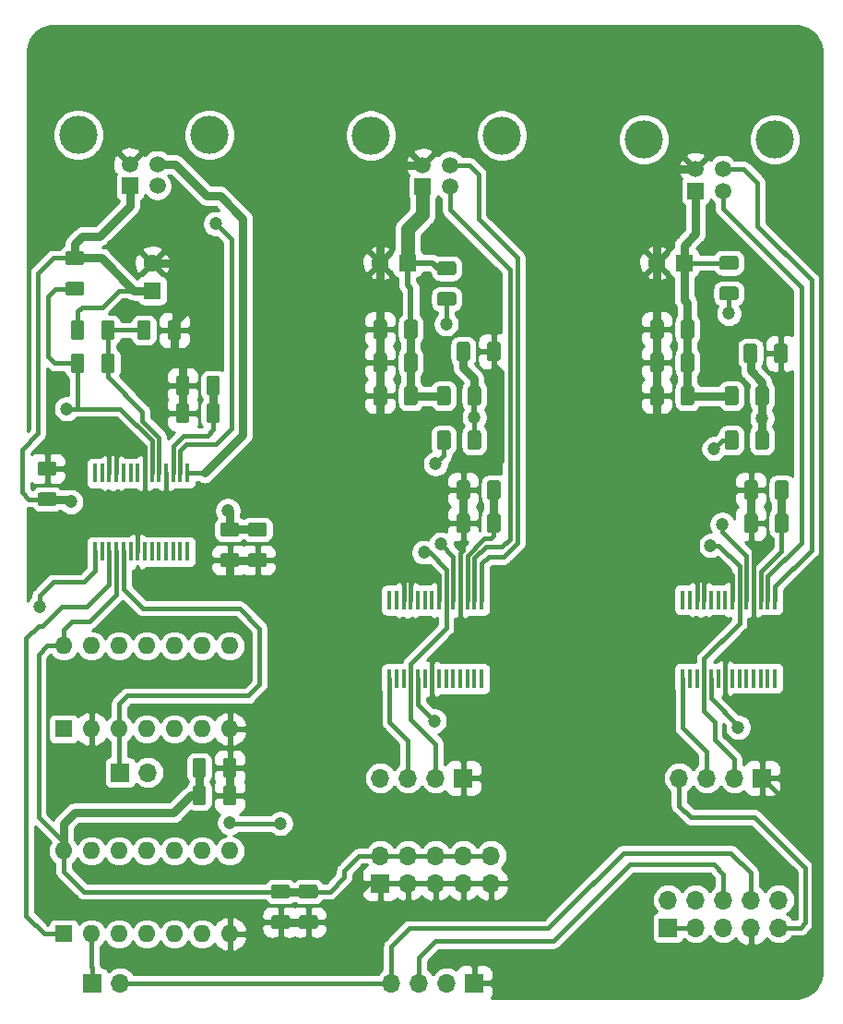
<source format=gbr>
G04 #@! TF.GenerationSoftware,KiCad,Pcbnew,(5.1.2)-2*
G04 #@! TF.CreationDate,2019-08-09T03:15:36+05:30*
G04 #@! TF.ProjectId,renesas-prog,72656e65-7361-4732-9d70-726f672e6b69,rev?*
G04 #@! TF.SameCoordinates,Original*
G04 #@! TF.FileFunction,Copper,L1,Top*
G04 #@! TF.FilePolarity,Positive*
%FSLAX46Y46*%
G04 Gerber Fmt 4.6, Leading zero omitted, Abs format (unit mm)*
G04 Created by KiCad (PCBNEW (5.1.2)-2) date 2019-08-09 03:15:36*
%MOMM*%
%LPD*%
G04 APERTURE LIST*
%ADD10C,1.600000*%
%ADD11R,1.600000X1.600000*%
%ADD12R,0.450000X1.750000*%
%ADD13C,0.100000*%
%ADD14C,1.250000*%
%ADD15O,1.700000X1.700000*%
%ADD16R,1.700000X1.700000*%
%ADD17O,1.600000X1.600000*%
%ADD18R,1.500000X1.500000*%
%ADD19C,1.500000*%
%ADD20C,3.500000*%
%ADD21C,1.200000*%
%ADD22C,0.381000*%
%ADD23C,0.762000*%
%ADD24C,1.270000*%
%ADD25C,0.508000*%
%ADD26C,0.254000*%
G04 APERTURE END LIST*
D10*
X146304000Y-72644000D03*
D11*
X148804000Y-72644000D03*
D10*
X120904000Y-72644000D03*
D11*
X123404000Y-72644000D03*
D10*
X99974400Y-72684000D03*
D11*
X99974400Y-75184000D03*
D12*
X148683000Y-103544000D03*
X149333000Y-103544000D03*
X149983000Y-103544000D03*
X150633000Y-103544000D03*
X151283000Y-103544000D03*
X151933000Y-103544000D03*
X152583000Y-103544000D03*
X153233000Y-103544000D03*
X153883000Y-103544000D03*
X154533000Y-103544000D03*
X155183000Y-103544000D03*
X155833000Y-103544000D03*
X156483000Y-103544000D03*
X157133000Y-103544000D03*
X157133000Y-110744000D03*
X156483000Y-110744000D03*
X155833000Y-110744000D03*
X155183000Y-110744000D03*
X154533000Y-110744000D03*
X153883000Y-110744000D03*
X153233000Y-110744000D03*
X152583000Y-110744000D03*
X151933000Y-110744000D03*
X151283000Y-110744000D03*
X150633000Y-110744000D03*
X149983000Y-110744000D03*
X149333000Y-110744000D03*
X148683000Y-110744000D03*
X121759000Y-103588000D03*
X122409000Y-103588000D03*
X123059000Y-103588000D03*
X123709000Y-103588000D03*
X124359000Y-103588000D03*
X125009000Y-103588000D03*
X125659000Y-103588000D03*
X126309000Y-103588000D03*
X126959000Y-103588000D03*
X127609000Y-103588000D03*
X128259000Y-103588000D03*
X128909000Y-103588000D03*
X129559000Y-103588000D03*
X130209000Y-103588000D03*
X130209000Y-110788000D03*
X129559000Y-110788000D03*
X128909000Y-110788000D03*
X128259000Y-110788000D03*
X127609000Y-110788000D03*
X126959000Y-110788000D03*
X126309000Y-110788000D03*
X125659000Y-110788000D03*
X125009000Y-110788000D03*
X124359000Y-110788000D03*
X123709000Y-110788000D03*
X123059000Y-110788000D03*
X122409000Y-110788000D03*
X121759000Y-110788000D03*
D13*
G36*
X153557504Y-72020204D02*
G01*
X153581773Y-72023804D01*
X153605571Y-72029765D01*
X153628671Y-72038030D01*
X153650849Y-72048520D01*
X153671893Y-72061133D01*
X153691598Y-72075747D01*
X153709777Y-72092223D01*
X153726253Y-72110402D01*
X153740867Y-72130107D01*
X153753480Y-72151151D01*
X153763970Y-72173329D01*
X153772235Y-72196429D01*
X153778196Y-72220227D01*
X153781796Y-72244496D01*
X153783000Y-72269000D01*
X153783000Y-73019000D01*
X153781796Y-73043504D01*
X153778196Y-73067773D01*
X153772235Y-73091571D01*
X153763970Y-73114671D01*
X153753480Y-73136849D01*
X153740867Y-73157893D01*
X153726253Y-73177598D01*
X153709777Y-73195777D01*
X153691598Y-73212253D01*
X153671893Y-73226867D01*
X153650849Y-73239480D01*
X153628671Y-73249970D01*
X153605571Y-73258235D01*
X153581773Y-73264196D01*
X153557504Y-73267796D01*
X153533000Y-73269000D01*
X152283000Y-73269000D01*
X152258496Y-73267796D01*
X152234227Y-73264196D01*
X152210429Y-73258235D01*
X152187329Y-73249970D01*
X152165151Y-73239480D01*
X152144107Y-73226867D01*
X152124402Y-73212253D01*
X152106223Y-73195777D01*
X152089747Y-73177598D01*
X152075133Y-73157893D01*
X152062520Y-73136849D01*
X152052030Y-73114671D01*
X152043765Y-73091571D01*
X152037804Y-73067773D01*
X152034204Y-73043504D01*
X152033000Y-73019000D01*
X152033000Y-72269000D01*
X152034204Y-72244496D01*
X152037804Y-72220227D01*
X152043765Y-72196429D01*
X152052030Y-72173329D01*
X152062520Y-72151151D01*
X152075133Y-72130107D01*
X152089747Y-72110402D01*
X152106223Y-72092223D01*
X152124402Y-72075747D01*
X152144107Y-72061133D01*
X152165151Y-72048520D01*
X152187329Y-72038030D01*
X152210429Y-72029765D01*
X152234227Y-72023804D01*
X152258496Y-72020204D01*
X152283000Y-72019000D01*
X153533000Y-72019000D01*
X153557504Y-72020204D01*
X153557504Y-72020204D01*
G37*
D14*
X152908000Y-72644000D03*
D13*
G36*
X153557504Y-74820204D02*
G01*
X153581773Y-74823804D01*
X153605571Y-74829765D01*
X153628671Y-74838030D01*
X153650849Y-74848520D01*
X153671893Y-74861133D01*
X153691598Y-74875747D01*
X153709777Y-74892223D01*
X153726253Y-74910402D01*
X153740867Y-74930107D01*
X153753480Y-74951151D01*
X153763970Y-74973329D01*
X153772235Y-74996429D01*
X153778196Y-75020227D01*
X153781796Y-75044496D01*
X153783000Y-75069000D01*
X153783000Y-75819000D01*
X153781796Y-75843504D01*
X153778196Y-75867773D01*
X153772235Y-75891571D01*
X153763970Y-75914671D01*
X153753480Y-75936849D01*
X153740867Y-75957893D01*
X153726253Y-75977598D01*
X153709777Y-75995777D01*
X153691598Y-76012253D01*
X153671893Y-76026867D01*
X153650849Y-76039480D01*
X153628671Y-76049970D01*
X153605571Y-76058235D01*
X153581773Y-76064196D01*
X153557504Y-76067796D01*
X153533000Y-76069000D01*
X152283000Y-76069000D01*
X152258496Y-76067796D01*
X152234227Y-76064196D01*
X152210429Y-76058235D01*
X152187329Y-76049970D01*
X152165151Y-76039480D01*
X152144107Y-76026867D01*
X152124402Y-76012253D01*
X152106223Y-75995777D01*
X152089747Y-75977598D01*
X152075133Y-75957893D01*
X152062520Y-75936849D01*
X152052030Y-75914671D01*
X152043765Y-75891571D01*
X152037804Y-75867773D01*
X152034204Y-75843504D01*
X152033000Y-75819000D01*
X152033000Y-75069000D01*
X152034204Y-75044496D01*
X152037804Y-75020227D01*
X152043765Y-74996429D01*
X152052030Y-74973329D01*
X152062520Y-74951151D01*
X152075133Y-74930107D01*
X152089747Y-74910402D01*
X152106223Y-74892223D01*
X152124402Y-74875747D01*
X152144107Y-74861133D01*
X152165151Y-74848520D01*
X152187329Y-74838030D01*
X152210429Y-74829765D01*
X152234227Y-74823804D01*
X152258496Y-74820204D01*
X152283000Y-74819000D01*
X153533000Y-74819000D01*
X153557504Y-74820204D01*
X153557504Y-74820204D01*
G37*
D14*
X152908000Y-75444000D03*
D13*
G36*
X127649504Y-72528204D02*
G01*
X127673773Y-72531804D01*
X127697571Y-72537765D01*
X127720671Y-72546030D01*
X127742849Y-72556520D01*
X127763893Y-72569133D01*
X127783598Y-72583747D01*
X127801777Y-72600223D01*
X127818253Y-72618402D01*
X127832867Y-72638107D01*
X127845480Y-72659151D01*
X127855970Y-72681329D01*
X127864235Y-72704429D01*
X127870196Y-72728227D01*
X127873796Y-72752496D01*
X127875000Y-72777000D01*
X127875000Y-73527000D01*
X127873796Y-73551504D01*
X127870196Y-73575773D01*
X127864235Y-73599571D01*
X127855970Y-73622671D01*
X127845480Y-73644849D01*
X127832867Y-73665893D01*
X127818253Y-73685598D01*
X127801777Y-73703777D01*
X127783598Y-73720253D01*
X127763893Y-73734867D01*
X127742849Y-73747480D01*
X127720671Y-73757970D01*
X127697571Y-73766235D01*
X127673773Y-73772196D01*
X127649504Y-73775796D01*
X127625000Y-73777000D01*
X126375000Y-73777000D01*
X126350496Y-73775796D01*
X126326227Y-73772196D01*
X126302429Y-73766235D01*
X126279329Y-73757970D01*
X126257151Y-73747480D01*
X126236107Y-73734867D01*
X126216402Y-73720253D01*
X126198223Y-73703777D01*
X126181747Y-73685598D01*
X126167133Y-73665893D01*
X126154520Y-73644849D01*
X126144030Y-73622671D01*
X126135765Y-73599571D01*
X126129804Y-73575773D01*
X126126204Y-73551504D01*
X126125000Y-73527000D01*
X126125000Y-72777000D01*
X126126204Y-72752496D01*
X126129804Y-72728227D01*
X126135765Y-72704429D01*
X126144030Y-72681329D01*
X126154520Y-72659151D01*
X126167133Y-72638107D01*
X126181747Y-72618402D01*
X126198223Y-72600223D01*
X126216402Y-72583747D01*
X126236107Y-72569133D01*
X126257151Y-72556520D01*
X126279329Y-72546030D01*
X126302429Y-72537765D01*
X126326227Y-72531804D01*
X126350496Y-72528204D01*
X126375000Y-72527000D01*
X127625000Y-72527000D01*
X127649504Y-72528204D01*
X127649504Y-72528204D01*
G37*
D14*
X127000000Y-73152000D03*
D13*
G36*
X127649504Y-75328204D02*
G01*
X127673773Y-75331804D01*
X127697571Y-75337765D01*
X127720671Y-75346030D01*
X127742849Y-75356520D01*
X127763893Y-75369133D01*
X127783598Y-75383747D01*
X127801777Y-75400223D01*
X127818253Y-75418402D01*
X127832867Y-75438107D01*
X127845480Y-75459151D01*
X127855970Y-75481329D01*
X127864235Y-75504429D01*
X127870196Y-75528227D01*
X127873796Y-75552496D01*
X127875000Y-75577000D01*
X127875000Y-76327000D01*
X127873796Y-76351504D01*
X127870196Y-76375773D01*
X127864235Y-76399571D01*
X127855970Y-76422671D01*
X127845480Y-76444849D01*
X127832867Y-76465893D01*
X127818253Y-76485598D01*
X127801777Y-76503777D01*
X127783598Y-76520253D01*
X127763893Y-76534867D01*
X127742849Y-76547480D01*
X127720671Y-76557970D01*
X127697571Y-76566235D01*
X127673773Y-76572196D01*
X127649504Y-76575796D01*
X127625000Y-76577000D01*
X126375000Y-76577000D01*
X126350496Y-76575796D01*
X126326227Y-76572196D01*
X126302429Y-76566235D01*
X126279329Y-76557970D01*
X126257151Y-76547480D01*
X126236107Y-76534867D01*
X126216402Y-76520253D01*
X126198223Y-76503777D01*
X126181747Y-76485598D01*
X126167133Y-76465893D01*
X126154520Y-76444849D01*
X126144030Y-76422671D01*
X126135765Y-76399571D01*
X126129804Y-76375773D01*
X126126204Y-76351504D01*
X126125000Y-76327000D01*
X126125000Y-75577000D01*
X126126204Y-75552496D01*
X126129804Y-75528227D01*
X126135765Y-75504429D01*
X126144030Y-75481329D01*
X126154520Y-75459151D01*
X126167133Y-75438107D01*
X126181747Y-75418402D01*
X126198223Y-75400223D01*
X126216402Y-75383747D01*
X126236107Y-75369133D01*
X126257151Y-75356520D01*
X126279329Y-75346030D01*
X126302429Y-75337765D01*
X126326227Y-75331804D01*
X126350496Y-75328204D01*
X126375000Y-75327000D01*
X127625000Y-75327000D01*
X127649504Y-75328204D01*
X127649504Y-75328204D01*
G37*
D14*
X127000000Y-75952000D03*
D13*
G36*
X158088704Y-80076004D02*
G01*
X158112973Y-80079604D01*
X158136771Y-80085565D01*
X158159871Y-80093830D01*
X158182049Y-80104320D01*
X158203093Y-80116933D01*
X158222798Y-80131547D01*
X158240977Y-80148023D01*
X158257453Y-80166202D01*
X158272067Y-80185907D01*
X158284680Y-80206951D01*
X158295170Y-80229129D01*
X158303435Y-80252229D01*
X158309396Y-80276027D01*
X158312996Y-80300296D01*
X158314200Y-80324800D01*
X158314200Y-81574800D01*
X158312996Y-81599304D01*
X158309396Y-81623573D01*
X158303435Y-81647371D01*
X158295170Y-81670471D01*
X158284680Y-81692649D01*
X158272067Y-81713693D01*
X158257453Y-81733398D01*
X158240977Y-81751577D01*
X158222798Y-81768053D01*
X158203093Y-81782667D01*
X158182049Y-81795280D01*
X158159871Y-81805770D01*
X158136771Y-81814035D01*
X158112973Y-81819996D01*
X158088704Y-81823596D01*
X158064200Y-81824800D01*
X157314200Y-81824800D01*
X157289696Y-81823596D01*
X157265427Y-81819996D01*
X157241629Y-81814035D01*
X157218529Y-81805770D01*
X157196351Y-81795280D01*
X157175307Y-81782667D01*
X157155602Y-81768053D01*
X157137423Y-81751577D01*
X157120947Y-81733398D01*
X157106333Y-81713693D01*
X157093720Y-81692649D01*
X157083230Y-81670471D01*
X157074965Y-81647371D01*
X157069004Y-81623573D01*
X157065404Y-81599304D01*
X157064200Y-81574800D01*
X157064200Y-80324800D01*
X157065404Y-80300296D01*
X157069004Y-80276027D01*
X157074965Y-80252229D01*
X157083230Y-80229129D01*
X157093720Y-80206951D01*
X157106333Y-80185907D01*
X157120947Y-80166202D01*
X157137423Y-80148023D01*
X157155602Y-80131547D01*
X157175307Y-80116933D01*
X157196351Y-80104320D01*
X157218529Y-80093830D01*
X157241629Y-80085565D01*
X157265427Y-80079604D01*
X157289696Y-80076004D01*
X157314200Y-80074800D01*
X158064200Y-80074800D01*
X158088704Y-80076004D01*
X158088704Y-80076004D01*
G37*
D14*
X157689200Y-80949800D03*
D13*
G36*
X155288704Y-80076004D02*
G01*
X155312973Y-80079604D01*
X155336771Y-80085565D01*
X155359871Y-80093830D01*
X155382049Y-80104320D01*
X155403093Y-80116933D01*
X155422798Y-80131547D01*
X155440977Y-80148023D01*
X155457453Y-80166202D01*
X155472067Y-80185907D01*
X155484680Y-80206951D01*
X155495170Y-80229129D01*
X155503435Y-80252229D01*
X155509396Y-80276027D01*
X155512996Y-80300296D01*
X155514200Y-80324800D01*
X155514200Y-81574800D01*
X155512996Y-81599304D01*
X155509396Y-81623573D01*
X155503435Y-81647371D01*
X155495170Y-81670471D01*
X155484680Y-81692649D01*
X155472067Y-81713693D01*
X155457453Y-81733398D01*
X155440977Y-81751577D01*
X155422798Y-81768053D01*
X155403093Y-81782667D01*
X155382049Y-81795280D01*
X155359871Y-81805770D01*
X155336771Y-81814035D01*
X155312973Y-81819996D01*
X155288704Y-81823596D01*
X155264200Y-81824800D01*
X154514200Y-81824800D01*
X154489696Y-81823596D01*
X154465427Y-81819996D01*
X154441629Y-81814035D01*
X154418529Y-81805770D01*
X154396351Y-81795280D01*
X154375307Y-81782667D01*
X154355602Y-81768053D01*
X154337423Y-81751577D01*
X154320947Y-81733398D01*
X154306333Y-81713693D01*
X154293720Y-81692649D01*
X154283230Y-81670471D01*
X154274965Y-81647371D01*
X154269004Y-81623573D01*
X154265404Y-81599304D01*
X154264200Y-81574800D01*
X154264200Y-80324800D01*
X154265404Y-80300296D01*
X154269004Y-80276027D01*
X154274965Y-80252229D01*
X154283230Y-80229129D01*
X154293720Y-80206951D01*
X154306333Y-80185907D01*
X154320947Y-80166202D01*
X154337423Y-80148023D01*
X154355602Y-80131547D01*
X154375307Y-80116933D01*
X154396351Y-80104320D01*
X154418529Y-80093830D01*
X154441629Y-80085565D01*
X154465427Y-80079604D01*
X154489696Y-80076004D01*
X154514200Y-80074800D01*
X155264200Y-80074800D01*
X155288704Y-80076004D01*
X155288704Y-80076004D01*
G37*
D14*
X154889200Y-80949800D03*
D13*
G36*
X156355504Y-83962204D02*
G01*
X156379773Y-83965804D01*
X156403571Y-83971765D01*
X156426671Y-83980030D01*
X156448849Y-83990520D01*
X156469893Y-84003133D01*
X156489598Y-84017747D01*
X156507777Y-84034223D01*
X156524253Y-84052402D01*
X156538867Y-84072107D01*
X156551480Y-84093151D01*
X156561970Y-84115329D01*
X156570235Y-84138429D01*
X156576196Y-84162227D01*
X156579796Y-84186496D01*
X156581000Y-84211000D01*
X156581000Y-85461000D01*
X156579796Y-85485504D01*
X156576196Y-85509773D01*
X156570235Y-85533571D01*
X156561970Y-85556671D01*
X156551480Y-85578849D01*
X156538867Y-85599893D01*
X156524253Y-85619598D01*
X156507777Y-85637777D01*
X156489598Y-85654253D01*
X156469893Y-85668867D01*
X156448849Y-85681480D01*
X156426671Y-85691970D01*
X156403571Y-85700235D01*
X156379773Y-85706196D01*
X156355504Y-85709796D01*
X156331000Y-85711000D01*
X155581000Y-85711000D01*
X155556496Y-85709796D01*
X155532227Y-85706196D01*
X155508429Y-85700235D01*
X155485329Y-85691970D01*
X155463151Y-85681480D01*
X155442107Y-85668867D01*
X155422402Y-85654253D01*
X155404223Y-85637777D01*
X155387747Y-85619598D01*
X155373133Y-85599893D01*
X155360520Y-85578849D01*
X155350030Y-85556671D01*
X155341765Y-85533571D01*
X155335804Y-85509773D01*
X155332204Y-85485504D01*
X155331000Y-85461000D01*
X155331000Y-84211000D01*
X155332204Y-84186496D01*
X155335804Y-84162227D01*
X155341765Y-84138429D01*
X155350030Y-84115329D01*
X155360520Y-84093151D01*
X155373133Y-84072107D01*
X155387747Y-84052402D01*
X155404223Y-84034223D01*
X155422402Y-84017747D01*
X155442107Y-84003133D01*
X155463151Y-83990520D01*
X155485329Y-83980030D01*
X155508429Y-83971765D01*
X155532227Y-83965804D01*
X155556496Y-83962204D01*
X155581000Y-83961000D01*
X156331000Y-83961000D01*
X156355504Y-83962204D01*
X156355504Y-83962204D01*
G37*
D14*
X155956000Y-84836000D03*
D13*
G36*
X153555504Y-83962204D02*
G01*
X153579773Y-83965804D01*
X153603571Y-83971765D01*
X153626671Y-83980030D01*
X153648849Y-83990520D01*
X153669893Y-84003133D01*
X153689598Y-84017747D01*
X153707777Y-84034223D01*
X153724253Y-84052402D01*
X153738867Y-84072107D01*
X153751480Y-84093151D01*
X153761970Y-84115329D01*
X153770235Y-84138429D01*
X153776196Y-84162227D01*
X153779796Y-84186496D01*
X153781000Y-84211000D01*
X153781000Y-85461000D01*
X153779796Y-85485504D01*
X153776196Y-85509773D01*
X153770235Y-85533571D01*
X153761970Y-85556671D01*
X153751480Y-85578849D01*
X153738867Y-85599893D01*
X153724253Y-85619598D01*
X153707777Y-85637777D01*
X153689598Y-85654253D01*
X153669893Y-85668867D01*
X153648849Y-85681480D01*
X153626671Y-85691970D01*
X153603571Y-85700235D01*
X153579773Y-85706196D01*
X153555504Y-85709796D01*
X153531000Y-85711000D01*
X152781000Y-85711000D01*
X152756496Y-85709796D01*
X152732227Y-85706196D01*
X152708429Y-85700235D01*
X152685329Y-85691970D01*
X152663151Y-85681480D01*
X152642107Y-85668867D01*
X152622402Y-85654253D01*
X152604223Y-85637777D01*
X152587747Y-85619598D01*
X152573133Y-85599893D01*
X152560520Y-85578849D01*
X152550030Y-85556671D01*
X152541765Y-85533571D01*
X152535804Y-85509773D01*
X152532204Y-85485504D01*
X152531000Y-85461000D01*
X152531000Y-84211000D01*
X152532204Y-84186496D01*
X152535804Y-84162227D01*
X152541765Y-84138429D01*
X152550030Y-84115329D01*
X152560520Y-84093151D01*
X152573133Y-84072107D01*
X152587747Y-84052402D01*
X152604223Y-84034223D01*
X152622402Y-84017747D01*
X152642107Y-84003133D01*
X152663151Y-83990520D01*
X152685329Y-83980030D01*
X152708429Y-83971765D01*
X152732227Y-83965804D01*
X152756496Y-83962204D01*
X152781000Y-83961000D01*
X153531000Y-83961000D01*
X153555504Y-83962204D01*
X153555504Y-83962204D01*
G37*
D14*
X153156000Y-84836000D03*
D13*
G36*
X131723504Y-79898204D02*
G01*
X131747773Y-79901804D01*
X131771571Y-79907765D01*
X131794671Y-79916030D01*
X131816849Y-79926520D01*
X131837893Y-79939133D01*
X131857598Y-79953747D01*
X131875777Y-79970223D01*
X131892253Y-79988402D01*
X131906867Y-80008107D01*
X131919480Y-80029151D01*
X131929970Y-80051329D01*
X131938235Y-80074429D01*
X131944196Y-80098227D01*
X131947796Y-80122496D01*
X131949000Y-80147000D01*
X131949000Y-81397000D01*
X131947796Y-81421504D01*
X131944196Y-81445773D01*
X131938235Y-81469571D01*
X131929970Y-81492671D01*
X131919480Y-81514849D01*
X131906867Y-81535893D01*
X131892253Y-81555598D01*
X131875777Y-81573777D01*
X131857598Y-81590253D01*
X131837893Y-81604867D01*
X131816849Y-81617480D01*
X131794671Y-81627970D01*
X131771571Y-81636235D01*
X131747773Y-81642196D01*
X131723504Y-81645796D01*
X131699000Y-81647000D01*
X130949000Y-81647000D01*
X130924496Y-81645796D01*
X130900227Y-81642196D01*
X130876429Y-81636235D01*
X130853329Y-81627970D01*
X130831151Y-81617480D01*
X130810107Y-81604867D01*
X130790402Y-81590253D01*
X130772223Y-81573777D01*
X130755747Y-81555598D01*
X130741133Y-81535893D01*
X130728520Y-81514849D01*
X130718030Y-81492671D01*
X130709765Y-81469571D01*
X130703804Y-81445773D01*
X130700204Y-81421504D01*
X130699000Y-81397000D01*
X130699000Y-80147000D01*
X130700204Y-80122496D01*
X130703804Y-80098227D01*
X130709765Y-80074429D01*
X130718030Y-80051329D01*
X130728520Y-80029151D01*
X130741133Y-80008107D01*
X130755747Y-79988402D01*
X130772223Y-79970223D01*
X130790402Y-79953747D01*
X130810107Y-79939133D01*
X130831151Y-79926520D01*
X130853329Y-79916030D01*
X130876429Y-79907765D01*
X130900227Y-79901804D01*
X130924496Y-79898204D01*
X130949000Y-79897000D01*
X131699000Y-79897000D01*
X131723504Y-79898204D01*
X131723504Y-79898204D01*
G37*
D14*
X131324000Y-80772000D03*
D13*
G36*
X128923504Y-79898204D02*
G01*
X128947773Y-79901804D01*
X128971571Y-79907765D01*
X128994671Y-79916030D01*
X129016849Y-79926520D01*
X129037893Y-79939133D01*
X129057598Y-79953747D01*
X129075777Y-79970223D01*
X129092253Y-79988402D01*
X129106867Y-80008107D01*
X129119480Y-80029151D01*
X129129970Y-80051329D01*
X129138235Y-80074429D01*
X129144196Y-80098227D01*
X129147796Y-80122496D01*
X129149000Y-80147000D01*
X129149000Y-81397000D01*
X129147796Y-81421504D01*
X129144196Y-81445773D01*
X129138235Y-81469571D01*
X129129970Y-81492671D01*
X129119480Y-81514849D01*
X129106867Y-81535893D01*
X129092253Y-81555598D01*
X129075777Y-81573777D01*
X129057598Y-81590253D01*
X129037893Y-81604867D01*
X129016849Y-81617480D01*
X128994671Y-81627970D01*
X128971571Y-81636235D01*
X128947773Y-81642196D01*
X128923504Y-81645796D01*
X128899000Y-81647000D01*
X128149000Y-81647000D01*
X128124496Y-81645796D01*
X128100227Y-81642196D01*
X128076429Y-81636235D01*
X128053329Y-81627970D01*
X128031151Y-81617480D01*
X128010107Y-81604867D01*
X127990402Y-81590253D01*
X127972223Y-81573777D01*
X127955747Y-81555598D01*
X127941133Y-81535893D01*
X127928520Y-81514849D01*
X127918030Y-81492671D01*
X127909765Y-81469571D01*
X127903804Y-81445773D01*
X127900204Y-81421504D01*
X127899000Y-81397000D01*
X127899000Y-80147000D01*
X127900204Y-80122496D01*
X127903804Y-80098227D01*
X127909765Y-80074429D01*
X127918030Y-80051329D01*
X127928520Y-80029151D01*
X127941133Y-80008107D01*
X127955747Y-79988402D01*
X127972223Y-79970223D01*
X127990402Y-79953747D01*
X128010107Y-79939133D01*
X128031151Y-79926520D01*
X128053329Y-79916030D01*
X128076429Y-79907765D01*
X128100227Y-79901804D01*
X128124496Y-79898204D01*
X128149000Y-79897000D01*
X128899000Y-79897000D01*
X128923504Y-79898204D01*
X128923504Y-79898204D01*
G37*
D14*
X128524000Y-80772000D03*
D13*
G36*
X129939504Y-83962204D02*
G01*
X129963773Y-83965804D01*
X129987571Y-83971765D01*
X130010671Y-83980030D01*
X130032849Y-83990520D01*
X130053893Y-84003133D01*
X130073598Y-84017747D01*
X130091777Y-84034223D01*
X130108253Y-84052402D01*
X130122867Y-84072107D01*
X130135480Y-84093151D01*
X130145970Y-84115329D01*
X130154235Y-84138429D01*
X130160196Y-84162227D01*
X130163796Y-84186496D01*
X130165000Y-84211000D01*
X130165000Y-85461000D01*
X130163796Y-85485504D01*
X130160196Y-85509773D01*
X130154235Y-85533571D01*
X130145970Y-85556671D01*
X130135480Y-85578849D01*
X130122867Y-85599893D01*
X130108253Y-85619598D01*
X130091777Y-85637777D01*
X130073598Y-85654253D01*
X130053893Y-85668867D01*
X130032849Y-85681480D01*
X130010671Y-85691970D01*
X129987571Y-85700235D01*
X129963773Y-85706196D01*
X129939504Y-85709796D01*
X129915000Y-85711000D01*
X129165000Y-85711000D01*
X129140496Y-85709796D01*
X129116227Y-85706196D01*
X129092429Y-85700235D01*
X129069329Y-85691970D01*
X129047151Y-85681480D01*
X129026107Y-85668867D01*
X129006402Y-85654253D01*
X128988223Y-85637777D01*
X128971747Y-85619598D01*
X128957133Y-85599893D01*
X128944520Y-85578849D01*
X128934030Y-85556671D01*
X128925765Y-85533571D01*
X128919804Y-85509773D01*
X128916204Y-85485504D01*
X128915000Y-85461000D01*
X128915000Y-84211000D01*
X128916204Y-84186496D01*
X128919804Y-84162227D01*
X128925765Y-84138429D01*
X128934030Y-84115329D01*
X128944520Y-84093151D01*
X128957133Y-84072107D01*
X128971747Y-84052402D01*
X128988223Y-84034223D01*
X129006402Y-84017747D01*
X129026107Y-84003133D01*
X129047151Y-83990520D01*
X129069329Y-83980030D01*
X129092429Y-83971765D01*
X129116227Y-83965804D01*
X129140496Y-83962204D01*
X129165000Y-83961000D01*
X129915000Y-83961000D01*
X129939504Y-83962204D01*
X129939504Y-83962204D01*
G37*
D14*
X129540000Y-84836000D03*
D13*
G36*
X127139504Y-83962204D02*
G01*
X127163773Y-83965804D01*
X127187571Y-83971765D01*
X127210671Y-83980030D01*
X127232849Y-83990520D01*
X127253893Y-84003133D01*
X127273598Y-84017747D01*
X127291777Y-84034223D01*
X127308253Y-84052402D01*
X127322867Y-84072107D01*
X127335480Y-84093151D01*
X127345970Y-84115329D01*
X127354235Y-84138429D01*
X127360196Y-84162227D01*
X127363796Y-84186496D01*
X127365000Y-84211000D01*
X127365000Y-85461000D01*
X127363796Y-85485504D01*
X127360196Y-85509773D01*
X127354235Y-85533571D01*
X127345970Y-85556671D01*
X127335480Y-85578849D01*
X127322867Y-85599893D01*
X127308253Y-85619598D01*
X127291777Y-85637777D01*
X127273598Y-85654253D01*
X127253893Y-85668867D01*
X127232849Y-85681480D01*
X127210671Y-85691970D01*
X127187571Y-85700235D01*
X127163773Y-85706196D01*
X127139504Y-85709796D01*
X127115000Y-85711000D01*
X126365000Y-85711000D01*
X126340496Y-85709796D01*
X126316227Y-85706196D01*
X126292429Y-85700235D01*
X126269329Y-85691970D01*
X126247151Y-85681480D01*
X126226107Y-85668867D01*
X126206402Y-85654253D01*
X126188223Y-85637777D01*
X126171747Y-85619598D01*
X126157133Y-85599893D01*
X126144520Y-85578849D01*
X126134030Y-85556671D01*
X126125765Y-85533571D01*
X126119804Y-85509773D01*
X126116204Y-85485504D01*
X126115000Y-85461000D01*
X126115000Y-84211000D01*
X126116204Y-84186496D01*
X126119804Y-84162227D01*
X126125765Y-84138429D01*
X126134030Y-84115329D01*
X126144520Y-84093151D01*
X126157133Y-84072107D01*
X126171747Y-84052402D01*
X126188223Y-84034223D01*
X126206402Y-84017747D01*
X126226107Y-84003133D01*
X126247151Y-83990520D01*
X126269329Y-83980030D01*
X126292429Y-83971765D01*
X126316227Y-83965804D01*
X126340496Y-83962204D01*
X126365000Y-83961000D01*
X127115000Y-83961000D01*
X127139504Y-83962204D01*
X127139504Y-83962204D01*
G37*
D14*
X126740000Y-84836000D03*
D13*
G36*
X156355504Y-88026204D02*
G01*
X156379773Y-88029804D01*
X156403571Y-88035765D01*
X156426671Y-88044030D01*
X156448849Y-88054520D01*
X156469893Y-88067133D01*
X156489598Y-88081747D01*
X156507777Y-88098223D01*
X156524253Y-88116402D01*
X156538867Y-88136107D01*
X156551480Y-88157151D01*
X156561970Y-88179329D01*
X156570235Y-88202429D01*
X156576196Y-88226227D01*
X156579796Y-88250496D01*
X156581000Y-88275000D01*
X156581000Y-89525000D01*
X156579796Y-89549504D01*
X156576196Y-89573773D01*
X156570235Y-89597571D01*
X156561970Y-89620671D01*
X156551480Y-89642849D01*
X156538867Y-89663893D01*
X156524253Y-89683598D01*
X156507777Y-89701777D01*
X156489598Y-89718253D01*
X156469893Y-89732867D01*
X156448849Y-89745480D01*
X156426671Y-89755970D01*
X156403571Y-89764235D01*
X156379773Y-89770196D01*
X156355504Y-89773796D01*
X156331000Y-89775000D01*
X155581000Y-89775000D01*
X155556496Y-89773796D01*
X155532227Y-89770196D01*
X155508429Y-89764235D01*
X155485329Y-89755970D01*
X155463151Y-89745480D01*
X155442107Y-89732867D01*
X155422402Y-89718253D01*
X155404223Y-89701777D01*
X155387747Y-89683598D01*
X155373133Y-89663893D01*
X155360520Y-89642849D01*
X155350030Y-89620671D01*
X155341765Y-89597571D01*
X155335804Y-89573773D01*
X155332204Y-89549504D01*
X155331000Y-89525000D01*
X155331000Y-88275000D01*
X155332204Y-88250496D01*
X155335804Y-88226227D01*
X155341765Y-88202429D01*
X155350030Y-88179329D01*
X155360520Y-88157151D01*
X155373133Y-88136107D01*
X155387747Y-88116402D01*
X155404223Y-88098223D01*
X155422402Y-88081747D01*
X155442107Y-88067133D01*
X155463151Y-88054520D01*
X155485329Y-88044030D01*
X155508429Y-88035765D01*
X155532227Y-88029804D01*
X155556496Y-88026204D01*
X155581000Y-88025000D01*
X156331000Y-88025000D01*
X156355504Y-88026204D01*
X156355504Y-88026204D01*
G37*
D14*
X155956000Y-88900000D03*
D13*
G36*
X153555504Y-88026204D02*
G01*
X153579773Y-88029804D01*
X153603571Y-88035765D01*
X153626671Y-88044030D01*
X153648849Y-88054520D01*
X153669893Y-88067133D01*
X153689598Y-88081747D01*
X153707777Y-88098223D01*
X153724253Y-88116402D01*
X153738867Y-88136107D01*
X153751480Y-88157151D01*
X153761970Y-88179329D01*
X153770235Y-88202429D01*
X153776196Y-88226227D01*
X153779796Y-88250496D01*
X153781000Y-88275000D01*
X153781000Y-89525000D01*
X153779796Y-89549504D01*
X153776196Y-89573773D01*
X153770235Y-89597571D01*
X153761970Y-89620671D01*
X153751480Y-89642849D01*
X153738867Y-89663893D01*
X153724253Y-89683598D01*
X153707777Y-89701777D01*
X153689598Y-89718253D01*
X153669893Y-89732867D01*
X153648849Y-89745480D01*
X153626671Y-89755970D01*
X153603571Y-89764235D01*
X153579773Y-89770196D01*
X153555504Y-89773796D01*
X153531000Y-89775000D01*
X152781000Y-89775000D01*
X152756496Y-89773796D01*
X152732227Y-89770196D01*
X152708429Y-89764235D01*
X152685329Y-89755970D01*
X152663151Y-89745480D01*
X152642107Y-89732867D01*
X152622402Y-89718253D01*
X152604223Y-89701777D01*
X152587747Y-89683598D01*
X152573133Y-89663893D01*
X152560520Y-89642849D01*
X152550030Y-89620671D01*
X152541765Y-89597571D01*
X152535804Y-89573773D01*
X152532204Y-89549504D01*
X152531000Y-89525000D01*
X152531000Y-88275000D01*
X152532204Y-88250496D01*
X152535804Y-88226227D01*
X152541765Y-88202429D01*
X152550030Y-88179329D01*
X152560520Y-88157151D01*
X152573133Y-88136107D01*
X152587747Y-88116402D01*
X152604223Y-88098223D01*
X152622402Y-88081747D01*
X152642107Y-88067133D01*
X152663151Y-88054520D01*
X152685329Y-88044030D01*
X152708429Y-88035765D01*
X152732227Y-88029804D01*
X152756496Y-88026204D01*
X152781000Y-88025000D01*
X153531000Y-88025000D01*
X153555504Y-88026204D01*
X153555504Y-88026204D01*
G37*
D14*
X153156000Y-88900000D03*
D13*
G36*
X129939504Y-88026204D02*
G01*
X129963773Y-88029804D01*
X129987571Y-88035765D01*
X130010671Y-88044030D01*
X130032849Y-88054520D01*
X130053893Y-88067133D01*
X130073598Y-88081747D01*
X130091777Y-88098223D01*
X130108253Y-88116402D01*
X130122867Y-88136107D01*
X130135480Y-88157151D01*
X130145970Y-88179329D01*
X130154235Y-88202429D01*
X130160196Y-88226227D01*
X130163796Y-88250496D01*
X130165000Y-88275000D01*
X130165000Y-89525000D01*
X130163796Y-89549504D01*
X130160196Y-89573773D01*
X130154235Y-89597571D01*
X130145970Y-89620671D01*
X130135480Y-89642849D01*
X130122867Y-89663893D01*
X130108253Y-89683598D01*
X130091777Y-89701777D01*
X130073598Y-89718253D01*
X130053893Y-89732867D01*
X130032849Y-89745480D01*
X130010671Y-89755970D01*
X129987571Y-89764235D01*
X129963773Y-89770196D01*
X129939504Y-89773796D01*
X129915000Y-89775000D01*
X129165000Y-89775000D01*
X129140496Y-89773796D01*
X129116227Y-89770196D01*
X129092429Y-89764235D01*
X129069329Y-89755970D01*
X129047151Y-89745480D01*
X129026107Y-89732867D01*
X129006402Y-89718253D01*
X128988223Y-89701777D01*
X128971747Y-89683598D01*
X128957133Y-89663893D01*
X128944520Y-89642849D01*
X128934030Y-89620671D01*
X128925765Y-89597571D01*
X128919804Y-89573773D01*
X128916204Y-89549504D01*
X128915000Y-89525000D01*
X128915000Y-88275000D01*
X128916204Y-88250496D01*
X128919804Y-88226227D01*
X128925765Y-88202429D01*
X128934030Y-88179329D01*
X128944520Y-88157151D01*
X128957133Y-88136107D01*
X128971747Y-88116402D01*
X128988223Y-88098223D01*
X129006402Y-88081747D01*
X129026107Y-88067133D01*
X129047151Y-88054520D01*
X129069329Y-88044030D01*
X129092429Y-88035765D01*
X129116227Y-88029804D01*
X129140496Y-88026204D01*
X129165000Y-88025000D01*
X129915000Y-88025000D01*
X129939504Y-88026204D01*
X129939504Y-88026204D01*
G37*
D14*
X129540000Y-88900000D03*
D13*
G36*
X127139504Y-88026204D02*
G01*
X127163773Y-88029804D01*
X127187571Y-88035765D01*
X127210671Y-88044030D01*
X127232849Y-88054520D01*
X127253893Y-88067133D01*
X127273598Y-88081747D01*
X127291777Y-88098223D01*
X127308253Y-88116402D01*
X127322867Y-88136107D01*
X127335480Y-88157151D01*
X127345970Y-88179329D01*
X127354235Y-88202429D01*
X127360196Y-88226227D01*
X127363796Y-88250496D01*
X127365000Y-88275000D01*
X127365000Y-89525000D01*
X127363796Y-89549504D01*
X127360196Y-89573773D01*
X127354235Y-89597571D01*
X127345970Y-89620671D01*
X127335480Y-89642849D01*
X127322867Y-89663893D01*
X127308253Y-89683598D01*
X127291777Y-89701777D01*
X127273598Y-89718253D01*
X127253893Y-89732867D01*
X127232849Y-89745480D01*
X127210671Y-89755970D01*
X127187571Y-89764235D01*
X127163773Y-89770196D01*
X127139504Y-89773796D01*
X127115000Y-89775000D01*
X126365000Y-89775000D01*
X126340496Y-89773796D01*
X126316227Y-89770196D01*
X126292429Y-89764235D01*
X126269329Y-89755970D01*
X126247151Y-89745480D01*
X126226107Y-89732867D01*
X126206402Y-89718253D01*
X126188223Y-89701777D01*
X126171747Y-89683598D01*
X126157133Y-89663893D01*
X126144520Y-89642849D01*
X126134030Y-89620671D01*
X126125765Y-89597571D01*
X126119804Y-89573773D01*
X126116204Y-89549504D01*
X126115000Y-89525000D01*
X126115000Y-88275000D01*
X126116204Y-88250496D01*
X126119804Y-88226227D01*
X126125765Y-88202429D01*
X126134030Y-88179329D01*
X126144520Y-88157151D01*
X126157133Y-88136107D01*
X126171747Y-88116402D01*
X126188223Y-88098223D01*
X126206402Y-88081747D01*
X126226107Y-88067133D01*
X126247151Y-88054520D01*
X126269329Y-88044030D01*
X126292429Y-88035765D01*
X126316227Y-88029804D01*
X126340496Y-88026204D01*
X126365000Y-88025000D01*
X127115000Y-88025000D01*
X127139504Y-88026204D01*
X127139504Y-88026204D01*
G37*
D14*
X126740000Y-88900000D03*
D15*
X148336000Y-119888000D03*
X150876000Y-119888000D03*
X153416000Y-119888000D03*
D16*
X155956000Y-119888000D03*
D15*
X120904000Y-119888000D03*
X123444000Y-119888000D03*
X125984000Y-119888000D03*
D16*
X128524000Y-119888000D03*
D15*
X157480000Y-131064000D03*
X157480000Y-133604000D03*
X154940000Y-131064000D03*
X154940000Y-133604000D03*
X152400000Y-131064000D03*
X152400000Y-133604000D03*
X149860000Y-131064000D03*
X149860000Y-133604000D03*
X147320000Y-131064000D03*
D16*
X147320000Y-133604000D03*
D13*
G36*
X146703504Y-83962204D02*
G01*
X146727773Y-83965804D01*
X146751571Y-83971765D01*
X146774671Y-83980030D01*
X146796849Y-83990520D01*
X146817893Y-84003133D01*
X146837598Y-84017747D01*
X146855777Y-84034223D01*
X146872253Y-84052402D01*
X146886867Y-84072107D01*
X146899480Y-84093151D01*
X146909970Y-84115329D01*
X146918235Y-84138429D01*
X146924196Y-84162227D01*
X146927796Y-84186496D01*
X146929000Y-84211000D01*
X146929000Y-85461000D01*
X146927796Y-85485504D01*
X146924196Y-85509773D01*
X146918235Y-85533571D01*
X146909970Y-85556671D01*
X146899480Y-85578849D01*
X146886867Y-85599893D01*
X146872253Y-85619598D01*
X146855777Y-85637777D01*
X146837598Y-85654253D01*
X146817893Y-85668867D01*
X146796849Y-85681480D01*
X146774671Y-85691970D01*
X146751571Y-85700235D01*
X146727773Y-85706196D01*
X146703504Y-85709796D01*
X146679000Y-85711000D01*
X145929000Y-85711000D01*
X145904496Y-85709796D01*
X145880227Y-85706196D01*
X145856429Y-85700235D01*
X145833329Y-85691970D01*
X145811151Y-85681480D01*
X145790107Y-85668867D01*
X145770402Y-85654253D01*
X145752223Y-85637777D01*
X145735747Y-85619598D01*
X145721133Y-85599893D01*
X145708520Y-85578849D01*
X145698030Y-85556671D01*
X145689765Y-85533571D01*
X145683804Y-85509773D01*
X145680204Y-85485504D01*
X145679000Y-85461000D01*
X145679000Y-84211000D01*
X145680204Y-84186496D01*
X145683804Y-84162227D01*
X145689765Y-84138429D01*
X145698030Y-84115329D01*
X145708520Y-84093151D01*
X145721133Y-84072107D01*
X145735747Y-84052402D01*
X145752223Y-84034223D01*
X145770402Y-84017747D01*
X145790107Y-84003133D01*
X145811151Y-83990520D01*
X145833329Y-83980030D01*
X145856429Y-83971765D01*
X145880227Y-83965804D01*
X145904496Y-83962204D01*
X145929000Y-83961000D01*
X146679000Y-83961000D01*
X146703504Y-83962204D01*
X146703504Y-83962204D01*
G37*
D14*
X146304000Y-84836000D03*
D13*
G36*
X149503504Y-83962204D02*
G01*
X149527773Y-83965804D01*
X149551571Y-83971765D01*
X149574671Y-83980030D01*
X149596849Y-83990520D01*
X149617893Y-84003133D01*
X149637598Y-84017747D01*
X149655777Y-84034223D01*
X149672253Y-84052402D01*
X149686867Y-84072107D01*
X149699480Y-84093151D01*
X149709970Y-84115329D01*
X149718235Y-84138429D01*
X149724196Y-84162227D01*
X149727796Y-84186496D01*
X149729000Y-84211000D01*
X149729000Y-85461000D01*
X149727796Y-85485504D01*
X149724196Y-85509773D01*
X149718235Y-85533571D01*
X149709970Y-85556671D01*
X149699480Y-85578849D01*
X149686867Y-85599893D01*
X149672253Y-85619598D01*
X149655777Y-85637777D01*
X149637598Y-85654253D01*
X149617893Y-85668867D01*
X149596849Y-85681480D01*
X149574671Y-85691970D01*
X149551571Y-85700235D01*
X149527773Y-85706196D01*
X149503504Y-85709796D01*
X149479000Y-85711000D01*
X148729000Y-85711000D01*
X148704496Y-85709796D01*
X148680227Y-85706196D01*
X148656429Y-85700235D01*
X148633329Y-85691970D01*
X148611151Y-85681480D01*
X148590107Y-85668867D01*
X148570402Y-85654253D01*
X148552223Y-85637777D01*
X148535747Y-85619598D01*
X148521133Y-85599893D01*
X148508520Y-85578849D01*
X148498030Y-85556671D01*
X148489765Y-85533571D01*
X148483804Y-85509773D01*
X148480204Y-85485504D01*
X148479000Y-85461000D01*
X148479000Y-84211000D01*
X148480204Y-84186496D01*
X148483804Y-84162227D01*
X148489765Y-84138429D01*
X148498030Y-84115329D01*
X148508520Y-84093151D01*
X148521133Y-84072107D01*
X148535747Y-84052402D01*
X148552223Y-84034223D01*
X148570402Y-84017747D01*
X148590107Y-84003133D01*
X148611151Y-83990520D01*
X148633329Y-83980030D01*
X148656429Y-83971765D01*
X148680227Y-83965804D01*
X148704496Y-83962204D01*
X148729000Y-83961000D01*
X149479000Y-83961000D01*
X149503504Y-83962204D01*
X149503504Y-83962204D01*
G37*
D14*
X149104000Y-84836000D03*
D13*
G36*
X121303504Y-80914204D02*
G01*
X121327773Y-80917804D01*
X121351571Y-80923765D01*
X121374671Y-80932030D01*
X121396849Y-80942520D01*
X121417893Y-80955133D01*
X121437598Y-80969747D01*
X121455777Y-80986223D01*
X121472253Y-81004402D01*
X121486867Y-81024107D01*
X121499480Y-81045151D01*
X121509970Y-81067329D01*
X121518235Y-81090429D01*
X121524196Y-81114227D01*
X121527796Y-81138496D01*
X121529000Y-81163000D01*
X121529000Y-82413000D01*
X121527796Y-82437504D01*
X121524196Y-82461773D01*
X121518235Y-82485571D01*
X121509970Y-82508671D01*
X121499480Y-82530849D01*
X121486867Y-82551893D01*
X121472253Y-82571598D01*
X121455777Y-82589777D01*
X121437598Y-82606253D01*
X121417893Y-82620867D01*
X121396849Y-82633480D01*
X121374671Y-82643970D01*
X121351571Y-82652235D01*
X121327773Y-82658196D01*
X121303504Y-82661796D01*
X121279000Y-82663000D01*
X120529000Y-82663000D01*
X120504496Y-82661796D01*
X120480227Y-82658196D01*
X120456429Y-82652235D01*
X120433329Y-82643970D01*
X120411151Y-82633480D01*
X120390107Y-82620867D01*
X120370402Y-82606253D01*
X120352223Y-82589777D01*
X120335747Y-82571598D01*
X120321133Y-82551893D01*
X120308520Y-82530849D01*
X120298030Y-82508671D01*
X120289765Y-82485571D01*
X120283804Y-82461773D01*
X120280204Y-82437504D01*
X120279000Y-82413000D01*
X120279000Y-81163000D01*
X120280204Y-81138496D01*
X120283804Y-81114227D01*
X120289765Y-81090429D01*
X120298030Y-81067329D01*
X120308520Y-81045151D01*
X120321133Y-81024107D01*
X120335747Y-81004402D01*
X120352223Y-80986223D01*
X120370402Y-80969747D01*
X120390107Y-80955133D01*
X120411151Y-80942520D01*
X120433329Y-80932030D01*
X120456429Y-80923765D01*
X120480227Y-80917804D01*
X120504496Y-80914204D01*
X120529000Y-80913000D01*
X121279000Y-80913000D01*
X121303504Y-80914204D01*
X121303504Y-80914204D01*
G37*
D14*
X120904000Y-81788000D03*
D13*
G36*
X124103504Y-80914204D02*
G01*
X124127773Y-80917804D01*
X124151571Y-80923765D01*
X124174671Y-80932030D01*
X124196849Y-80942520D01*
X124217893Y-80955133D01*
X124237598Y-80969747D01*
X124255777Y-80986223D01*
X124272253Y-81004402D01*
X124286867Y-81024107D01*
X124299480Y-81045151D01*
X124309970Y-81067329D01*
X124318235Y-81090429D01*
X124324196Y-81114227D01*
X124327796Y-81138496D01*
X124329000Y-81163000D01*
X124329000Y-82413000D01*
X124327796Y-82437504D01*
X124324196Y-82461773D01*
X124318235Y-82485571D01*
X124309970Y-82508671D01*
X124299480Y-82530849D01*
X124286867Y-82551893D01*
X124272253Y-82571598D01*
X124255777Y-82589777D01*
X124237598Y-82606253D01*
X124217893Y-82620867D01*
X124196849Y-82633480D01*
X124174671Y-82643970D01*
X124151571Y-82652235D01*
X124127773Y-82658196D01*
X124103504Y-82661796D01*
X124079000Y-82663000D01*
X123329000Y-82663000D01*
X123304496Y-82661796D01*
X123280227Y-82658196D01*
X123256429Y-82652235D01*
X123233329Y-82643970D01*
X123211151Y-82633480D01*
X123190107Y-82620867D01*
X123170402Y-82606253D01*
X123152223Y-82589777D01*
X123135747Y-82571598D01*
X123121133Y-82551893D01*
X123108520Y-82530849D01*
X123098030Y-82508671D01*
X123089765Y-82485571D01*
X123083804Y-82461773D01*
X123080204Y-82437504D01*
X123079000Y-82413000D01*
X123079000Y-81163000D01*
X123080204Y-81138496D01*
X123083804Y-81114227D01*
X123089765Y-81090429D01*
X123098030Y-81067329D01*
X123108520Y-81045151D01*
X123121133Y-81024107D01*
X123135747Y-81004402D01*
X123152223Y-80986223D01*
X123170402Y-80969747D01*
X123190107Y-80955133D01*
X123211151Y-80942520D01*
X123233329Y-80932030D01*
X123256429Y-80923765D01*
X123280227Y-80917804D01*
X123304496Y-80914204D01*
X123329000Y-80913000D01*
X124079000Y-80913000D01*
X124103504Y-80914204D01*
X124103504Y-80914204D01*
G37*
D14*
X123704000Y-81788000D03*
D13*
G36*
X146703504Y-80914204D02*
G01*
X146727773Y-80917804D01*
X146751571Y-80923765D01*
X146774671Y-80932030D01*
X146796849Y-80942520D01*
X146817893Y-80955133D01*
X146837598Y-80969747D01*
X146855777Y-80986223D01*
X146872253Y-81004402D01*
X146886867Y-81024107D01*
X146899480Y-81045151D01*
X146909970Y-81067329D01*
X146918235Y-81090429D01*
X146924196Y-81114227D01*
X146927796Y-81138496D01*
X146929000Y-81163000D01*
X146929000Y-82413000D01*
X146927796Y-82437504D01*
X146924196Y-82461773D01*
X146918235Y-82485571D01*
X146909970Y-82508671D01*
X146899480Y-82530849D01*
X146886867Y-82551893D01*
X146872253Y-82571598D01*
X146855777Y-82589777D01*
X146837598Y-82606253D01*
X146817893Y-82620867D01*
X146796849Y-82633480D01*
X146774671Y-82643970D01*
X146751571Y-82652235D01*
X146727773Y-82658196D01*
X146703504Y-82661796D01*
X146679000Y-82663000D01*
X145929000Y-82663000D01*
X145904496Y-82661796D01*
X145880227Y-82658196D01*
X145856429Y-82652235D01*
X145833329Y-82643970D01*
X145811151Y-82633480D01*
X145790107Y-82620867D01*
X145770402Y-82606253D01*
X145752223Y-82589777D01*
X145735747Y-82571598D01*
X145721133Y-82551893D01*
X145708520Y-82530849D01*
X145698030Y-82508671D01*
X145689765Y-82485571D01*
X145683804Y-82461773D01*
X145680204Y-82437504D01*
X145679000Y-82413000D01*
X145679000Y-81163000D01*
X145680204Y-81138496D01*
X145683804Y-81114227D01*
X145689765Y-81090429D01*
X145698030Y-81067329D01*
X145708520Y-81045151D01*
X145721133Y-81024107D01*
X145735747Y-81004402D01*
X145752223Y-80986223D01*
X145770402Y-80969747D01*
X145790107Y-80955133D01*
X145811151Y-80942520D01*
X145833329Y-80932030D01*
X145856429Y-80923765D01*
X145880227Y-80917804D01*
X145904496Y-80914204D01*
X145929000Y-80913000D01*
X146679000Y-80913000D01*
X146703504Y-80914204D01*
X146703504Y-80914204D01*
G37*
D14*
X146304000Y-81788000D03*
D13*
G36*
X149503504Y-80914204D02*
G01*
X149527773Y-80917804D01*
X149551571Y-80923765D01*
X149574671Y-80932030D01*
X149596849Y-80942520D01*
X149617893Y-80955133D01*
X149637598Y-80969747D01*
X149655777Y-80986223D01*
X149672253Y-81004402D01*
X149686867Y-81024107D01*
X149699480Y-81045151D01*
X149709970Y-81067329D01*
X149718235Y-81090429D01*
X149724196Y-81114227D01*
X149727796Y-81138496D01*
X149729000Y-81163000D01*
X149729000Y-82413000D01*
X149727796Y-82437504D01*
X149724196Y-82461773D01*
X149718235Y-82485571D01*
X149709970Y-82508671D01*
X149699480Y-82530849D01*
X149686867Y-82551893D01*
X149672253Y-82571598D01*
X149655777Y-82589777D01*
X149637598Y-82606253D01*
X149617893Y-82620867D01*
X149596849Y-82633480D01*
X149574671Y-82643970D01*
X149551571Y-82652235D01*
X149527773Y-82658196D01*
X149503504Y-82661796D01*
X149479000Y-82663000D01*
X148729000Y-82663000D01*
X148704496Y-82661796D01*
X148680227Y-82658196D01*
X148656429Y-82652235D01*
X148633329Y-82643970D01*
X148611151Y-82633480D01*
X148590107Y-82620867D01*
X148570402Y-82606253D01*
X148552223Y-82589777D01*
X148535747Y-82571598D01*
X148521133Y-82551893D01*
X148508520Y-82530849D01*
X148498030Y-82508671D01*
X148489765Y-82485571D01*
X148483804Y-82461773D01*
X148480204Y-82437504D01*
X148479000Y-82413000D01*
X148479000Y-81163000D01*
X148480204Y-81138496D01*
X148483804Y-81114227D01*
X148489765Y-81090429D01*
X148498030Y-81067329D01*
X148508520Y-81045151D01*
X148521133Y-81024107D01*
X148535747Y-81004402D01*
X148552223Y-80986223D01*
X148570402Y-80969747D01*
X148590107Y-80955133D01*
X148611151Y-80942520D01*
X148633329Y-80932030D01*
X148656429Y-80923765D01*
X148680227Y-80917804D01*
X148704496Y-80914204D01*
X148729000Y-80913000D01*
X149479000Y-80913000D01*
X149503504Y-80914204D01*
X149503504Y-80914204D01*
G37*
D14*
X149104000Y-81788000D03*
D13*
G36*
X121303504Y-83962204D02*
G01*
X121327773Y-83965804D01*
X121351571Y-83971765D01*
X121374671Y-83980030D01*
X121396849Y-83990520D01*
X121417893Y-84003133D01*
X121437598Y-84017747D01*
X121455777Y-84034223D01*
X121472253Y-84052402D01*
X121486867Y-84072107D01*
X121499480Y-84093151D01*
X121509970Y-84115329D01*
X121518235Y-84138429D01*
X121524196Y-84162227D01*
X121527796Y-84186496D01*
X121529000Y-84211000D01*
X121529000Y-85461000D01*
X121527796Y-85485504D01*
X121524196Y-85509773D01*
X121518235Y-85533571D01*
X121509970Y-85556671D01*
X121499480Y-85578849D01*
X121486867Y-85599893D01*
X121472253Y-85619598D01*
X121455777Y-85637777D01*
X121437598Y-85654253D01*
X121417893Y-85668867D01*
X121396849Y-85681480D01*
X121374671Y-85691970D01*
X121351571Y-85700235D01*
X121327773Y-85706196D01*
X121303504Y-85709796D01*
X121279000Y-85711000D01*
X120529000Y-85711000D01*
X120504496Y-85709796D01*
X120480227Y-85706196D01*
X120456429Y-85700235D01*
X120433329Y-85691970D01*
X120411151Y-85681480D01*
X120390107Y-85668867D01*
X120370402Y-85654253D01*
X120352223Y-85637777D01*
X120335747Y-85619598D01*
X120321133Y-85599893D01*
X120308520Y-85578849D01*
X120298030Y-85556671D01*
X120289765Y-85533571D01*
X120283804Y-85509773D01*
X120280204Y-85485504D01*
X120279000Y-85461000D01*
X120279000Y-84211000D01*
X120280204Y-84186496D01*
X120283804Y-84162227D01*
X120289765Y-84138429D01*
X120298030Y-84115329D01*
X120308520Y-84093151D01*
X120321133Y-84072107D01*
X120335747Y-84052402D01*
X120352223Y-84034223D01*
X120370402Y-84017747D01*
X120390107Y-84003133D01*
X120411151Y-83990520D01*
X120433329Y-83980030D01*
X120456429Y-83971765D01*
X120480227Y-83965804D01*
X120504496Y-83962204D01*
X120529000Y-83961000D01*
X121279000Y-83961000D01*
X121303504Y-83962204D01*
X121303504Y-83962204D01*
G37*
D14*
X120904000Y-84836000D03*
D13*
G36*
X124103504Y-83962204D02*
G01*
X124127773Y-83965804D01*
X124151571Y-83971765D01*
X124174671Y-83980030D01*
X124196849Y-83990520D01*
X124217893Y-84003133D01*
X124237598Y-84017747D01*
X124255777Y-84034223D01*
X124272253Y-84052402D01*
X124286867Y-84072107D01*
X124299480Y-84093151D01*
X124309970Y-84115329D01*
X124318235Y-84138429D01*
X124324196Y-84162227D01*
X124327796Y-84186496D01*
X124329000Y-84211000D01*
X124329000Y-85461000D01*
X124327796Y-85485504D01*
X124324196Y-85509773D01*
X124318235Y-85533571D01*
X124309970Y-85556671D01*
X124299480Y-85578849D01*
X124286867Y-85599893D01*
X124272253Y-85619598D01*
X124255777Y-85637777D01*
X124237598Y-85654253D01*
X124217893Y-85668867D01*
X124196849Y-85681480D01*
X124174671Y-85691970D01*
X124151571Y-85700235D01*
X124127773Y-85706196D01*
X124103504Y-85709796D01*
X124079000Y-85711000D01*
X123329000Y-85711000D01*
X123304496Y-85709796D01*
X123280227Y-85706196D01*
X123256429Y-85700235D01*
X123233329Y-85691970D01*
X123211151Y-85681480D01*
X123190107Y-85668867D01*
X123170402Y-85654253D01*
X123152223Y-85637777D01*
X123135747Y-85619598D01*
X123121133Y-85599893D01*
X123108520Y-85578849D01*
X123098030Y-85556671D01*
X123089765Y-85533571D01*
X123083804Y-85509773D01*
X123080204Y-85485504D01*
X123079000Y-85461000D01*
X123079000Y-84211000D01*
X123080204Y-84186496D01*
X123083804Y-84162227D01*
X123089765Y-84138429D01*
X123098030Y-84115329D01*
X123108520Y-84093151D01*
X123121133Y-84072107D01*
X123135747Y-84052402D01*
X123152223Y-84034223D01*
X123170402Y-84017747D01*
X123190107Y-84003133D01*
X123211151Y-83990520D01*
X123233329Y-83980030D01*
X123256429Y-83971765D01*
X123280227Y-83965804D01*
X123304496Y-83962204D01*
X123329000Y-83961000D01*
X124079000Y-83961000D01*
X124103504Y-83962204D01*
X124103504Y-83962204D01*
G37*
D14*
X123704000Y-84836000D03*
D13*
G36*
X146703504Y-77866204D02*
G01*
X146727773Y-77869804D01*
X146751571Y-77875765D01*
X146774671Y-77884030D01*
X146796849Y-77894520D01*
X146817893Y-77907133D01*
X146837598Y-77921747D01*
X146855777Y-77938223D01*
X146872253Y-77956402D01*
X146886867Y-77976107D01*
X146899480Y-77997151D01*
X146909970Y-78019329D01*
X146918235Y-78042429D01*
X146924196Y-78066227D01*
X146927796Y-78090496D01*
X146929000Y-78115000D01*
X146929000Y-79365000D01*
X146927796Y-79389504D01*
X146924196Y-79413773D01*
X146918235Y-79437571D01*
X146909970Y-79460671D01*
X146899480Y-79482849D01*
X146886867Y-79503893D01*
X146872253Y-79523598D01*
X146855777Y-79541777D01*
X146837598Y-79558253D01*
X146817893Y-79572867D01*
X146796849Y-79585480D01*
X146774671Y-79595970D01*
X146751571Y-79604235D01*
X146727773Y-79610196D01*
X146703504Y-79613796D01*
X146679000Y-79615000D01*
X145929000Y-79615000D01*
X145904496Y-79613796D01*
X145880227Y-79610196D01*
X145856429Y-79604235D01*
X145833329Y-79595970D01*
X145811151Y-79585480D01*
X145790107Y-79572867D01*
X145770402Y-79558253D01*
X145752223Y-79541777D01*
X145735747Y-79523598D01*
X145721133Y-79503893D01*
X145708520Y-79482849D01*
X145698030Y-79460671D01*
X145689765Y-79437571D01*
X145683804Y-79413773D01*
X145680204Y-79389504D01*
X145679000Y-79365000D01*
X145679000Y-78115000D01*
X145680204Y-78090496D01*
X145683804Y-78066227D01*
X145689765Y-78042429D01*
X145698030Y-78019329D01*
X145708520Y-77997151D01*
X145721133Y-77976107D01*
X145735747Y-77956402D01*
X145752223Y-77938223D01*
X145770402Y-77921747D01*
X145790107Y-77907133D01*
X145811151Y-77894520D01*
X145833329Y-77884030D01*
X145856429Y-77875765D01*
X145880227Y-77869804D01*
X145904496Y-77866204D01*
X145929000Y-77865000D01*
X146679000Y-77865000D01*
X146703504Y-77866204D01*
X146703504Y-77866204D01*
G37*
D14*
X146304000Y-78740000D03*
D13*
G36*
X149503504Y-77866204D02*
G01*
X149527773Y-77869804D01*
X149551571Y-77875765D01*
X149574671Y-77884030D01*
X149596849Y-77894520D01*
X149617893Y-77907133D01*
X149637598Y-77921747D01*
X149655777Y-77938223D01*
X149672253Y-77956402D01*
X149686867Y-77976107D01*
X149699480Y-77997151D01*
X149709970Y-78019329D01*
X149718235Y-78042429D01*
X149724196Y-78066227D01*
X149727796Y-78090496D01*
X149729000Y-78115000D01*
X149729000Y-79365000D01*
X149727796Y-79389504D01*
X149724196Y-79413773D01*
X149718235Y-79437571D01*
X149709970Y-79460671D01*
X149699480Y-79482849D01*
X149686867Y-79503893D01*
X149672253Y-79523598D01*
X149655777Y-79541777D01*
X149637598Y-79558253D01*
X149617893Y-79572867D01*
X149596849Y-79585480D01*
X149574671Y-79595970D01*
X149551571Y-79604235D01*
X149527773Y-79610196D01*
X149503504Y-79613796D01*
X149479000Y-79615000D01*
X148729000Y-79615000D01*
X148704496Y-79613796D01*
X148680227Y-79610196D01*
X148656429Y-79604235D01*
X148633329Y-79595970D01*
X148611151Y-79585480D01*
X148590107Y-79572867D01*
X148570402Y-79558253D01*
X148552223Y-79541777D01*
X148535747Y-79523598D01*
X148521133Y-79503893D01*
X148508520Y-79482849D01*
X148498030Y-79460671D01*
X148489765Y-79437571D01*
X148483804Y-79413773D01*
X148480204Y-79389504D01*
X148479000Y-79365000D01*
X148479000Y-78115000D01*
X148480204Y-78090496D01*
X148483804Y-78066227D01*
X148489765Y-78042429D01*
X148498030Y-78019329D01*
X148508520Y-77997151D01*
X148521133Y-77976107D01*
X148535747Y-77956402D01*
X148552223Y-77938223D01*
X148570402Y-77921747D01*
X148590107Y-77907133D01*
X148611151Y-77894520D01*
X148633329Y-77884030D01*
X148656429Y-77875765D01*
X148680227Y-77869804D01*
X148704496Y-77866204D01*
X148729000Y-77865000D01*
X149479000Y-77865000D01*
X149503504Y-77866204D01*
X149503504Y-77866204D01*
G37*
D14*
X149104000Y-78740000D03*
D13*
G36*
X121303504Y-77866204D02*
G01*
X121327773Y-77869804D01*
X121351571Y-77875765D01*
X121374671Y-77884030D01*
X121396849Y-77894520D01*
X121417893Y-77907133D01*
X121437598Y-77921747D01*
X121455777Y-77938223D01*
X121472253Y-77956402D01*
X121486867Y-77976107D01*
X121499480Y-77997151D01*
X121509970Y-78019329D01*
X121518235Y-78042429D01*
X121524196Y-78066227D01*
X121527796Y-78090496D01*
X121529000Y-78115000D01*
X121529000Y-79365000D01*
X121527796Y-79389504D01*
X121524196Y-79413773D01*
X121518235Y-79437571D01*
X121509970Y-79460671D01*
X121499480Y-79482849D01*
X121486867Y-79503893D01*
X121472253Y-79523598D01*
X121455777Y-79541777D01*
X121437598Y-79558253D01*
X121417893Y-79572867D01*
X121396849Y-79585480D01*
X121374671Y-79595970D01*
X121351571Y-79604235D01*
X121327773Y-79610196D01*
X121303504Y-79613796D01*
X121279000Y-79615000D01*
X120529000Y-79615000D01*
X120504496Y-79613796D01*
X120480227Y-79610196D01*
X120456429Y-79604235D01*
X120433329Y-79595970D01*
X120411151Y-79585480D01*
X120390107Y-79572867D01*
X120370402Y-79558253D01*
X120352223Y-79541777D01*
X120335747Y-79523598D01*
X120321133Y-79503893D01*
X120308520Y-79482849D01*
X120298030Y-79460671D01*
X120289765Y-79437571D01*
X120283804Y-79413773D01*
X120280204Y-79389504D01*
X120279000Y-79365000D01*
X120279000Y-78115000D01*
X120280204Y-78090496D01*
X120283804Y-78066227D01*
X120289765Y-78042429D01*
X120298030Y-78019329D01*
X120308520Y-77997151D01*
X120321133Y-77976107D01*
X120335747Y-77956402D01*
X120352223Y-77938223D01*
X120370402Y-77921747D01*
X120390107Y-77907133D01*
X120411151Y-77894520D01*
X120433329Y-77884030D01*
X120456429Y-77875765D01*
X120480227Y-77869804D01*
X120504496Y-77866204D01*
X120529000Y-77865000D01*
X121279000Y-77865000D01*
X121303504Y-77866204D01*
X121303504Y-77866204D01*
G37*
D14*
X120904000Y-78740000D03*
D13*
G36*
X124103504Y-77866204D02*
G01*
X124127773Y-77869804D01*
X124151571Y-77875765D01*
X124174671Y-77884030D01*
X124196849Y-77894520D01*
X124217893Y-77907133D01*
X124237598Y-77921747D01*
X124255777Y-77938223D01*
X124272253Y-77956402D01*
X124286867Y-77976107D01*
X124299480Y-77997151D01*
X124309970Y-78019329D01*
X124318235Y-78042429D01*
X124324196Y-78066227D01*
X124327796Y-78090496D01*
X124329000Y-78115000D01*
X124329000Y-79365000D01*
X124327796Y-79389504D01*
X124324196Y-79413773D01*
X124318235Y-79437571D01*
X124309970Y-79460671D01*
X124299480Y-79482849D01*
X124286867Y-79503893D01*
X124272253Y-79523598D01*
X124255777Y-79541777D01*
X124237598Y-79558253D01*
X124217893Y-79572867D01*
X124196849Y-79585480D01*
X124174671Y-79595970D01*
X124151571Y-79604235D01*
X124127773Y-79610196D01*
X124103504Y-79613796D01*
X124079000Y-79615000D01*
X123329000Y-79615000D01*
X123304496Y-79613796D01*
X123280227Y-79610196D01*
X123256429Y-79604235D01*
X123233329Y-79595970D01*
X123211151Y-79585480D01*
X123190107Y-79572867D01*
X123170402Y-79558253D01*
X123152223Y-79541777D01*
X123135747Y-79523598D01*
X123121133Y-79503893D01*
X123108520Y-79482849D01*
X123098030Y-79460671D01*
X123089765Y-79437571D01*
X123083804Y-79413773D01*
X123080204Y-79389504D01*
X123079000Y-79365000D01*
X123079000Y-78115000D01*
X123080204Y-78090496D01*
X123083804Y-78066227D01*
X123089765Y-78042429D01*
X123098030Y-78019329D01*
X123108520Y-77997151D01*
X123121133Y-77976107D01*
X123135747Y-77956402D01*
X123152223Y-77938223D01*
X123170402Y-77921747D01*
X123190107Y-77907133D01*
X123211151Y-77894520D01*
X123233329Y-77884030D01*
X123256429Y-77875765D01*
X123280227Y-77869804D01*
X123304496Y-77866204D01*
X123329000Y-77865000D01*
X124079000Y-77865000D01*
X124103504Y-77866204D01*
X124103504Y-77866204D01*
G37*
D14*
X123704000Y-78740000D03*
D13*
G36*
X155339504Y-92598204D02*
G01*
X155363773Y-92601804D01*
X155387571Y-92607765D01*
X155410671Y-92616030D01*
X155432849Y-92626520D01*
X155453893Y-92639133D01*
X155473598Y-92653747D01*
X155491777Y-92670223D01*
X155508253Y-92688402D01*
X155522867Y-92708107D01*
X155535480Y-92729151D01*
X155545970Y-92751329D01*
X155554235Y-92774429D01*
X155560196Y-92798227D01*
X155563796Y-92822496D01*
X155565000Y-92847000D01*
X155565000Y-94097000D01*
X155563796Y-94121504D01*
X155560196Y-94145773D01*
X155554235Y-94169571D01*
X155545970Y-94192671D01*
X155535480Y-94214849D01*
X155522867Y-94235893D01*
X155508253Y-94255598D01*
X155491777Y-94273777D01*
X155473598Y-94290253D01*
X155453893Y-94304867D01*
X155432849Y-94317480D01*
X155410671Y-94327970D01*
X155387571Y-94336235D01*
X155363773Y-94342196D01*
X155339504Y-94345796D01*
X155315000Y-94347000D01*
X154565000Y-94347000D01*
X154540496Y-94345796D01*
X154516227Y-94342196D01*
X154492429Y-94336235D01*
X154469329Y-94327970D01*
X154447151Y-94317480D01*
X154426107Y-94304867D01*
X154406402Y-94290253D01*
X154388223Y-94273777D01*
X154371747Y-94255598D01*
X154357133Y-94235893D01*
X154344520Y-94214849D01*
X154334030Y-94192671D01*
X154325765Y-94169571D01*
X154319804Y-94145773D01*
X154316204Y-94121504D01*
X154315000Y-94097000D01*
X154315000Y-92847000D01*
X154316204Y-92822496D01*
X154319804Y-92798227D01*
X154325765Y-92774429D01*
X154334030Y-92751329D01*
X154344520Y-92729151D01*
X154357133Y-92708107D01*
X154371747Y-92688402D01*
X154388223Y-92670223D01*
X154406402Y-92653747D01*
X154426107Y-92639133D01*
X154447151Y-92626520D01*
X154469329Y-92616030D01*
X154492429Y-92607765D01*
X154516227Y-92601804D01*
X154540496Y-92598204D01*
X154565000Y-92597000D01*
X155315000Y-92597000D01*
X155339504Y-92598204D01*
X155339504Y-92598204D01*
G37*
D14*
X154940000Y-93472000D03*
D13*
G36*
X158139504Y-92598204D02*
G01*
X158163773Y-92601804D01*
X158187571Y-92607765D01*
X158210671Y-92616030D01*
X158232849Y-92626520D01*
X158253893Y-92639133D01*
X158273598Y-92653747D01*
X158291777Y-92670223D01*
X158308253Y-92688402D01*
X158322867Y-92708107D01*
X158335480Y-92729151D01*
X158345970Y-92751329D01*
X158354235Y-92774429D01*
X158360196Y-92798227D01*
X158363796Y-92822496D01*
X158365000Y-92847000D01*
X158365000Y-94097000D01*
X158363796Y-94121504D01*
X158360196Y-94145773D01*
X158354235Y-94169571D01*
X158345970Y-94192671D01*
X158335480Y-94214849D01*
X158322867Y-94235893D01*
X158308253Y-94255598D01*
X158291777Y-94273777D01*
X158273598Y-94290253D01*
X158253893Y-94304867D01*
X158232849Y-94317480D01*
X158210671Y-94327970D01*
X158187571Y-94336235D01*
X158163773Y-94342196D01*
X158139504Y-94345796D01*
X158115000Y-94347000D01*
X157365000Y-94347000D01*
X157340496Y-94345796D01*
X157316227Y-94342196D01*
X157292429Y-94336235D01*
X157269329Y-94327970D01*
X157247151Y-94317480D01*
X157226107Y-94304867D01*
X157206402Y-94290253D01*
X157188223Y-94273777D01*
X157171747Y-94255598D01*
X157157133Y-94235893D01*
X157144520Y-94214849D01*
X157134030Y-94192671D01*
X157125765Y-94169571D01*
X157119804Y-94145773D01*
X157116204Y-94121504D01*
X157115000Y-94097000D01*
X157115000Y-92847000D01*
X157116204Y-92822496D01*
X157119804Y-92798227D01*
X157125765Y-92774429D01*
X157134030Y-92751329D01*
X157144520Y-92729151D01*
X157157133Y-92708107D01*
X157171747Y-92688402D01*
X157188223Y-92670223D01*
X157206402Y-92653747D01*
X157226107Y-92639133D01*
X157247151Y-92626520D01*
X157269329Y-92616030D01*
X157292429Y-92607765D01*
X157316227Y-92601804D01*
X157340496Y-92598204D01*
X157365000Y-92597000D01*
X158115000Y-92597000D01*
X158139504Y-92598204D01*
X158139504Y-92598204D01*
G37*
D14*
X157740000Y-93472000D03*
D13*
G36*
X128923504Y-92598204D02*
G01*
X128947773Y-92601804D01*
X128971571Y-92607765D01*
X128994671Y-92616030D01*
X129016849Y-92626520D01*
X129037893Y-92639133D01*
X129057598Y-92653747D01*
X129075777Y-92670223D01*
X129092253Y-92688402D01*
X129106867Y-92708107D01*
X129119480Y-92729151D01*
X129129970Y-92751329D01*
X129138235Y-92774429D01*
X129144196Y-92798227D01*
X129147796Y-92822496D01*
X129149000Y-92847000D01*
X129149000Y-94097000D01*
X129147796Y-94121504D01*
X129144196Y-94145773D01*
X129138235Y-94169571D01*
X129129970Y-94192671D01*
X129119480Y-94214849D01*
X129106867Y-94235893D01*
X129092253Y-94255598D01*
X129075777Y-94273777D01*
X129057598Y-94290253D01*
X129037893Y-94304867D01*
X129016849Y-94317480D01*
X128994671Y-94327970D01*
X128971571Y-94336235D01*
X128947773Y-94342196D01*
X128923504Y-94345796D01*
X128899000Y-94347000D01*
X128149000Y-94347000D01*
X128124496Y-94345796D01*
X128100227Y-94342196D01*
X128076429Y-94336235D01*
X128053329Y-94327970D01*
X128031151Y-94317480D01*
X128010107Y-94304867D01*
X127990402Y-94290253D01*
X127972223Y-94273777D01*
X127955747Y-94255598D01*
X127941133Y-94235893D01*
X127928520Y-94214849D01*
X127918030Y-94192671D01*
X127909765Y-94169571D01*
X127903804Y-94145773D01*
X127900204Y-94121504D01*
X127899000Y-94097000D01*
X127899000Y-92847000D01*
X127900204Y-92822496D01*
X127903804Y-92798227D01*
X127909765Y-92774429D01*
X127918030Y-92751329D01*
X127928520Y-92729151D01*
X127941133Y-92708107D01*
X127955747Y-92688402D01*
X127972223Y-92670223D01*
X127990402Y-92653747D01*
X128010107Y-92639133D01*
X128031151Y-92626520D01*
X128053329Y-92616030D01*
X128076429Y-92607765D01*
X128100227Y-92601804D01*
X128124496Y-92598204D01*
X128149000Y-92597000D01*
X128899000Y-92597000D01*
X128923504Y-92598204D01*
X128923504Y-92598204D01*
G37*
D14*
X128524000Y-93472000D03*
D13*
G36*
X131723504Y-92598204D02*
G01*
X131747773Y-92601804D01*
X131771571Y-92607765D01*
X131794671Y-92616030D01*
X131816849Y-92626520D01*
X131837893Y-92639133D01*
X131857598Y-92653747D01*
X131875777Y-92670223D01*
X131892253Y-92688402D01*
X131906867Y-92708107D01*
X131919480Y-92729151D01*
X131929970Y-92751329D01*
X131938235Y-92774429D01*
X131944196Y-92798227D01*
X131947796Y-92822496D01*
X131949000Y-92847000D01*
X131949000Y-94097000D01*
X131947796Y-94121504D01*
X131944196Y-94145773D01*
X131938235Y-94169571D01*
X131929970Y-94192671D01*
X131919480Y-94214849D01*
X131906867Y-94235893D01*
X131892253Y-94255598D01*
X131875777Y-94273777D01*
X131857598Y-94290253D01*
X131837893Y-94304867D01*
X131816849Y-94317480D01*
X131794671Y-94327970D01*
X131771571Y-94336235D01*
X131747773Y-94342196D01*
X131723504Y-94345796D01*
X131699000Y-94347000D01*
X130949000Y-94347000D01*
X130924496Y-94345796D01*
X130900227Y-94342196D01*
X130876429Y-94336235D01*
X130853329Y-94327970D01*
X130831151Y-94317480D01*
X130810107Y-94304867D01*
X130790402Y-94290253D01*
X130772223Y-94273777D01*
X130755747Y-94255598D01*
X130741133Y-94235893D01*
X130728520Y-94214849D01*
X130718030Y-94192671D01*
X130709765Y-94169571D01*
X130703804Y-94145773D01*
X130700204Y-94121504D01*
X130699000Y-94097000D01*
X130699000Y-92847000D01*
X130700204Y-92822496D01*
X130703804Y-92798227D01*
X130709765Y-92774429D01*
X130718030Y-92751329D01*
X130728520Y-92729151D01*
X130741133Y-92708107D01*
X130755747Y-92688402D01*
X130772223Y-92670223D01*
X130790402Y-92653747D01*
X130810107Y-92639133D01*
X130831151Y-92626520D01*
X130853329Y-92616030D01*
X130876429Y-92607765D01*
X130900227Y-92601804D01*
X130924496Y-92598204D01*
X130949000Y-92597000D01*
X131699000Y-92597000D01*
X131723504Y-92598204D01*
X131723504Y-92598204D01*
G37*
D14*
X131324000Y-93472000D03*
D13*
G36*
X155339504Y-95646204D02*
G01*
X155363773Y-95649804D01*
X155387571Y-95655765D01*
X155410671Y-95664030D01*
X155432849Y-95674520D01*
X155453893Y-95687133D01*
X155473598Y-95701747D01*
X155491777Y-95718223D01*
X155508253Y-95736402D01*
X155522867Y-95756107D01*
X155535480Y-95777151D01*
X155545970Y-95799329D01*
X155554235Y-95822429D01*
X155560196Y-95846227D01*
X155563796Y-95870496D01*
X155565000Y-95895000D01*
X155565000Y-97145000D01*
X155563796Y-97169504D01*
X155560196Y-97193773D01*
X155554235Y-97217571D01*
X155545970Y-97240671D01*
X155535480Y-97262849D01*
X155522867Y-97283893D01*
X155508253Y-97303598D01*
X155491777Y-97321777D01*
X155473598Y-97338253D01*
X155453893Y-97352867D01*
X155432849Y-97365480D01*
X155410671Y-97375970D01*
X155387571Y-97384235D01*
X155363773Y-97390196D01*
X155339504Y-97393796D01*
X155315000Y-97395000D01*
X154565000Y-97395000D01*
X154540496Y-97393796D01*
X154516227Y-97390196D01*
X154492429Y-97384235D01*
X154469329Y-97375970D01*
X154447151Y-97365480D01*
X154426107Y-97352867D01*
X154406402Y-97338253D01*
X154388223Y-97321777D01*
X154371747Y-97303598D01*
X154357133Y-97283893D01*
X154344520Y-97262849D01*
X154334030Y-97240671D01*
X154325765Y-97217571D01*
X154319804Y-97193773D01*
X154316204Y-97169504D01*
X154315000Y-97145000D01*
X154315000Y-95895000D01*
X154316204Y-95870496D01*
X154319804Y-95846227D01*
X154325765Y-95822429D01*
X154334030Y-95799329D01*
X154344520Y-95777151D01*
X154357133Y-95756107D01*
X154371747Y-95736402D01*
X154388223Y-95718223D01*
X154406402Y-95701747D01*
X154426107Y-95687133D01*
X154447151Y-95674520D01*
X154469329Y-95664030D01*
X154492429Y-95655765D01*
X154516227Y-95649804D01*
X154540496Y-95646204D01*
X154565000Y-95645000D01*
X155315000Y-95645000D01*
X155339504Y-95646204D01*
X155339504Y-95646204D01*
G37*
D14*
X154940000Y-96520000D03*
D13*
G36*
X158139504Y-95646204D02*
G01*
X158163773Y-95649804D01*
X158187571Y-95655765D01*
X158210671Y-95664030D01*
X158232849Y-95674520D01*
X158253893Y-95687133D01*
X158273598Y-95701747D01*
X158291777Y-95718223D01*
X158308253Y-95736402D01*
X158322867Y-95756107D01*
X158335480Y-95777151D01*
X158345970Y-95799329D01*
X158354235Y-95822429D01*
X158360196Y-95846227D01*
X158363796Y-95870496D01*
X158365000Y-95895000D01*
X158365000Y-97145000D01*
X158363796Y-97169504D01*
X158360196Y-97193773D01*
X158354235Y-97217571D01*
X158345970Y-97240671D01*
X158335480Y-97262849D01*
X158322867Y-97283893D01*
X158308253Y-97303598D01*
X158291777Y-97321777D01*
X158273598Y-97338253D01*
X158253893Y-97352867D01*
X158232849Y-97365480D01*
X158210671Y-97375970D01*
X158187571Y-97384235D01*
X158163773Y-97390196D01*
X158139504Y-97393796D01*
X158115000Y-97395000D01*
X157365000Y-97395000D01*
X157340496Y-97393796D01*
X157316227Y-97390196D01*
X157292429Y-97384235D01*
X157269329Y-97375970D01*
X157247151Y-97365480D01*
X157226107Y-97352867D01*
X157206402Y-97338253D01*
X157188223Y-97321777D01*
X157171747Y-97303598D01*
X157157133Y-97283893D01*
X157144520Y-97262849D01*
X157134030Y-97240671D01*
X157125765Y-97217571D01*
X157119804Y-97193773D01*
X157116204Y-97169504D01*
X157115000Y-97145000D01*
X157115000Y-95895000D01*
X157116204Y-95870496D01*
X157119804Y-95846227D01*
X157125765Y-95822429D01*
X157134030Y-95799329D01*
X157144520Y-95777151D01*
X157157133Y-95756107D01*
X157171747Y-95736402D01*
X157188223Y-95718223D01*
X157206402Y-95701747D01*
X157226107Y-95687133D01*
X157247151Y-95674520D01*
X157269329Y-95664030D01*
X157292429Y-95655765D01*
X157316227Y-95649804D01*
X157340496Y-95646204D01*
X157365000Y-95645000D01*
X158115000Y-95645000D01*
X158139504Y-95646204D01*
X158139504Y-95646204D01*
G37*
D14*
X157740000Y-96520000D03*
D13*
G36*
X128923504Y-95646204D02*
G01*
X128947773Y-95649804D01*
X128971571Y-95655765D01*
X128994671Y-95664030D01*
X129016849Y-95674520D01*
X129037893Y-95687133D01*
X129057598Y-95701747D01*
X129075777Y-95718223D01*
X129092253Y-95736402D01*
X129106867Y-95756107D01*
X129119480Y-95777151D01*
X129129970Y-95799329D01*
X129138235Y-95822429D01*
X129144196Y-95846227D01*
X129147796Y-95870496D01*
X129149000Y-95895000D01*
X129149000Y-97145000D01*
X129147796Y-97169504D01*
X129144196Y-97193773D01*
X129138235Y-97217571D01*
X129129970Y-97240671D01*
X129119480Y-97262849D01*
X129106867Y-97283893D01*
X129092253Y-97303598D01*
X129075777Y-97321777D01*
X129057598Y-97338253D01*
X129037893Y-97352867D01*
X129016849Y-97365480D01*
X128994671Y-97375970D01*
X128971571Y-97384235D01*
X128947773Y-97390196D01*
X128923504Y-97393796D01*
X128899000Y-97395000D01*
X128149000Y-97395000D01*
X128124496Y-97393796D01*
X128100227Y-97390196D01*
X128076429Y-97384235D01*
X128053329Y-97375970D01*
X128031151Y-97365480D01*
X128010107Y-97352867D01*
X127990402Y-97338253D01*
X127972223Y-97321777D01*
X127955747Y-97303598D01*
X127941133Y-97283893D01*
X127928520Y-97262849D01*
X127918030Y-97240671D01*
X127909765Y-97217571D01*
X127903804Y-97193773D01*
X127900204Y-97169504D01*
X127899000Y-97145000D01*
X127899000Y-95895000D01*
X127900204Y-95870496D01*
X127903804Y-95846227D01*
X127909765Y-95822429D01*
X127918030Y-95799329D01*
X127928520Y-95777151D01*
X127941133Y-95756107D01*
X127955747Y-95736402D01*
X127972223Y-95718223D01*
X127990402Y-95701747D01*
X128010107Y-95687133D01*
X128031151Y-95674520D01*
X128053329Y-95664030D01*
X128076429Y-95655765D01*
X128100227Y-95649804D01*
X128124496Y-95646204D01*
X128149000Y-95645000D01*
X128899000Y-95645000D01*
X128923504Y-95646204D01*
X128923504Y-95646204D01*
G37*
D14*
X128524000Y-96520000D03*
D13*
G36*
X131723504Y-95646204D02*
G01*
X131747773Y-95649804D01*
X131771571Y-95655765D01*
X131794671Y-95664030D01*
X131816849Y-95674520D01*
X131837893Y-95687133D01*
X131857598Y-95701747D01*
X131875777Y-95718223D01*
X131892253Y-95736402D01*
X131906867Y-95756107D01*
X131919480Y-95777151D01*
X131929970Y-95799329D01*
X131938235Y-95822429D01*
X131944196Y-95846227D01*
X131947796Y-95870496D01*
X131949000Y-95895000D01*
X131949000Y-97145000D01*
X131947796Y-97169504D01*
X131944196Y-97193773D01*
X131938235Y-97217571D01*
X131929970Y-97240671D01*
X131919480Y-97262849D01*
X131906867Y-97283893D01*
X131892253Y-97303598D01*
X131875777Y-97321777D01*
X131857598Y-97338253D01*
X131837893Y-97352867D01*
X131816849Y-97365480D01*
X131794671Y-97375970D01*
X131771571Y-97384235D01*
X131747773Y-97390196D01*
X131723504Y-97393796D01*
X131699000Y-97395000D01*
X130949000Y-97395000D01*
X130924496Y-97393796D01*
X130900227Y-97390196D01*
X130876429Y-97384235D01*
X130853329Y-97375970D01*
X130831151Y-97365480D01*
X130810107Y-97352867D01*
X130790402Y-97338253D01*
X130772223Y-97321777D01*
X130755747Y-97303598D01*
X130741133Y-97283893D01*
X130728520Y-97262849D01*
X130718030Y-97240671D01*
X130709765Y-97217571D01*
X130703804Y-97193773D01*
X130700204Y-97169504D01*
X130699000Y-97145000D01*
X130699000Y-95895000D01*
X130700204Y-95870496D01*
X130703804Y-95846227D01*
X130709765Y-95822429D01*
X130718030Y-95799329D01*
X130728520Y-95777151D01*
X130741133Y-95756107D01*
X130755747Y-95736402D01*
X130772223Y-95718223D01*
X130790402Y-95701747D01*
X130810107Y-95687133D01*
X130831151Y-95674520D01*
X130853329Y-95664030D01*
X130876429Y-95655765D01*
X130900227Y-95649804D01*
X130924496Y-95646204D01*
X130949000Y-95645000D01*
X131699000Y-95645000D01*
X131723504Y-95646204D01*
X131723504Y-95646204D01*
G37*
D14*
X131324000Y-96520000D03*
D16*
X129540000Y-138684000D03*
D15*
X127000000Y-138684000D03*
X124460000Y-138684000D03*
X121920000Y-138684000D03*
D13*
G36*
X114949504Y-132472204D02*
G01*
X114973773Y-132475804D01*
X114997571Y-132481765D01*
X115020671Y-132490030D01*
X115042849Y-132500520D01*
X115063893Y-132513133D01*
X115083598Y-132527747D01*
X115101777Y-132544223D01*
X115118253Y-132562402D01*
X115132867Y-132582107D01*
X115145480Y-132603151D01*
X115155970Y-132625329D01*
X115164235Y-132648429D01*
X115170196Y-132672227D01*
X115173796Y-132696496D01*
X115175000Y-132721000D01*
X115175000Y-133471000D01*
X115173796Y-133495504D01*
X115170196Y-133519773D01*
X115164235Y-133543571D01*
X115155970Y-133566671D01*
X115145480Y-133588849D01*
X115132867Y-133609893D01*
X115118253Y-133629598D01*
X115101777Y-133647777D01*
X115083598Y-133664253D01*
X115063893Y-133678867D01*
X115042849Y-133691480D01*
X115020671Y-133701970D01*
X114997571Y-133710235D01*
X114973773Y-133716196D01*
X114949504Y-133719796D01*
X114925000Y-133721000D01*
X113675000Y-133721000D01*
X113650496Y-133719796D01*
X113626227Y-133716196D01*
X113602429Y-133710235D01*
X113579329Y-133701970D01*
X113557151Y-133691480D01*
X113536107Y-133678867D01*
X113516402Y-133664253D01*
X113498223Y-133647777D01*
X113481747Y-133629598D01*
X113467133Y-133609893D01*
X113454520Y-133588849D01*
X113444030Y-133566671D01*
X113435765Y-133543571D01*
X113429804Y-133519773D01*
X113426204Y-133495504D01*
X113425000Y-133471000D01*
X113425000Y-132721000D01*
X113426204Y-132696496D01*
X113429804Y-132672227D01*
X113435765Y-132648429D01*
X113444030Y-132625329D01*
X113454520Y-132603151D01*
X113467133Y-132582107D01*
X113481747Y-132562402D01*
X113498223Y-132544223D01*
X113516402Y-132527747D01*
X113536107Y-132513133D01*
X113557151Y-132500520D01*
X113579329Y-132490030D01*
X113602429Y-132481765D01*
X113626227Y-132475804D01*
X113650496Y-132472204D01*
X113675000Y-132471000D01*
X114925000Y-132471000D01*
X114949504Y-132472204D01*
X114949504Y-132472204D01*
G37*
D14*
X114300000Y-133096000D03*
D13*
G36*
X114949504Y-129672204D02*
G01*
X114973773Y-129675804D01*
X114997571Y-129681765D01*
X115020671Y-129690030D01*
X115042849Y-129700520D01*
X115063893Y-129713133D01*
X115083598Y-129727747D01*
X115101777Y-129744223D01*
X115118253Y-129762402D01*
X115132867Y-129782107D01*
X115145480Y-129803151D01*
X115155970Y-129825329D01*
X115164235Y-129848429D01*
X115170196Y-129872227D01*
X115173796Y-129896496D01*
X115175000Y-129921000D01*
X115175000Y-130671000D01*
X115173796Y-130695504D01*
X115170196Y-130719773D01*
X115164235Y-130743571D01*
X115155970Y-130766671D01*
X115145480Y-130788849D01*
X115132867Y-130809893D01*
X115118253Y-130829598D01*
X115101777Y-130847777D01*
X115083598Y-130864253D01*
X115063893Y-130878867D01*
X115042849Y-130891480D01*
X115020671Y-130901970D01*
X114997571Y-130910235D01*
X114973773Y-130916196D01*
X114949504Y-130919796D01*
X114925000Y-130921000D01*
X113675000Y-130921000D01*
X113650496Y-130919796D01*
X113626227Y-130916196D01*
X113602429Y-130910235D01*
X113579329Y-130901970D01*
X113557151Y-130891480D01*
X113536107Y-130878867D01*
X113516402Y-130864253D01*
X113498223Y-130847777D01*
X113481747Y-130829598D01*
X113467133Y-130809893D01*
X113454520Y-130788849D01*
X113444030Y-130766671D01*
X113435765Y-130743571D01*
X113429804Y-130719773D01*
X113426204Y-130695504D01*
X113425000Y-130671000D01*
X113425000Y-129921000D01*
X113426204Y-129896496D01*
X113429804Y-129872227D01*
X113435765Y-129848429D01*
X113444030Y-129825329D01*
X113454520Y-129803151D01*
X113467133Y-129782107D01*
X113481747Y-129762402D01*
X113498223Y-129744223D01*
X113516402Y-129727747D01*
X113536107Y-129713133D01*
X113557151Y-129700520D01*
X113579329Y-129690030D01*
X113602429Y-129681765D01*
X113626227Y-129675804D01*
X113650496Y-129672204D01*
X113675000Y-129671000D01*
X114925000Y-129671000D01*
X114949504Y-129672204D01*
X114949504Y-129672204D01*
G37*
D14*
X114300000Y-130296000D03*
D13*
G36*
X107485904Y-118074404D02*
G01*
X107510173Y-118078004D01*
X107533971Y-118083965D01*
X107557071Y-118092230D01*
X107579249Y-118102720D01*
X107600293Y-118115333D01*
X107619998Y-118129947D01*
X107638177Y-118146423D01*
X107654653Y-118164602D01*
X107669267Y-118184307D01*
X107681880Y-118205351D01*
X107692370Y-118227529D01*
X107700635Y-118250629D01*
X107706596Y-118274427D01*
X107710196Y-118298696D01*
X107711400Y-118323200D01*
X107711400Y-119573200D01*
X107710196Y-119597704D01*
X107706596Y-119621973D01*
X107700635Y-119645771D01*
X107692370Y-119668871D01*
X107681880Y-119691049D01*
X107669267Y-119712093D01*
X107654653Y-119731798D01*
X107638177Y-119749977D01*
X107619998Y-119766453D01*
X107600293Y-119781067D01*
X107579249Y-119793680D01*
X107557071Y-119804170D01*
X107533971Y-119812435D01*
X107510173Y-119818396D01*
X107485904Y-119821996D01*
X107461400Y-119823200D01*
X106711400Y-119823200D01*
X106686896Y-119821996D01*
X106662627Y-119818396D01*
X106638829Y-119812435D01*
X106615729Y-119804170D01*
X106593551Y-119793680D01*
X106572507Y-119781067D01*
X106552802Y-119766453D01*
X106534623Y-119749977D01*
X106518147Y-119731798D01*
X106503533Y-119712093D01*
X106490920Y-119691049D01*
X106480430Y-119668871D01*
X106472165Y-119645771D01*
X106466204Y-119621973D01*
X106462604Y-119597704D01*
X106461400Y-119573200D01*
X106461400Y-118323200D01*
X106462604Y-118298696D01*
X106466204Y-118274427D01*
X106472165Y-118250629D01*
X106480430Y-118227529D01*
X106490920Y-118205351D01*
X106503533Y-118184307D01*
X106518147Y-118164602D01*
X106534623Y-118146423D01*
X106552802Y-118129947D01*
X106572507Y-118115333D01*
X106593551Y-118102720D01*
X106615729Y-118092230D01*
X106638829Y-118083965D01*
X106662627Y-118078004D01*
X106686896Y-118074404D01*
X106711400Y-118073200D01*
X107461400Y-118073200D01*
X107485904Y-118074404D01*
X107485904Y-118074404D01*
G37*
D14*
X107086400Y-118948200D03*
D13*
G36*
X104685904Y-118074404D02*
G01*
X104710173Y-118078004D01*
X104733971Y-118083965D01*
X104757071Y-118092230D01*
X104779249Y-118102720D01*
X104800293Y-118115333D01*
X104819998Y-118129947D01*
X104838177Y-118146423D01*
X104854653Y-118164602D01*
X104869267Y-118184307D01*
X104881880Y-118205351D01*
X104892370Y-118227529D01*
X104900635Y-118250629D01*
X104906596Y-118274427D01*
X104910196Y-118298696D01*
X104911400Y-118323200D01*
X104911400Y-119573200D01*
X104910196Y-119597704D01*
X104906596Y-119621973D01*
X104900635Y-119645771D01*
X104892370Y-119668871D01*
X104881880Y-119691049D01*
X104869267Y-119712093D01*
X104854653Y-119731798D01*
X104838177Y-119749977D01*
X104819998Y-119766453D01*
X104800293Y-119781067D01*
X104779249Y-119793680D01*
X104757071Y-119804170D01*
X104733971Y-119812435D01*
X104710173Y-119818396D01*
X104685904Y-119821996D01*
X104661400Y-119823200D01*
X103911400Y-119823200D01*
X103886896Y-119821996D01*
X103862627Y-119818396D01*
X103838829Y-119812435D01*
X103815729Y-119804170D01*
X103793551Y-119793680D01*
X103772507Y-119781067D01*
X103752802Y-119766453D01*
X103734623Y-119749977D01*
X103718147Y-119731798D01*
X103703533Y-119712093D01*
X103690920Y-119691049D01*
X103680430Y-119668871D01*
X103672165Y-119645771D01*
X103666204Y-119621973D01*
X103662604Y-119597704D01*
X103661400Y-119573200D01*
X103661400Y-118323200D01*
X103662604Y-118298696D01*
X103666204Y-118274427D01*
X103672165Y-118250629D01*
X103680430Y-118227529D01*
X103690920Y-118205351D01*
X103703533Y-118184307D01*
X103718147Y-118164602D01*
X103734623Y-118146423D01*
X103752802Y-118129947D01*
X103772507Y-118115333D01*
X103793551Y-118102720D01*
X103815729Y-118092230D01*
X103838829Y-118083965D01*
X103862627Y-118078004D01*
X103886896Y-118074404D01*
X103911400Y-118073200D01*
X104661400Y-118073200D01*
X104685904Y-118074404D01*
X104685904Y-118074404D01*
G37*
D14*
X104286400Y-118948200D03*
D13*
G36*
X112409504Y-129672204D02*
G01*
X112433773Y-129675804D01*
X112457571Y-129681765D01*
X112480671Y-129690030D01*
X112502849Y-129700520D01*
X112523893Y-129713133D01*
X112543598Y-129727747D01*
X112561777Y-129744223D01*
X112578253Y-129762402D01*
X112592867Y-129782107D01*
X112605480Y-129803151D01*
X112615970Y-129825329D01*
X112624235Y-129848429D01*
X112630196Y-129872227D01*
X112633796Y-129896496D01*
X112635000Y-129921000D01*
X112635000Y-130671000D01*
X112633796Y-130695504D01*
X112630196Y-130719773D01*
X112624235Y-130743571D01*
X112615970Y-130766671D01*
X112605480Y-130788849D01*
X112592867Y-130809893D01*
X112578253Y-130829598D01*
X112561777Y-130847777D01*
X112543598Y-130864253D01*
X112523893Y-130878867D01*
X112502849Y-130891480D01*
X112480671Y-130901970D01*
X112457571Y-130910235D01*
X112433773Y-130916196D01*
X112409504Y-130919796D01*
X112385000Y-130921000D01*
X111135000Y-130921000D01*
X111110496Y-130919796D01*
X111086227Y-130916196D01*
X111062429Y-130910235D01*
X111039329Y-130901970D01*
X111017151Y-130891480D01*
X110996107Y-130878867D01*
X110976402Y-130864253D01*
X110958223Y-130847777D01*
X110941747Y-130829598D01*
X110927133Y-130809893D01*
X110914520Y-130788849D01*
X110904030Y-130766671D01*
X110895765Y-130743571D01*
X110889804Y-130719773D01*
X110886204Y-130695504D01*
X110885000Y-130671000D01*
X110885000Y-129921000D01*
X110886204Y-129896496D01*
X110889804Y-129872227D01*
X110895765Y-129848429D01*
X110904030Y-129825329D01*
X110914520Y-129803151D01*
X110927133Y-129782107D01*
X110941747Y-129762402D01*
X110958223Y-129744223D01*
X110976402Y-129727747D01*
X110996107Y-129713133D01*
X111017151Y-129700520D01*
X111039329Y-129690030D01*
X111062429Y-129681765D01*
X111086227Y-129675804D01*
X111110496Y-129672204D01*
X111135000Y-129671000D01*
X112385000Y-129671000D01*
X112409504Y-129672204D01*
X112409504Y-129672204D01*
G37*
D14*
X111760000Y-130296000D03*
D13*
G36*
X112409504Y-132472204D02*
G01*
X112433773Y-132475804D01*
X112457571Y-132481765D01*
X112480671Y-132490030D01*
X112502849Y-132500520D01*
X112523893Y-132513133D01*
X112543598Y-132527747D01*
X112561777Y-132544223D01*
X112578253Y-132562402D01*
X112592867Y-132582107D01*
X112605480Y-132603151D01*
X112615970Y-132625329D01*
X112624235Y-132648429D01*
X112630196Y-132672227D01*
X112633796Y-132696496D01*
X112635000Y-132721000D01*
X112635000Y-133471000D01*
X112633796Y-133495504D01*
X112630196Y-133519773D01*
X112624235Y-133543571D01*
X112615970Y-133566671D01*
X112605480Y-133588849D01*
X112592867Y-133609893D01*
X112578253Y-133629598D01*
X112561777Y-133647777D01*
X112543598Y-133664253D01*
X112523893Y-133678867D01*
X112502849Y-133691480D01*
X112480671Y-133701970D01*
X112457571Y-133710235D01*
X112433773Y-133716196D01*
X112409504Y-133719796D01*
X112385000Y-133721000D01*
X111135000Y-133721000D01*
X111110496Y-133719796D01*
X111086227Y-133716196D01*
X111062429Y-133710235D01*
X111039329Y-133701970D01*
X111017151Y-133691480D01*
X110996107Y-133678867D01*
X110976402Y-133664253D01*
X110958223Y-133647777D01*
X110941747Y-133629598D01*
X110927133Y-133609893D01*
X110914520Y-133588849D01*
X110904030Y-133566671D01*
X110895765Y-133543571D01*
X110889804Y-133519773D01*
X110886204Y-133495504D01*
X110885000Y-133471000D01*
X110885000Y-132721000D01*
X110886204Y-132696496D01*
X110889804Y-132672227D01*
X110895765Y-132648429D01*
X110904030Y-132625329D01*
X110914520Y-132603151D01*
X110927133Y-132582107D01*
X110941747Y-132562402D01*
X110958223Y-132544223D01*
X110976402Y-132527747D01*
X110996107Y-132513133D01*
X111017151Y-132500520D01*
X111039329Y-132490030D01*
X111062429Y-132481765D01*
X111086227Y-132475804D01*
X111110496Y-132472204D01*
X111135000Y-132471000D01*
X112385000Y-132471000D01*
X112409504Y-132472204D01*
X112409504Y-132472204D01*
G37*
D14*
X111760000Y-133096000D03*
D13*
G36*
X104685904Y-120614404D02*
G01*
X104710173Y-120618004D01*
X104733971Y-120623965D01*
X104757071Y-120632230D01*
X104779249Y-120642720D01*
X104800293Y-120655333D01*
X104819998Y-120669947D01*
X104838177Y-120686423D01*
X104854653Y-120704602D01*
X104869267Y-120724307D01*
X104881880Y-120745351D01*
X104892370Y-120767529D01*
X104900635Y-120790629D01*
X104906596Y-120814427D01*
X104910196Y-120838696D01*
X104911400Y-120863200D01*
X104911400Y-122113200D01*
X104910196Y-122137704D01*
X104906596Y-122161973D01*
X104900635Y-122185771D01*
X104892370Y-122208871D01*
X104881880Y-122231049D01*
X104869267Y-122252093D01*
X104854653Y-122271798D01*
X104838177Y-122289977D01*
X104819998Y-122306453D01*
X104800293Y-122321067D01*
X104779249Y-122333680D01*
X104757071Y-122344170D01*
X104733971Y-122352435D01*
X104710173Y-122358396D01*
X104685904Y-122361996D01*
X104661400Y-122363200D01*
X103911400Y-122363200D01*
X103886896Y-122361996D01*
X103862627Y-122358396D01*
X103838829Y-122352435D01*
X103815729Y-122344170D01*
X103793551Y-122333680D01*
X103772507Y-122321067D01*
X103752802Y-122306453D01*
X103734623Y-122289977D01*
X103718147Y-122271798D01*
X103703533Y-122252093D01*
X103690920Y-122231049D01*
X103680430Y-122208871D01*
X103672165Y-122185771D01*
X103666204Y-122161973D01*
X103662604Y-122137704D01*
X103661400Y-122113200D01*
X103661400Y-120863200D01*
X103662604Y-120838696D01*
X103666204Y-120814427D01*
X103672165Y-120790629D01*
X103680430Y-120767529D01*
X103690920Y-120745351D01*
X103703533Y-120724307D01*
X103718147Y-120704602D01*
X103734623Y-120686423D01*
X103752802Y-120669947D01*
X103772507Y-120655333D01*
X103793551Y-120642720D01*
X103815729Y-120632230D01*
X103838829Y-120623965D01*
X103862627Y-120618004D01*
X103886896Y-120614404D01*
X103911400Y-120613200D01*
X104661400Y-120613200D01*
X104685904Y-120614404D01*
X104685904Y-120614404D01*
G37*
D14*
X104286400Y-121488200D03*
D13*
G36*
X107485904Y-120614404D02*
G01*
X107510173Y-120618004D01*
X107533971Y-120623965D01*
X107557071Y-120632230D01*
X107579249Y-120642720D01*
X107600293Y-120655333D01*
X107619998Y-120669947D01*
X107638177Y-120686423D01*
X107654653Y-120704602D01*
X107669267Y-120724307D01*
X107681880Y-120745351D01*
X107692370Y-120767529D01*
X107700635Y-120790629D01*
X107706596Y-120814427D01*
X107710196Y-120838696D01*
X107711400Y-120863200D01*
X107711400Y-122113200D01*
X107710196Y-122137704D01*
X107706596Y-122161973D01*
X107700635Y-122185771D01*
X107692370Y-122208871D01*
X107681880Y-122231049D01*
X107669267Y-122252093D01*
X107654653Y-122271798D01*
X107638177Y-122289977D01*
X107619998Y-122306453D01*
X107600293Y-122321067D01*
X107579249Y-122333680D01*
X107557071Y-122344170D01*
X107533971Y-122352435D01*
X107510173Y-122358396D01*
X107485904Y-122361996D01*
X107461400Y-122363200D01*
X106711400Y-122363200D01*
X106686896Y-122361996D01*
X106662627Y-122358396D01*
X106638829Y-122352435D01*
X106615729Y-122344170D01*
X106593551Y-122333680D01*
X106572507Y-122321067D01*
X106552802Y-122306453D01*
X106534623Y-122289977D01*
X106518147Y-122271798D01*
X106503533Y-122252093D01*
X106490920Y-122231049D01*
X106480430Y-122208871D01*
X106472165Y-122185771D01*
X106466204Y-122161973D01*
X106462604Y-122137704D01*
X106461400Y-122113200D01*
X106461400Y-120863200D01*
X106462604Y-120838696D01*
X106466204Y-120814427D01*
X106472165Y-120790629D01*
X106480430Y-120767529D01*
X106490920Y-120745351D01*
X106503533Y-120724307D01*
X106518147Y-120704602D01*
X106534623Y-120686423D01*
X106552802Y-120669947D01*
X106572507Y-120655333D01*
X106593551Y-120642720D01*
X106615729Y-120632230D01*
X106638829Y-120623965D01*
X106662627Y-120618004D01*
X106686896Y-120614404D01*
X106711400Y-120613200D01*
X107461400Y-120613200D01*
X107485904Y-120614404D01*
X107485904Y-120614404D01*
G37*
D14*
X107086400Y-121488200D03*
D13*
G36*
X105961904Y-83022404D02*
G01*
X105986173Y-83026004D01*
X106009971Y-83031965D01*
X106033071Y-83040230D01*
X106055249Y-83050720D01*
X106076293Y-83063333D01*
X106095998Y-83077947D01*
X106114177Y-83094423D01*
X106130653Y-83112602D01*
X106145267Y-83132307D01*
X106157880Y-83153351D01*
X106168370Y-83175529D01*
X106176635Y-83198629D01*
X106182596Y-83222427D01*
X106186196Y-83246696D01*
X106187400Y-83271200D01*
X106187400Y-84521200D01*
X106186196Y-84545704D01*
X106182596Y-84569973D01*
X106176635Y-84593771D01*
X106168370Y-84616871D01*
X106157880Y-84639049D01*
X106145267Y-84660093D01*
X106130653Y-84679798D01*
X106114177Y-84697977D01*
X106095998Y-84714453D01*
X106076293Y-84729067D01*
X106055249Y-84741680D01*
X106033071Y-84752170D01*
X106009971Y-84760435D01*
X105986173Y-84766396D01*
X105961904Y-84769996D01*
X105937400Y-84771200D01*
X105187400Y-84771200D01*
X105162896Y-84769996D01*
X105138627Y-84766396D01*
X105114829Y-84760435D01*
X105091729Y-84752170D01*
X105069551Y-84741680D01*
X105048507Y-84729067D01*
X105028802Y-84714453D01*
X105010623Y-84697977D01*
X104994147Y-84679798D01*
X104979533Y-84660093D01*
X104966920Y-84639049D01*
X104956430Y-84616871D01*
X104948165Y-84593771D01*
X104942204Y-84569973D01*
X104938604Y-84545704D01*
X104937400Y-84521200D01*
X104937400Y-83271200D01*
X104938604Y-83246696D01*
X104942204Y-83222427D01*
X104948165Y-83198629D01*
X104956430Y-83175529D01*
X104966920Y-83153351D01*
X104979533Y-83132307D01*
X104994147Y-83112602D01*
X105010623Y-83094423D01*
X105028802Y-83077947D01*
X105048507Y-83063333D01*
X105069551Y-83050720D01*
X105091729Y-83040230D01*
X105114829Y-83031965D01*
X105138627Y-83026004D01*
X105162896Y-83022404D01*
X105187400Y-83021200D01*
X105937400Y-83021200D01*
X105961904Y-83022404D01*
X105961904Y-83022404D01*
G37*
D14*
X105562400Y-83896200D03*
D13*
G36*
X103161904Y-83022404D02*
G01*
X103186173Y-83026004D01*
X103209971Y-83031965D01*
X103233071Y-83040230D01*
X103255249Y-83050720D01*
X103276293Y-83063333D01*
X103295998Y-83077947D01*
X103314177Y-83094423D01*
X103330653Y-83112602D01*
X103345267Y-83132307D01*
X103357880Y-83153351D01*
X103368370Y-83175529D01*
X103376635Y-83198629D01*
X103382596Y-83222427D01*
X103386196Y-83246696D01*
X103387400Y-83271200D01*
X103387400Y-84521200D01*
X103386196Y-84545704D01*
X103382596Y-84569973D01*
X103376635Y-84593771D01*
X103368370Y-84616871D01*
X103357880Y-84639049D01*
X103345267Y-84660093D01*
X103330653Y-84679798D01*
X103314177Y-84697977D01*
X103295998Y-84714453D01*
X103276293Y-84729067D01*
X103255249Y-84741680D01*
X103233071Y-84752170D01*
X103209971Y-84760435D01*
X103186173Y-84766396D01*
X103161904Y-84769996D01*
X103137400Y-84771200D01*
X102387400Y-84771200D01*
X102362896Y-84769996D01*
X102338627Y-84766396D01*
X102314829Y-84760435D01*
X102291729Y-84752170D01*
X102269551Y-84741680D01*
X102248507Y-84729067D01*
X102228802Y-84714453D01*
X102210623Y-84697977D01*
X102194147Y-84679798D01*
X102179533Y-84660093D01*
X102166920Y-84639049D01*
X102156430Y-84616871D01*
X102148165Y-84593771D01*
X102142204Y-84569973D01*
X102138604Y-84545704D01*
X102137400Y-84521200D01*
X102137400Y-83271200D01*
X102138604Y-83246696D01*
X102142204Y-83222427D01*
X102148165Y-83198629D01*
X102156430Y-83175529D01*
X102166920Y-83153351D01*
X102179533Y-83132307D01*
X102194147Y-83112602D01*
X102210623Y-83094423D01*
X102228802Y-83077947D01*
X102248507Y-83063333D01*
X102269551Y-83050720D01*
X102291729Y-83040230D01*
X102314829Y-83031965D01*
X102338627Y-83026004D01*
X102362896Y-83022404D01*
X102387400Y-83021200D01*
X103137400Y-83021200D01*
X103161904Y-83022404D01*
X103161904Y-83022404D01*
G37*
D14*
X102762400Y-83896200D03*
D13*
G36*
X103161904Y-85562404D02*
G01*
X103186173Y-85566004D01*
X103209971Y-85571965D01*
X103233071Y-85580230D01*
X103255249Y-85590720D01*
X103276293Y-85603333D01*
X103295998Y-85617947D01*
X103314177Y-85634423D01*
X103330653Y-85652602D01*
X103345267Y-85672307D01*
X103357880Y-85693351D01*
X103368370Y-85715529D01*
X103376635Y-85738629D01*
X103382596Y-85762427D01*
X103386196Y-85786696D01*
X103387400Y-85811200D01*
X103387400Y-87061200D01*
X103386196Y-87085704D01*
X103382596Y-87109973D01*
X103376635Y-87133771D01*
X103368370Y-87156871D01*
X103357880Y-87179049D01*
X103345267Y-87200093D01*
X103330653Y-87219798D01*
X103314177Y-87237977D01*
X103295998Y-87254453D01*
X103276293Y-87269067D01*
X103255249Y-87281680D01*
X103233071Y-87292170D01*
X103209971Y-87300435D01*
X103186173Y-87306396D01*
X103161904Y-87309996D01*
X103137400Y-87311200D01*
X102387400Y-87311200D01*
X102362896Y-87309996D01*
X102338627Y-87306396D01*
X102314829Y-87300435D01*
X102291729Y-87292170D01*
X102269551Y-87281680D01*
X102248507Y-87269067D01*
X102228802Y-87254453D01*
X102210623Y-87237977D01*
X102194147Y-87219798D01*
X102179533Y-87200093D01*
X102166920Y-87179049D01*
X102156430Y-87156871D01*
X102148165Y-87133771D01*
X102142204Y-87109973D01*
X102138604Y-87085704D01*
X102137400Y-87061200D01*
X102137400Y-85811200D01*
X102138604Y-85786696D01*
X102142204Y-85762427D01*
X102148165Y-85738629D01*
X102156430Y-85715529D01*
X102166920Y-85693351D01*
X102179533Y-85672307D01*
X102194147Y-85652602D01*
X102210623Y-85634423D01*
X102228802Y-85617947D01*
X102248507Y-85603333D01*
X102269551Y-85590720D01*
X102291729Y-85580230D01*
X102314829Y-85571965D01*
X102338627Y-85566004D01*
X102362896Y-85562404D01*
X102387400Y-85561200D01*
X103137400Y-85561200D01*
X103161904Y-85562404D01*
X103161904Y-85562404D01*
G37*
D14*
X102762400Y-86436200D03*
D13*
G36*
X105961904Y-85562404D02*
G01*
X105986173Y-85566004D01*
X106009971Y-85571965D01*
X106033071Y-85580230D01*
X106055249Y-85590720D01*
X106076293Y-85603333D01*
X106095998Y-85617947D01*
X106114177Y-85634423D01*
X106130653Y-85652602D01*
X106145267Y-85672307D01*
X106157880Y-85693351D01*
X106168370Y-85715529D01*
X106176635Y-85738629D01*
X106182596Y-85762427D01*
X106186196Y-85786696D01*
X106187400Y-85811200D01*
X106187400Y-87061200D01*
X106186196Y-87085704D01*
X106182596Y-87109973D01*
X106176635Y-87133771D01*
X106168370Y-87156871D01*
X106157880Y-87179049D01*
X106145267Y-87200093D01*
X106130653Y-87219798D01*
X106114177Y-87237977D01*
X106095998Y-87254453D01*
X106076293Y-87269067D01*
X106055249Y-87281680D01*
X106033071Y-87292170D01*
X106009971Y-87300435D01*
X105986173Y-87306396D01*
X105961904Y-87309996D01*
X105937400Y-87311200D01*
X105187400Y-87311200D01*
X105162896Y-87309996D01*
X105138627Y-87306396D01*
X105114829Y-87300435D01*
X105091729Y-87292170D01*
X105069551Y-87281680D01*
X105048507Y-87269067D01*
X105028802Y-87254453D01*
X105010623Y-87237977D01*
X104994147Y-87219798D01*
X104979533Y-87200093D01*
X104966920Y-87179049D01*
X104956430Y-87156871D01*
X104948165Y-87133771D01*
X104942204Y-87109973D01*
X104938604Y-87085704D01*
X104937400Y-87061200D01*
X104937400Y-85811200D01*
X104938604Y-85786696D01*
X104942204Y-85762427D01*
X104948165Y-85738629D01*
X104956430Y-85715529D01*
X104966920Y-85693351D01*
X104979533Y-85672307D01*
X104994147Y-85652602D01*
X105010623Y-85634423D01*
X105028802Y-85617947D01*
X105048507Y-85603333D01*
X105069551Y-85590720D01*
X105091729Y-85580230D01*
X105114829Y-85571965D01*
X105138627Y-85566004D01*
X105162896Y-85562404D01*
X105187400Y-85561200D01*
X105937400Y-85561200D01*
X105961904Y-85562404D01*
X105961904Y-85562404D01*
G37*
D14*
X105562400Y-86436200D03*
D13*
G36*
X110275904Y-96480404D02*
G01*
X110300173Y-96484004D01*
X110323971Y-96489965D01*
X110347071Y-96498230D01*
X110369249Y-96508720D01*
X110390293Y-96521333D01*
X110409998Y-96535947D01*
X110428177Y-96552423D01*
X110444653Y-96570602D01*
X110459267Y-96590307D01*
X110471880Y-96611351D01*
X110482370Y-96633529D01*
X110490635Y-96656629D01*
X110496596Y-96680427D01*
X110500196Y-96704696D01*
X110501400Y-96729200D01*
X110501400Y-97479200D01*
X110500196Y-97503704D01*
X110496596Y-97527973D01*
X110490635Y-97551771D01*
X110482370Y-97574871D01*
X110471880Y-97597049D01*
X110459267Y-97618093D01*
X110444653Y-97637798D01*
X110428177Y-97655977D01*
X110409998Y-97672453D01*
X110390293Y-97687067D01*
X110369249Y-97699680D01*
X110347071Y-97710170D01*
X110323971Y-97718435D01*
X110300173Y-97724396D01*
X110275904Y-97727996D01*
X110251400Y-97729200D01*
X109001400Y-97729200D01*
X108976896Y-97727996D01*
X108952627Y-97724396D01*
X108928829Y-97718435D01*
X108905729Y-97710170D01*
X108883551Y-97699680D01*
X108862507Y-97687067D01*
X108842802Y-97672453D01*
X108824623Y-97655977D01*
X108808147Y-97637798D01*
X108793533Y-97618093D01*
X108780920Y-97597049D01*
X108770430Y-97574871D01*
X108762165Y-97551771D01*
X108756204Y-97527973D01*
X108752604Y-97503704D01*
X108751400Y-97479200D01*
X108751400Y-96729200D01*
X108752604Y-96704696D01*
X108756204Y-96680427D01*
X108762165Y-96656629D01*
X108770430Y-96633529D01*
X108780920Y-96611351D01*
X108793533Y-96590307D01*
X108808147Y-96570602D01*
X108824623Y-96552423D01*
X108842802Y-96535947D01*
X108862507Y-96521333D01*
X108883551Y-96508720D01*
X108905729Y-96498230D01*
X108928829Y-96489965D01*
X108952627Y-96484004D01*
X108976896Y-96480404D01*
X109001400Y-96479200D01*
X110251400Y-96479200D01*
X110275904Y-96480404D01*
X110275904Y-96480404D01*
G37*
D14*
X109626400Y-97104200D03*
D13*
G36*
X110275904Y-99280404D02*
G01*
X110300173Y-99284004D01*
X110323971Y-99289965D01*
X110347071Y-99298230D01*
X110369249Y-99308720D01*
X110390293Y-99321333D01*
X110409998Y-99335947D01*
X110428177Y-99352423D01*
X110444653Y-99370602D01*
X110459267Y-99390307D01*
X110471880Y-99411351D01*
X110482370Y-99433529D01*
X110490635Y-99456629D01*
X110496596Y-99480427D01*
X110500196Y-99504696D01*
X110501400Y-99529200D01*
X110501400Y-100279200D01*
X110500196Y-100303704D01*
X110496596Y-100327973D01*
X110490635Y-100351771D01*
X110482370Y-100374871D01*
X110471880Y-100397049D01*
X110459267Y-100418093D01*
X110444653Y-100437798D01*
X110428177Y-100455977D01*
X110409998Y-100472453D01*
X110390293Y-100487067D01*
X110369249Y-100499680D01*
X110347071Y-100510170D01*
X110323971Y-100518435D01*
X110300173Y-100524396D01*
X110275904Y-100527996D01*
X110251400Y-100529200D01*
X109001400Y-100529200D01*
X108976896Y-100527996D01*
X108952627Y-100524396D01*
X108928829Y-100518435D01*
X108905729Y-100510170D01*
X108883551Y-100499680D01*
X108862507Y-100487067D01*
X108842802Y-100472453D01*
X108824623Y-100455977D01*
X108808147Y-100437798D01*
X108793533Y-100418093D01*
X108780920Y-100397049D01*
X108770430Y-100374871D01*
X108762165Y-100351771D01*
X108756204Y-100327973D01*
X108752604Y-100303704D01*
X108751400Y-100279200D01*
X108751400Y-99529200D01*
X108752604Y-99504696D01*
X108756204Y-99480427D01*
X108762165Y-99456629D01*
X108770430Y-99433529D01*
X108780920Y-99411351D01*
X108793533Y-99390307D01*
X108808147Y-99370602D01*
X108824623Y-99352423D01*
X108842802Y-99335947D01*
X108862507Y-99321333D01*
X108883551Y-99308720D01*
X108905729Y-99298230D01*
X108928829Y-99289965D01*
X108952627Y-99284004D01*
X108976896Y-99280404D01*
X109001400Y-99279200D01*
X110251400Y-99279200D01*
X110275904Y-99280404D01*
X110275904Y-99280404D01*
G37*
D14*
X109626400Y-99904200D03*
D15*
X99568000Y-119380000D03*
D16*
X97028000Y-119380000D03*
X94488000Y-138684000D03*
D15*
X97028000Y-138684000D03*
D17*
X91846400Y-126568200D03*
X107086400Y-134188200D03*
X94386400Y-126568200D03*
X104546400Y-134188200D03*
X96926400Y-126568200D03*
X102006400Y-134188200D03*
X99466400Y-126568200D03*
X99466400Y-134188200D03*
X102006400Y-126568200D03*
X96926400Y-134188200D03*
X104546400Y-126568200D03*
X94386400Y-134188200D03*
X107086400Y-126568200D03*
D11*
X91846400Y-134188200D03*
D13*
G36*
X107735904Y-96480404D02*
G01*
X107760173Y-96484004D01*
X107783971Y-96489965D01*
X107807071Y-96498230D01*
X107829249Y-96508720D01*
X107850293Y-96521333D01*
X107869998Y-96535947D01*
X107888177Y-96552423D01*
X107904653Y-96570602D01*
X107919267Y-96590307D01*
X107931880Y-96611351D01*
X107942370Y-96633529D01*
X107950635Y-96656629D01*
X107956596Y-96680427D01*
X107960196Y-96704696D01*
X107961400Y-96729200D01*
X107961400Y-97479200D01*
X107960196Y-97503704D01*
X107956596Y-97527973D01*
X107950635Y-97551771D01*
X107942370Y-97574871D01*
X107931880Y-97597049D01*
X107919267Y-97618093D01*
X107904653Y-97637798D01*
X107888177Y-97655977D01*
X107869998Y-97672453D01*
X107850293Y-97687067D01*
X107829249Y-97699680D01*
X107807071Y-97710170D01*
X107783971Y-97718435D01*
X107760173Y-97724396D01*
X107735904Y-97727996D01*
X107711400Y-97729200D01*
X106461400Y-97729200D01*
X106436896Y-97727996D01*
X106412627Y-97724396D01*
X106388829Y-97718435D01*
X106365729Y-97710170D01*
X106343551Y-97699680D01*
X106322507Y-97687067D01*
X106302802Y-97672453D01*
X106284623Y-97655977D01*
X106268147Y-97637798D01*
X106253533Y-97618093D01*
X106240920Y-97597049D01*
X106230430Y-97574871D01*
X106222165Y-97551771D01*
X106216204Y-97527973D01*
X106212604Y-97503704D01*
X106211400Y-97479200D01*
X106211400Y-96729200D01*
X106212604Y-96704696D01*
X106216204Y-96680427D01*
X106222165Y-96656629D01*
X106230430Y-96633529D01*
X106240920Y-96611351D01*
X106253533Y-96590307D01*
X106268147Y-96570602D01*
X106284623Y-96552423D01*
X106302802Y-96535947D01*
X106322507Y-96521333D01*
X106343551Y-96508720D01*
X106365729Y-96498230D01*
X106388829Y-96489965D01*
X106412627Y-96484004D01*
X106436896Y-96480404D01*
X106461400Y-96479200D01*
X107711400Y-96479200D01*
X107735904Y-96480404D01*
X107735904Y-96480404D01*
G37*
D14*
X107086400Y-97104200D03*
D13*
G36*
X107735904Y-99280404D02*
G01*
X107760173Y-99284004D01*
X107783971Y-99289965D01*
X107807071Y-99298230D01*
X107829249Y-99308720D01*
X107850293Y-99321333D01*
X107869998Y-99335947D01*
X107888177Y-99352423D01*
X107904653Y-99370602D01*
X107919267Y-99390307D01*
X107931880Y-99411351D01*
X107942370Y-99433529D01*
X107950635Y-99456629D01*
X107956596Y-99480427D01*
X107960196Y-99504696D01*
X107961400Y-99529200D01*
X107961400Y-100279200D01*
X107960196Y-100303704D01*
X107956596Y-100327973D01*
X107950635Y-100351771D01*
X107942370Y-100374871D01*
X107931880Y-100397049D01*
X107919267Y-100418093D01*
X107904653Y-100437798D01*
X107888177Y-100455977D01*
X107869998Y-100472453D01*
X107850293Y-100487067D01*
X107829249Y-100499680D01*
X107807071Y-100510170D01*
X107783971Y-100518435D01*
X107760173Y-100524396D01*
X107735904Y-100527996D01*
X107711400Y-100529200D01*
X106461400Y-100529200D01*
X106436896Y-100527996D01*
X106412627Y-100524396D01*
X106388829Y-100518435D01*
X106365729Y-100510170D01*
X106343551Y-100499680D01*
X106322507Y-100487067D01*
X106302802Y-100472453D01*
X106284623Y-100455977D01*
X106268147Y-100437798D01*
X106253533Y-100418093D01*
X106240920Y-100397049D01*
X106230430Y-100374871D01*
X106222165Y-100351771D01*
X106216204Y-100327973D01*
X106212604Y-100303704D01*
X106211400Y-100279200D01*
X106211400Y-99529200D01*
X106212604Y-99504696D01*
X106216204Y-99480427D01*
X106222165Y-99456629D01*
X106230430Y-99433529D01*
X106240920Y-99411351D01*
X106253533Y-99390307D01*
X106268147Y-99370602D01*
X106284623Y-99352423D01*
X106302802Y-99335947D01*
X106322507Y-99321333D01*
X106343551Y-99308720D01*
X106365729Y-99298230D01*
X106388829Y-99289965D01*
X106412627Y-99284004D01*
X106436896Y-99280404D01*
X106461400Y-99279200D01*
X107711400Y-99279200D01*
X107735904Y-99280404D01*
X107735904Y-99280404D01*
G37*
D14*
X107086400Y-99904200D03*
D13*
G36*
X90971904Y-90892404D02*
G01*
X90996173Y-90896004D01*
X91019971Y-90901965D01*
X91043071Y-90910230D01*
X91065249Y-90920720D01*
X91086293Y-90933333D01*
X91105998Y-90947947D01*
X91124177Y-90964423D01*
X91140653Y-90982602D01*
X91155267Y-91002307D01*
X91167880Y-91023351D01*
X91178370Y-91045529D01*
X91186635Y-91068629D01*
X91192596Y-91092427D01*
X91196196Y-91116696D01*
X91197400Y-91141200D01*
X91197400Y-91891200D01*
X91196196Y-91915704D01*
X91192596Y-91939973D01*
X91186635Y-91963771D01*
X91178370Y-91986871D01*
X91167880Y-92009049D01*
X91155267Y-92030093D01*
X91140653Y-92049798D01*
X91124177Y-92067977D01*
X91105998Y-92084453D01*
X91086293Y-92099067D01*
X91065249Y-92111680D01*
X91043071Y-92122170D01*
X91019971Y-92130435D01*
X90996173Y-92136396D01*
X90971904Y-92139996D01*
X90947400Y-92141200D01*
X89697400Y-92141200D01*
X89672896Y-92139996D01*
X89648627Y-92136396D01*
X89624829Y-92130435D01*
X89601729Y-92122170D01*
X89579551Y-92111680D01*
X89558507Y-92099067D01*
X89538802Y-92084453D01*
X89520623Y-92067977D01*
X89504147Y-92049798D01*
X89489533Y-92030093D01*
X89476920Y-92009049D01*
X89466430Y-91986871D01*
X89458165Y-91963771D01*
X89452204Y-91939973D01*
X89448604Y-91915704D01*
X89447400Y-91891200D01*
X89447400Y-91141200D01*
X89448604Y-91116696D01*
X89452204Y-91092427D01*
X89458165Y-91068629D01*
X89466430Y-91045529D01*
X89476920Y-91023351D01*
X89489533Y-91002307D01*
X89504147Y-90982602D01*
X89520623Y-90964423D01*
X89538802Y-90947947D01*
X89558507Y-90933333D01*
X89579551Y-90920720D01*
X89601729Y-90910230D01*
X89624829Y-90901965D01*
X89648627Y-90896004D01*
X89672896Y-90892404D01*
X89697400Y-90891200D01*
X90947400Y-90891200D01*
X90971904Y-90892404D01*
X90971904Y-90892404D01*
G37*
D14*
X90322400Y-91516200D03*
D13*
G36*
X90971904Y-93692404D02*
G01*
X90996173Y-93696004D01*
X91019971Y-93701965D01*
X91043071Y-93710230D01*
X91065249Y-93720720D01*
X91086293Y-93733333D01*
X91105998Y-93747947D01*
X91124177Y-93764423D01*
X91140653Y-93782602D01*
X91155267Y-93802307D01*
X91167880Y-93823351D01*
X91178370Y-93845529D01*
X91186635Y-93868629D01*
X91192596Y-93892427D01*
X91196196Y-93916696D01*
X91197400Y-93941200D01*
X91197400Y-94691200D01*
X91196196Y-94715704D01*
X91192596Y-94739973D01*
X91186635Y-94763771D01*
X91178370Y-94786871D01*
X91167880Y-94809049D01*
X91155267Y-94830093D01*
X91140653Y-94849798D01*
X91124177Y-94867977D01*
X91105998Y-94884453D01*
X91086293Y-94899067D01*
X91065249Y-94911680D01*
X91043071Y-94922170D01*
X91019971Y-94930435D01*
X90996173Y-94936396D01*
X90971904Y-94939996D01*
X90947400Y-94941200D01*
X89697400Y-94941200D01*
X89672896Y-94939996D01*
X89648627Y-94936396D01*
X89624829Y-94930435D01*
X89601729Y-94922170D01*
X89579551Y-94911680D01*
X89558507Y-94899067D01*
X89538802Y-94884453D01*
X89520623Y-94867977D01*
X89504147Y-94849798D01*
X89489533Y-94830093D01*
X89476920Y-94809049D01*
X89466430Y-94786871D01*
X89458165Y-94763771D01*
X89452204Y-94739973D01*
X89448604Y-94715704D01*
X89447400Y-94691200D01*
X89447400Y-93941200D01*
X89448604Y-93916696D01*
X89452204Y-93892427D01*
X89458165Y-93868629D01*
X89466430Y-93845529D01*
X89476920Y-93823351D01*
X89489533Y-93802307D01*
X89504147Y-93782602D01*
X89520623Y-93764423D01*
X89538802Y-93747947D01*
X89558507Y-93733333D01*
X89579551Y-93720720D01*
X89601729Y-93710230D01*
X89624829Y-93701965D01*
X89648627Y-93696004D01*
X89672896Y-93692404D01*
X89697400Y-93691200D01*
X90947400Y-93691200D01*
X90971904Y-93692404D01*
X90971904Y-93692404D01*
G37*
D14*
X90322400Y-94316200D03*
D11*
X91846400Y-115392200D03*
D17*
X107086400Y-107772200D03*
X94386400Y-115392200D03*
X104546400Y-107772200D03*
X96926400Y-115392200D03*
X102006400Y-107772200D03*
X99466400Y-115392200D03*
X99466400Y-107772200D03*
X102006400Y-115392200D03*
X96926400Y-107772200D03*
X104546400Y-115392200D03*
X94386400Y-107772200D03*
X107086400Y-115392200D03*
X91846400Y-107772200D03*
D13*
G36*
X96309904Y-80990404D02*
G01*
X96334173Y-80994004D01*
X96357971Y-80999965D01*
X96381071Y-81008230D01*
X96403249Y-81018720D01*
X96424293Y-81031333D01*
X96443998Y-81045947D01*
X96462177Y-81062423D01*
X96478653Y-81080602D01*
X96493267Y-81100307D01*
X96505880Y-81121351D01*
X96516370Y-81143529D01*
X96524635Y-81166629D01*
X96530596Y-81190427D01*
X96534196Y-81214696D01*
X96535400Y-81239200D01*
X96535400Y-82489200D01*
X96534196Y-82513704D01*
X96530596Y-82537973D01*
X96524635Y-82561771D01*
X96516370Y-82584871D01*
X96505880Y-82607049D01*
X96493267Y-82628093D01*
X96478653Y-82647798D01*
X96462177Y-82665977D01*
X96443998Y-82682453D01*
X96424293Y-82697067D01*
X96403249Y-82709680D01*
X96381071Y-82720170D01*
X96357971Y-82728435D01*
X96334173Y-82734396D01*
X96309904Y-82737996D01*
X96285400Y-82739200D01*
X95535400Y-82739200D01*
X95510896Y-82737996D01*
X95486627Y-82734396D01*
X95462829Y-82728435D01*
X95439729Y-82720170D01*
X95417551Y-82709680D01*
X95396507Y-82697067D01*
X95376802Y-82682453D01*
X95358623Y-82665977D01*
X95342147Y-82647798D01*
X95327533Y-82628093D01*
X95314920Y-82607049D01*
X95304430Y-82584871D01*
X95296165Y-82561771D01*
X95290204Y-82537973D01*
X95286604Y-82513704D01*
X95285400Y-82489200D01*
X95285400Y-81239200D01*
X95286604Y-81214696D01*
X95290204Y-81190427D01*
X95296165Y-81166629D01*
X95304430Y-81143529D01*
X95314920Y-81121351D01*
X95327533Y-81100307D01*
X95342147Y-81080602D01*
X95358623Y-81062423D01*
X95376802Y-81045947D01*
X95396507Y-81031333D01*
X95417551Y-81018720D01*
X95439729Y-81008230D01*
X95462829Y-80999965D01*
X95486627Y-80994004D01*
X95510896Y-80990404D01*
X95535400Y-80989200D01*
X96285400Y-80989200D01*
X96309904Y-80990404D01*
X96309904Y-80990404D01*
G37*
D14*
X95910400Y-81864200D03*
D13*
G36*
X93509904Y-80990404D02*
G01*
X93534173Y-80994004D01*
X93557971Y-80999965D01*
X93581071Y-81008230D01*
X93603249Y-81018720D01*
X93624293Y-81031333D01*
X93643998Y-81045947D01*
X93662177Y-81062423D01*
X93678653Y-81080602D01*
X93693267Y-81100307D01*
X93705880Y-81121351D01*
X93716370Y-81143529D01*
X93724635Y-81166629D01*
X93730596Y-81190427D01*
X93734196Y-81214696D01*
X93735400Y-81239200D01*
X93735400Y-82489200D01*
X93734196Y-82513704D01*
X93730596Y-82537973D01*
X93724635Y-82561771D01*
X93716370Y-82584871D01*
X93705880Y-82607049D01*
X93693267Y-82628093D01*
X93678653Y-82647798D01*
X93662177Y-82665977D01*
X93643998Y-82682453D01*
X93624293Y-82697067D01*
X93603249Y-82709680D01*
X93581071Y-82720170D01*
X93557971Y-82728435D01*
X93534173Y-82734396D01*
X93509904Y-82737996D01*
X93485400Y-82739200D01*
X92735400Y-82739200D01*
X92710896Y-82737996D01*
X92686627Y-82734396D01*
X92662829Y-82728435D01*
X92639729Y-82720170D01*
X92617551Y-82709680D01*
X92596507Y-82697067D01*
X92576802Y-82682453D01*
X92558623Y-82665977D01*
X92542147Y-82647798D01*
X92527533Y-82628093D01*
X92514920Y-82607049D01*
X92504430Y-82584871D01*
X92496165Y-82561771D01*
X92490204Y-82537973D01*
X92486604Y-82513704D01*
X92485400Y-82489200D01*
X92485400Y-81239200D01*
X92486604Y-81214696D01*
X92490204Y-81190427D01*
X92496165Y-81166629D01*
X92504430Y-81143529D01*
X92514920Y-81121351D01*
X92527533Y-81100307D01*
X92542147Y-81080602D01*
X92558623Y-81062423D01*
X92576802Y-81045947D01*
X92596507Y-81031333D01*
X92617551Y-81018720D01*
X92639729Y-81008230D01*
X92662829Y-80999965D01*
X92686627Y-80994004D01*
X92710896Y-80990404D01*
X92735400Y-80989200D01*
X93485400Y-80989200D01*
X93509904Y-80990404D01*
X93509904Y-80990404D01*
G37*
D14*
X93110400Y-81864200D03*
D13*
G36*
X96309904Y-77942404D02*
G01*
X96334173Y-77946004D01*
X96357971Y-77951965D01*
X96381071Y-77960230D01*
X96403249Y-77970720D01*
X96424293Y-77983333D01*
X96443998Y-77997947D01*
X96462177Y-78014423D01*
X96478653Y-78032602D01*
X96493267Y-78052307D01*
X96505880Y-78073351D01*
X96516370Y-78095529D01*
X96524635Y-78118629D01*
X96530596Y-78142427D01*
X96534196Y-78166696D01*
X96535400Y-78191200D01*
X96535400Y-79441200D01*
X96534196Y-79465704D01*
X96530596Y-79489973D01*
X96524635Y-79513771D01*
X96516370Y-79536871D01*
X96505880Y-79559049D01*
X96493267Y-79580093D01*
X96478653Y-79599798D01*
X96462177Y-79617977D01*
X96443998Y-79634453D01*
X96424293Y-79649067D01*
X96403249Y-79661680D01*
X96381071Y-79672170D01*
X96357971Y-79680435D01*
X96334173Y-79686396D01*
X96309904Y-79689996D01*
X96285400Y-79691200D01*
X95535400Y-79691200D01*
X95510896Y-79689996D01*
X95486627Y-79686396D01*
X95462829Y-79680435D01*
X95439729Y-79672170D01*
X95417551Y-79661680D01*
X95396507Y-79649067D01*
X95376802Y-79634453D01*
X95358623Y-79617977D01*
X95342147Y-79599798D01*
X95327533Y-79580093D01*
X95314920Y-79559049D01*
X95304430Y-79536871D01*
X95296165Y-79513771D01*
X95290204Y-79489973D01*
X95286604Y-79465704D01*
X95285400Y-79441200D01*
X95285400Y-78191200D01*
X95286604Y-78166696D01*
X95290204Y-78142427D01*
X95296165Y-78118629D01*
X95304430Y-78095529D01*
X95314920Y-78073351D01*
X95327533Y-78052307D01*
X95342147Y-78032602D01*
X95358623Y-78014423D01*
X95376802Y-77997947D01*
X95396507Y-77983333D01*
X95417551Y-77970720D01*
X95439729Y-77960230D01*
X95462829Y-77951965D01*
X95486627Y-77946004D01*
X95510896Y-77942404D01*
X95535400Y-77941200D01*
X96285400Y-77941200D01*
X96309904Y-77942404D01*
X96309904Y-77942404D01*
G37*
D14*
X95910400Y-78816200D03*
D13*
G36*
X93509904Y-77942404D02*
G01*
X93534173Y-77946004D01*
X93557971Y-77951965D01*
X93581071Y-77960230D01*
X93603249Y-77970720D01*
X93624293Y-77983333D01*
X93643998Y-77997947D01*
X93662177Y-78014423D01*
X93678653Y-78032602D01*
X93693267Y-78052307D01*
X93705880Y-78073351D01*
X93716370Y-78095529D01*
X93724635Y-78118629D01*
X93730596Y-78142427D01*
X93734196Y-78166696D01*
X93735400Y-78191200D01*
X93735400Y-79441200D01*
X93734196Y-79465704D01*
X93730596Y-79489973D01*
X93724635Y-79513771D01*
X93716370Y-79536871D01*
X93705880Y-79559049D01*
X93693267Y-79580093D01*
X93678653Y-79599798D01*
X93662177Y-79617977D01*
X93643998Y-79634453D01*
X93624293Y-79649067D01*
X93603249Y-79661680D01*
X93581071Y-79672170D01*
X93557971Y-79680435D01*
X93534173Y-79686396D01*
X93509904Y-79689996D01*
X93485400Y-79691200D01*
X92735400Y-79691200D01*
X92710896Y-79689996D01*
X92686627Y-79686396D01*
X92662829Y-79680435D01*
X92639729Y-79672170D01*
X92617551Y-79661680D01*
X92596507Y-79649067D01*
X92576802Y-79634453D01*
X92558623Y-79617977D01*
X92542147Y-79599798D01*
X92527533Y-79580093D01*
X92514920Y-79559049D01*
X92504430Y-79536871D01*
X92496165Y-79513771D01*
X92490204Y-79489973D01*
X92486604Y-79465704D01*
X92485400Y-79441200D01*
X92485400Y-78191200D01*
X92486604Y-78166696D01*
X92490204Y-78142427D01*
X92496165Y-78118629D01*
X92504430Y-78095529D01*
X92514920Y-78073351D01*
X92527533Y-78052307D01*
X92542147Y-78032602D01*
X92558623Y-78014423D01*
X92576802Y-77997947D01*
X92596507Y-77983333D01*
X92617551Y-77970720D01*
X92639729Y-77960230D01*
X92662829Y-77951965D01*
X92686627Y-77946004D01*
X92710896Y-77942404D01*
X92735400Y-77941200D01*
X93485400Y-77941200D01*
X93509904Y-77942404D01*
X93509904Y-77942404D01*
G37*
D14*
X93110400Y-78816200D03*
D13*
G36*
X99605904Y-77942404D02*
G01*
X99630173Y-77946004D01*
X99653971Y-77951965D01*
X99677071Y-77960230D01*
X99699249Y-77970720D01*
X99720293Y-77983333D01*
X99739998Y-77997947D01*
X99758177Y-78014423D01*
X99774653Y-78032602D01*
X99789267Y-78052307D01*
X99801880Y-78073351D01*
X99812370Y-78095529D01*
X99820635Y-78118629D01*
X99826596Y-78142427D01*
X99830196Y-78166696D01*
X99831400Y-78191200D01*
X99831400Y-79441200D01*
X99830196Y-79465704D01*
X99826596Y-79489973D01*
X99820635Y-79513771D01*
X99812370Y-79536871D01*
X99801880Y-79559049D01*
X99789267Y-79580093D01*
X99774653Y-79599798D01*
X99758177Y-79617977D01*
X99739998Y-79634453D01*
X99720293Y-79649067D01*
X99699249Y-79661680D01*
X99677071Y-79672170D01*
X99653971Y-79680435D01*
X99630173Y-79686396D01*
X99605904Y-79689996D01*
X99581400Y-79691200D01*
X98831400Y-79691200D01*
X98806896Y-79689996D01*
X98782627Y-79686396D01*
X98758829Y-79680435D01*
X98735729Y-79672170D01*
X98713551Y-79661680D01*
X98692507Y-79649067D01*
X98672802Y-79634453D01*
X98654623Y-79617977D01*
X98638147Y-79599798D01*
X98623533Y-79580093D01*
X98610920Y-79559049D01*
X98600430Y-79536871D01*
X98592165Y-79513771D01*
X98586204Y-79489973D01*
X98582604Y-79465704D01*
X98581400Y-79441200D01*
X98581400Y-78191200D01*
X98582604Y-78166696D01*
X98586204Y-78142427D01*
X98592165Y-78118629D01*
X98600430Y-78095529D01*
X98610920Y-78073351D01*
X98623533Y-78052307D01*
X98638147Y-78032602D01*
X98654623Y-78014423D01*
X98672802Y-77997947D01*
X98692507Y-77983333D01*
X98713551Y-77970720D01*
X98735729Y-77960230D01*
X98758829Y-77951965D01*
X98782627Y-77946004D01*
X98806896Y-77942404D01*
X98831400Y-77941200D01*
X99581400Y-77941200D01*
X99605904Y-77942404D01*
X99605904Y-77942404D01*
G37*
D14*
X99206400Y-78816200D03*
D13*
G36*
X102405904Y-77942404D02*
G01*
X102430173Y-77946004D01*
X102453971Y-77951965D01*
X102477071Y-77960230D01*
X102499249Y-77970720D01*
X102520293Y-77983333D01*
X102539998Y-77997947D01*
X102558177Y-78014423D01*
X102574653Y-78032602D01*
X102589267Y-78052307D01*
X102601880Y-78073351D01*
X102612370Y-78095529D01*
X102620635Y-78118629D01*
X102626596Y-78142427D01*
X102630196Y-78166696D01*
X102631400Y-78191200D01*
X102631400Y-79441200D01*
X102630196Y-79465704D01*
X102626596Y-79489973D01*
X102620635Y-79513771D01*
X102612370Y-79536871D01*
X102601880Y-79559049D01*
X102589267Y-79580093D01*
X102574653Y-79599798D01*
X102558177Y-79617977D01*
X102539998Y-79634453D01*
X102520293Y-79649067D01*
X102499249Y-79661680D01*
X102477071Y-79672170D01*
X102453971Y-79680435D01*
X102430173Y-79686396D01*
X102405904Y-79689996D01*
X102381400Y-79691200D01*
X101631400Y-79691200D01*
X101606896Y-79689996D01*
X101582627Y-79686396D01*
X101558829Y-79680435D01*
X101535729Y-79672170D01*
X101513551Y-79661680D01*
X101492507Y-79649067D01*
X101472802Y-79634453D01*
X101454623Y-79617977D01*
X101438147Y-79599798D01*
X101423533Y-79580093D01*
X101410920Y-79559049D01*
X101400430Y-79536871D01*
X101392165Y-79513771D01*
X101386204Y-79489973D01*
X101382604Y-79465704D01*
X101381400Y-79441200D01*
X101381400Y-78191200D01*
X101382604Y-78166696D01*
X101386204Y-78142427D01*
X101392165Y-78118629D01*
X101400430Y-78095529D01*
X101410920Y-78073351D01*
X101423533Y-78052307D01*
X101438147Y-78032602D01*
X101454623Y-78014423D01*
X101472802Y-77997947D01*
X101492507Y-77983333D01*
X101513551Y-77970720D01*
X101535729Y-77960230D01*
X101558829Y-77951965D01*
X101582627Y-77946004D01*
X101606896Y-77942404D01*
X101631400Y-77941200D01*
X102381400Y-77941200D01*
X102405904Y-77942404D01*
X102405904Y-77942404D01*
G37*
D14*
X102006400Y-78816200D03*
D13*
G36*
X93511904Y-74388404D02*
G01*
X93536173Y-74392004D01*
X93559971Y-74397965D01*
X93583071Y-74406230D01*
X93605249Y-74416720D01*
X93626293Y-74429333D01*
X93645998Y-74443947D01*
X93664177Y-74460423D01*
X93680653Y-74478602D01*
X93695267Y-74498307D01*
X93707880Y-74519351D01*
X93718370Y-74541529D01*
X93726635Y-74564629D01*
X93732596Y-74588427D01*
X93736196Y-74612696D01*
X93737400Y-74637200D01*
X93737400Y-75387200D01*
X93736196Y-75411704D01*
X93732596Y-75435973D01*
X93726635Y-75459771D01*
X93718370Y-75482871D01*
X93707880Y-75505049D01*
X93695267Y-75526093D01*
X93680653Y-75545798D01*
X93664177Y-75563977D01*
X93645998Y-75580453D01*
X93626293Y-75595067D01*
X93605249Y-75607680D01*
X93583071Y-75618170D01*
X93559971Y-75626435D01*
X93536173Y-75632396D01*
X93511904Y-75635996D01*
X93487400Y-75637200D01*
X92237400Y-75637200D01*
X92212896Y-75635996D01*
X92188627Y-75632396D01*
X92164829Y-75626435D01*
X92141729Y-75618170D01*
X92119551Y-75607680D01*
X92098507Y-75595067D01*
X92078802Y-75580453D01*
X92060623Y-75563977D01*
X92044147Y-75545798D01*
X92029533Y-75526093D01*
X92016920Y-75505049D01*
X92006430Y-75482871D01*
X91998165Y-75459771D01*
X91992204Y-75435973D01*
X91988604Y-75411704D01*
X91987400Y-75387200D01*
X91987400Y-74637200D01*
X91988604Y-74612696D01*
X91992204Y-74588427D01*
X91998165Y-74564629D01*
X92006430Y-74541529D01*
X92016920Y-74519351D01*
X92029533Y-74498307D01*
X92044147Y-74478602D01*
X92060623Y-74460423D01*
X92078802Y-74443947D01*
X92098507Y-74429333D01*
X92119551Y-74416720D01*
X92141729Y-74406230D01*
X92164829Y-74397965D01*
X92188627Y-74392004D01*
X92212896Y-74388404D01*
X92237400Y-74387200D01*
X93487400Y-74387200D01*
X93511904Y-74388404D01*
X93511904Y-74388404D01*
G37*
D14*
X92862400Y-75012200D03*
D13*
G36*
X93511904Y-71588404D02*
G01*
X93536173Y-71592004D01*
X93559971Y-71597965D01*
X93583071Y-71606230D01*
X93605249Y-71616720D01*
X93626293Y-71629333D01*
X93645998Y-71643947D01*
X93664177Y-71660423D01*
X93680653Y-71678602D01*
X93695267Y-71698307D01*
X93707880Y-71719351D01*
X93718370Y-71741529D01*
X93726635Y-71764629D01*
X93732596Y-71788427D01*
X93736196Y-71812696D01*
X93737400Y-71837200D01*
X93737400Y-72587200D01*
X93736196Y-72611704D01*
X93732596Y-72635973D01*
X93726635Y-72659771D01*
X93718370Y-72682871D01*
X93707880Y-72705049D01*
X93695267Y-72726093D01*
X93680653Y-72745798D01*
X93664177Y-72763977D01*
X93645998Y-72780453D01*
X93626293Y-72795067D01*
X93605249Y-72807680D01*
X93583071Y-72818170D01*
X93559971Y-72826435D01*
X93536173Y-72832396D01*
X93511904Y-72835996D01*
X93487400Y-72837200D01*
X92237400Y-72837200D01*
X92212896Y-72835996D01*
X92188627Y-72832396D01*
X92164829Y-72826435D01*
X92141729Y-72818170D01*
X92119551Y-72807680D01*
X92098507Y-72795067D01*
X92078802Y-72780453D01*
X92060623Y-72763977D01*
X92044147Y-72745798D01*
X92029533Y-72726093D01*
X92016920Y-72705049D01*
X92006430Y-72682871D01*
X91998165Y-72659771D01*
X91992204Y-72635973D01*
X91988604Y-72611704D01*
X91987400Y-72587200D01*
X91987400Y-71837200D01*
X91988604Y-71812696D01*
X91992204Y-71788427D01*
X91998165Y-71764629D01*
X92006430Y-71741529D01*
X92016920Y-71719351D01*
X92029533Y-71698307D01*
X92044147Y-71678602D01*
X92060623Y-71660423D01*
X92078802Y-71643947D01*
X92098507Y-71629333D01*
X92119551Y-71616720D01*
X92141729Y-71606230D01*
X92164829Y-71597965D01*
X92188627Y-71592004D01*
X92212896Y-71588404D01*
X92237400Y-71587200D01*
X93487400Y-71587200D01*
X93511904Y-71588404D01*
X93511904Y-71588404D01*
G37*
D14*
X92862400Y-72212200D03*
D12*
X94733400Y-99136200D03*
X95383400Y-99136200D03*
X96033400Y-99136200D03*
X96683400Y-99136200D03*
X97333400Y-99136200D03*
X97983400Y-99136200D03*
X98633400Y-99136200D03*
X99283400Y-99136200D03*
X99933400Y-99136200D03*
X100583400Y-99136200D03*
X101233400Y-99136200D03*
X101883400Y-99136200D03*
X102533400Y-99136200D03*
X103183400Y-99136200D03*
X103183400Y-91936200D03*
X102533400Y-91936200D03*
X101883400Y-91936200D03*
X101233400Y-91936200D03*
X100583400Y-91936200D03*
X99933400Y-91936200D03*
X99283400Y-91936200D03*
X98633400Y-91936200D03*
X97983400Y-91936200D03*
X97333400Y-91936200D03*
X96683400Y-91936200D03*
X96033400Y-91936200D03*
X95383400Y-91936200D03*
X94733400Y-91936200D03*
D16*
X120904000Y-129540000D03*
D15*
X120904000Y-127000000D03*
X123444000Y-129540000D03*
X123444000Y-127000000D03*
X125984000Y-129540000D03*
X125984000Y-127000000D03*
X128524000Y-129540000D03*
X128524000Y-127000000D03*
X131064000Y-129540000D03*
X131064000Y-127000000D03*
D18*
X97942400Y-65608200D03*
D19*
X100442400Y-65608200D03*
X100442400Y-63608200D03*
X97942400Y-63608200D03*
D20*
X93172400Y-60898200D03*
X105212400Y-60898200D03*
D18*
X124810000Y-65670000D03*
D19*
X127310000Y-65670000D03*
X127310000Y-63670000D03*
X124810000Y-63670000D03*
D20*
X120040000Y-60960000D03*
X132080000Y-60960000D03*
X157130000Y-61330000D03*
X145090000Y-61330000D03*
D19*
X149860000Y-64040000D03*
X152360000Y-64040000D03*
X152360000Y-66040000D03*
D18*
X149860000Y-66040000D03*
D21*
X97307400Y-88519000D03*
X100939600Y-86385400D03*
X139649200Y-136169400D03*
X92125800Y-86029800D03*
X125984000Y-91084400D03*
X126949200Y-78257400D03*
X124917200Y-99212400D03*
X151536400Y-89687400D03*
X152908000Y-77292200D03*
X151231600Y-98577400D03*
X105791000Y-69062600D03*
X106908600Y-95351600D03*
X92506800Y-94564200D03*
X89662000Y-104165400D03*
X107086400Y-124002800D03*
X111734600Y-124053600D03*
X153771600Y-115239800D03*
X125857000Y-114655600D03*
X126492000Y-98450400D03*
X129540000Y-86817200D03*
X152298400Y-96621600D03*
X155956000Y-86893400D03*
D22*
X90322400Y-91516200D02*
X90322400Y-89763600D01*
X90322400Y-89763600D02*
X91084400Y-89001600D01*
X91084400Y-89001600D02*
X95656400Y-89001600D01*
X96033400Y-89378600D02*
X96033400Y-91936200D01*
X95656400Y-89001600D02*
X96033400Y-89378600D01*
X96683400Y-91936200D02*
X96683400Y-89165000D01*
X96520000Y-89001600D02*
X95656400Y-89001600D01*
X96683400Y-89165000D02*
X96520000Y-89001600D01*
X99283400Y-91936200D02*
X99283400Y-89529800D01*
X98755200Y-89001600D02*
X96520000Y-89001600D01*
X99283400Y-89529800D02*
X98755200Y-89001600D01*
X98633400Y-96464000D02*
X98633400Y-99136200D01*
X99283400Y-95814000D02*
X98633400Y-96464000D01*
X101233400Y-91936200D02*
X101233400Y-94422800D01*
X100894000Y-94762200D02*
X99283400Y-94762200D01*
X101233400Y-94422800D02*
X100894000Y-94762200D01*
X99283400Y-91936200D02*
X99283400Y-94762200D01*
X99283400Y-94762200D02*
X99283400Y-95814000D01*
X107086400Y-99904200D02*
X105924000Y-99904200D01*
X107086400Y-99904200D02*
X105263600Y-99904200D01*
X105263600Y-99904200D02*
X105029000Y-99669600D01*
X105029000Y-99669600D02*
X105029000Y-96621600D01*
X103169600Y-94762200D02*
X100894000Y-94762200D01*
X105029000Y-96621600D02*
X103169600Y-94762200D01*
X96520000Y-89001600D02*
X96824800Y-89001600D01*
X96824800Y-89001600D02*
X97307400Y-88519000D01*
X102711600Y-86385400D02*
X102762400Y-86436200D01*
X100939600Y-86385400D02*
X102711600Y-86385400D01*
X107086400Y-115392200D02*
X107086400Y-118948200D01*
X107086400Y-101498400D02*
X107200700Y-101612700D01*
D23*
X107086400Y-101498400D02*
X107086400Y-99904200D01*
X109626400Y-99904200D02*
X107086400Y-99904200D01*
X102762400Y-83896200D02*
X102762400Y-81578800D01*
X102006400Y-80822800D02*
X102006400Y-78816200D01*
X102762400Y-81578800D02*
X102006400Y-80822800D01*
D22*
X128259000Y-103588000D02*
X128259000Y-99299600D01*
X128524000Y-99034600D02*
X128524000Y-96520000D01*
X128259000Y-99299600D02*
X128524000Y-99034600D01*
X125780800Y-96520000D02*
X128524000Y-96520000D01*
X123709000Y-99655200D02*
X123177300Y-99123500D01*
X123059000Y-99241800D02*
X123177300Y-99123500D01*
X123177300Y-99123500D02*
X125780800Y-96520000D01*
X128259000Y-106284600D02*
X128259000Y-103588000D01*
X123059000Y-103588000D02*
X123059000Y-99648200D01*
X123059000Y-99648200D02*
X123059000Y-99241800D01*
X126309000Y-103588000D02*
X126309000Y-101290000D01*
X126309000Y-101290000D02*
X125476000Y-100457000D01*
X123850400Y-100457000D02*
X123709000Y-100598400D01*
X125476000Y-100457000D02*
X123850400Y-100457000D01*
X123709000Y-103588000D02*
X123709000Y-100598400D01*
X123709000Y-100598400D02*
X123709000Y-99655200D01*
X128524000Y-91821000D02*
X128524000Y-93472000D01*
X131324000Y-80772000D02*
X131324000Y-81946400D01*
X131324000Y-81946400D02*
X132054600Y-82677000D01*
X132054600Y-82677000D02*
X132054600Y-90830400D01*
X132054600Y-90830400D02*
X131699000Y-91186000D01*
X131699000Y-91186000D02*
X129159000Y-91186000D01*
X129159000Y-91186000D02*
X128524000Y-91821000D01*
X149860000Y-64040000D02*
X148380200Y-64040000D01*
X155183000Y-103544000D02*
X155183000Y-98668000D01*
X154940000Y-98425000D02*
X154940000Y-96520000D01*
X155183000Y-98668000D02*
X154940000Y-98425000D01*
X150633000Y-101085600D02*
X149983000Y-100435600D01*
X150633000Y-103544000D02*
X150633000Y-101085600D01*
X153233000Y-103544000D02*
X153233000Y-101264600D01*
X152404000Y-100435600D02*
X149983000Y-100435600D01*
X153233000Y-101264600D02*
X152404000Y-100435600D01*
X154940000Y-93472000D02*
X152196800Y-93472000D01*
X152196800Y-93472000D02*
X149983000Y-95685800D01*
X149983000Y-103544000D02*
X149983000Y-101113400D01*
X149983000Y-101113400D02*
X149983000Y-100435600D01*
X149983000Y-95685800D02*
X149983000Y-96084200D01*
X149983000Y-96084200D02*
X149983000Y-101113400D01*
D23*
X147973800Y-64040000D02*
X146862800Y-65151000D01*
X149860000Y-64040000D02*
X147973800Y-64040000D01*
X146862800Y-65151000D02*
X146862800Y-69646800D01*
X146862800Y-69646800D02*
X146304000Y-70205600D01*
X146304000Y-70205600D02*
X146304000Y-72644000D01*
X146304000Y-72644000D02*
X146304000Y-78740000D01*
X146304000Y-78740000D02*
X146304000Y-81788000D01*
X146304000Y-81788000D02*
X146304000Y-84836000D01*
X146304000Y-90940000D02*
X149983000Y-94619000D01*
X146304000Y-84836000D02*
X146304000Y-90940000D01*
D22*
X149983000Y-94619000D02*
X149983000Y-96084200D01*
X111760000Y-133096000D02*
X110236000Y-133096000D01*
X109143800Y-134188200D02*
X107086400Y-134188200D01*
X110236000Y-133096000D02*
X109143800Y-134188200D01*
X120904000Y-129540000D02*
X119837200Y-129540000D01*
X116281200Y-133096000D02*
X114300000Y-133096000D01*
X119837200Y-129540000D02*
X116281200Y-133096000D01*
X131064000Y-129540000D02*
X128524000Y-129540000D01*
X128524000Y-129540000D02*
X125984000Y-129540000D01*
X125984000Y-129540000D02*
X123444000Y-129540000D01*
X123444000Y-129540000D02*
X120904000Y-129540000D01*
X125659000Y-110788000D02*
X125659000Y-112501800D01*
X128524000Y-115366800D02*
X128524000Y-119888000D01*
X125659000Y-112501800D02*
X128524000Y-115366800D01*
X152583000Y-110744000D02*
X152583000Y-112476400D01*
X152583000Y-112476400D02*
X153390600Y-113284000D01*
X153390600Y-113284000D02*
X154330400Y-113284000D01*
X130759200Y-119888000D02*
X128524000Y-119888000D01*
X133883400Y-123012200D02*
X130759200Y-119888000D01*
X155956000Y-119888000D02*
X156057600Y-119888000D01*
X156057600Y-119888000D02*
X160655000Y-124485400D01*
X160655000Y-124485400D02*
X160655000Y-135712200D01*
X160655000Y-135712200D02*
X159867600Y-136499600D01*
X159867600Y-136499600D02*
X156159200Y-136499600D01*
X154940000Y-135280400D02*
X154940000Y-133604000D01*
X156159200Y-136499600D02*
X154940000Y-135280400D01*
X154940000Y-133604000D02*
X154940000Y-136017000D01*
X154940000Y-136017000D02*
X153974800Y-136982200D01*
X153974800Y-136982200D02*
X140462000Y-136982200D01*
X140462000Y-136982200D02*
X139649200Y-136169400D01*
D23*
X99974400Y-72684000D02*
X102198800Y-72684000D01*
X102198800Y-72684000D02*
X103022400Y-73507600D01*
D22*
X107086400Y-115392200D02*
X109042200Y-115392200D01*
X109042200Y-115392200D02*
X110794800Y-113639600D01*
X110794800Y-113639600D02*
X110794800Y-105511600D01*
X107086400Y-101803200D02*
X107086400Y-100609400D01*
X110794800Y-105511600D02*
X107086400Y-101803200D01*
X107086400Y-99904200D02*
X107086400Y-100609400D01*
X133121400Y-129540000D02*
X133883400Y-128778000D01*
X131064000Y-129540000D02*
X133121400Y-129540000D01*
X133883400Y-128778000D02*
X133883400Y-123012200D01*
X152583000Y-110744000D02*
X152583000Y-108706800D01*
X155183000Y-106106800D02*
X155183000Y-103544000D01*
X152583000Y-108706800D02*
X155183000Y-106106800D01*
X125659000Y-108884600D02*
X128259000Y-106284600D01*
X125659000Y-110788000D02*
X125659000Y-108884600D01*
X155956000Y-114909600D02*
X154330400Y-113284000D01*
X155956000Y-119888000D02*
X155956000Y-114909600D01*
X154940000Y-92024200D02*
X154940000Y-93472000D01*
X157689200Y-80949800D02*
X157689200Y-83622800D01*
X157689200Y-83622800D02*
X158597600Y-84531200D01*
X158597600Y-84531200D02*
X158597600Y-89890600D01*
X158597600Y-89890600D02*
X157378400Y-91109800D01*
X157378400Y-91109800D02*
X155854400Y-91109800D01*
X155854400Y-91109800D02*
X154940000Y-92024200D01*
D23*
X102006400Y-78079600D02*
X103022400Y-77063600D01*
X102006400Y-78816200D02*
X102006400Y-78079600D01*
X103022400Y-73507600D02*
X103022400Y-77063600D01*
X102762400Y-86436200D02*
X102762400Y-83896200D01*
X120904000Y-84836000D02*
X120904000Y-81788000D01*
X120904000Y-78740000D02*
X120904000Y-81788000D01*
X128524000Y-96520000D02*
X128524000Y-93472000D01*
X154940000Y-96520000D02*
X154940000Y-93472000D01*
X114300000Y-133096000D02*
X111760000Y-133096000D01*
X107086400Y-121488200D02*
X107086400Y-118948200D01*
X124810000Y-63670000D02*
X122562800Y-63670000D01*
X120904000Y-65328800D02*
X120904000Y-72644000D01*
X122562800Y-63670000D02*
X120904000Y-65328800D01*
X120904000Y-72644000D02*
X120904000Y-78740000D01*
X120904000Y-97086800D02*
X123059000Y-99241800D01*
X120904000Y-84836000D02*
X120904000Y-97086800D01*
D22*
X96683400Y-103062200D02*
X96683400Y-99136200D01*
X92131800Y-86023800D02*
X93110400Y-86023800D01*
X92125800Y-86029800D02*
X92131800Y-86023800D01*
X93110400Y-86023800D02*
X93110400Y-81864200D01*
X99933400Y-91936200D02*
X99933400Y-88960600D01*
X97002600Y-86029800D02*
X92125800Y-86029800D01*
X99933400Y-88960600D02*
X97002600Y-86029800D01*
X126959000Y-103588000D02*
X126959000Y-106136800D01*
X126740000Y-90328400D02*
X126740000Y-88900000D01*
X125984000Y-91084400D02*
X126740000Y-90328400D01*
X127000000Y-78206600D02*
X127000000Y-75952000D01*
X126949200Y-78257400D02*
X127000000Y-78206600D01*
X126959000Y-103588000D02*
X126959000Y-100746200D01*
X126959000Y-100746200D02*
X125425200Y-99212400D01*
X125425200Y-99212400D02*
X124917200Y-99212400D01*
X153156000Y-88900000D02*
X152323800Y-88900000D01*
X152323800Y-88900000D02*
X151536400Y-89687400D01*
X152908000Y-75444000D02*
X152908000Y-77292200D01*
X153883000Y-103544000D02*
X153883000Y-100466800D01*
X153883000Y-100466800D02*
X151993600Y-98577400D01*
X151993600Y-98577400D02*
X151231600Y-98577400D01*
X150633000Y-110744000D02*
X150633000Y-108955000D01*
X153883000Y-105705000D02*
X153883000Y-103544000D01*
X150633000Y-108955000D02*
X153883000Y-105705000D01*
X91846400Y-107772200D02*
X91846400Y-106324400D01*
X92621100Y-105549700D02*
X94195900Y-105549700D01*
X91846400Y-106324400D02*
X92621100Y-105549700D01*
X94195900Y-105549700D02*
X96683400Y-103062200D01*
X111760000Y-130296000D02*
X93694600Y-130296000D01*
X91846400Y-128447800D02*
X91846400Y-126568200D01*
X93694600Y-130296000D02*
X91846400Y-128447800D01*
X114300000Y-130296000D02*
X116287200Y-130296000D01*
X116287200Y-130296000D02*
X117602000Y-128981200D01*
X117602000Y-128371600D02*
X118973600Y-127000000D01*
X117602000Y-128981200D02*
X117602000Y-128371600D01*
X120904000Y-127000000D02*
X118973600Y-127000000D01*
X131064000Y-127000000D02*
X128524000Y-127000000D01*
X128524000Y-127000000D02*
X125984000Y-127000000D01*
X123444000Y-127000000D02*
X125984000Y-127000000D01*
X123444000Y-127000000D02*
X120904000Y-127000000D01*
X123709000Y-110788000D02*
X123709000Y-114488800D01*
X125984000Y-116763800D02*
X125984000Y-119888000D01*
X123709000Y-114488800D02*
X125984000Y-116763800D01*
X149860000Y-133604000D02*
X147320000Y-133604000D01*
X92862400Y-75012200D02*
X91078400Y-75012200D01*
X91078400Y-75012200D02*
X90398600Y-75692000D01*
X90398600Y-75692000D02*
X90398600Y-81254600D01*
X91008200Y-81864200D02*
X93110400Y-81864200D01*
X90398600Y-81254600D02*
X91008200Y-81864200D01*
X91846400Y-126568200D02*
X91846400Y-125806200D01*
X89535000Y-123494800D02*
X89535000Y-109423200D01*
X91846400Y-125806200D02*
X89535000Y-123494800D01*
X91846400Y-107772200D02*
X90347800Y-107772200D01*
X89535000Y-108585000D02*
X89535000Y-109626400D01*
X90347800Y-107772200D02*
X89535000Y-108585000D01*
X89535000Y-109423200D02*
X89535000Y-109626400D01*
X150633000Y-113777600D02*
X150633000Y-110744000D01*
X151587200Y-114731800D02*
X150633000Y-113777600D01*
X123709000Y-109386800D02*
X126959000Y-106136800D01*
X123709000Y-110788000D02*
X123709000Y-109386800D01*
X153416000Y-118186200D02*
X151587200Y-116357400D01*
X153416000Y-119888000D02*
X153416000Y-118186200D01*
X151587200Y-116357400D02*
X151587200Y-114731800D01*
D23*
X114300000Y-130296000D02*
X111760000Y-130296000D01*
X104286400Y-121488200D02*
X104286400Y-118948200D01*
X91846400Y-126568200D02*
X91846400Y-124079000D01*
X91846400Y-124079000D02*
X92837000Y-123088400D01*
X92837000Y-123088400D02*
X101955600Y-123088400D01*
X103555800Y-121488200D02*
X104286400Y-121488200D01*
X101955600Y-123088400D02*
X103555800Y-121488200D01*
D22*
X105562400Y-86436200D02*
X105562400Y-87960200D01*
X105562400Y-87960200D02*
X105029000Y-88493600D01*
X102870000Y-88493600D02*
X101883400Y-89480200D01*
X105029000Y-88493600D02*
X102870000Y-88493600D01*
X101883400Y-91936200D02*
X101883400Y-89480200D01*
D23*
X105562400Y-86436200D02*
X105562400Y-83896200D01*
D22*
X102533400Y-91936200D02*
X102533400Y-89846200D01*
X102533400Y-89846200D02*
X103098600Y-89281000D01*
X103098600Y-89281000D02*
X105816400Y-89281000D01*
X105816400Y-89281000D02*
X107238800Y-87858600D01*
X107238800Y-70510400D02*
X105791000Y-69062600D01*
X107238800Y-87858600D02*
X107238800Y-70510400D01*
X108254800Y-68580000D02*
X108254800Y-69392800D01*
D23*
X106197400Y-66522600D02*
X108254800Y-68580000D01*
X104978200Y-66522600D02*
X106197400Y-66522600D01*
X100442400Y-63608200D02*
X102063800Y-63608200D01*
X102063800Y-63608200D02*
X104978200Y-66522600D01*
X108254800Y-88468200D02*
X104786800Y-91936200D01*
X108254800Y-68580000D02*
X108254800Y-88468200D01*
D22*
X104786800Y-91936200D02*
X103183400Y-91936200D01*
X94488000Y-138684000D02*
X94488000Y-137261600D01*
X94386400Y-137160000D02*
X94386400Y-134188200D01*
X94488000Y-137261600D02*
X94386400Y-137160000D01*
X99206400Y-78816200D02*
X95910400Y-78816200D01*
X95910400Y-78816200D02*
X95910400Y-81864200D01*
X100583400Y-91936200D02*
X100583400Y-88645400D01*
X99072700Y-87134700D02*
X99072700Y-86296500D01*
X100583400Y-88645400D02*
X99072700Y-87134700D01*
X95910400Y-83134200D02*
X95910400Y-81864200D01*
X99072700Y-86296500D02*
X95910400Y-83134200D01*
D23*
X109626400Y-97104200D02*
X107086400Y-97104200D01*
X107086400Y-95529400D02*
X106908600Y-95351600D01*
X107086400Y-97104200D02*
X107086400Y-95529400D01*
X92258800Y-94316200D02*
X92506800Y-94564200D01*
X90322400Y-94316200D02*
X92258800Y-94316200D01*
D22*
X93110400Y-78816200D02*
X93110400Y-77095000D01*
X93110400Y-77095000D02*
X93497400Y-76708000D01*
X93497400Y-76708000D02*
X95402400Y-76708000D01*
X96926400Y-75184000D02*
X99974400Y-75184000D01*
X95402400Y-76708000D02*
X96926400Y-75184000D01*
X90881200Y-72212200D02*
X92862400Y-72212200D01*
X90322400Y-94316200D02*
X88652000Y-94316200D01*
X88652000Y-94316200D02*
X88036400Y-93700600D01*
X88036400Y-93700600D02*
X88036400Y-89763600D01*
X88036400Y-89763600D02*
X89509600Y-88290400D01*
X89509600Y-88290400D02*
X89509600Y-73583800D01*
X89509600Y-73583800D02*
X90881200Y-72212200D01*
D23*
X92862400Y-70942200D02*
X92862400Y-72212200D01*
X93560900Y-70243700D02*
X92862400Y-70942200D01*
X95110300Y-70243700D02*
X93560900Y-70243700D01*
X97942400Y-65608200D02*
X97942400Y-67411600D01*
X97942400Y-67411600D02*
X95110300Y-70243700D01*
X99974400Y-75184000D02*
X98272600Y-75184000D01*
X95300800Y-72212200D02*
X92862400Y-72212200D01*
X98272600Y-75184000D02*
X95300800Y-72212200D01*
D22*
X96926400Y-119278400D02*
X97028000Y-119380000D01*
X96926400Y-115392200D02*
X96926400Y-119278400D01*
X108788200Y-112344200D02*
X109829600Y-111302800D01*
X109829600Y-111302800D02*
X109829600Y-106172000D01*
X109829600Y-106172000D02*
X107975400Y-104317800D01*
X99086600Y-104317800D02*
X97333400Y-102564600D01*
X107975400Y-104317800D02*
X99086600Y-104317800D01*
X97333400Y-102564600D02*
X97333400Y-99136200D01*
X96926400Y-113106200D02*
X97688400Y-112344200D01*
X96926400Y-115392200D02*
X96926400Y-113106200D01*
X97688400Y-112344200D02*
X108788200Y-112344200D01*
X96033400Y-102137400D02*
X96033400Y-99136200D01*
X93980000Y-104190800D02*
X96033400Y-102137400D01*
X91643200Y-104190800D02*
X93980000Y-104190800D01*
X88392000Y-107086400D02*
X89560400Y-105918000D01*
X89560400Y-105918000D02*
X89916000Y-105918000D01*
X89916000Y-105918000D02*
X91643200Y-104190800D01*
X90068400Y-134188200D02*
X88392000Y-132511800D01*
X91846400Y-134188200D02*
X90068400Y-134188200D01*
X88392000Y-132511800D02*
X88392000Y-107086400D01*
X94733400Y-99136200D02*
X94733400Y-100872000D01*
X94733400Y-100872000D02*
X93675200Y-101930200D01*
X93675200Y-101930200D02*
X90881200Y-101930200D01*
X89662000Y-103149400D02*
X89662000Y-104165400D01*
X90881200Y-101930200D02*
X89662000Y-103149400D01*
X131324000Y-96520000D02*
X131324000Y-97631600D01*
X131324000Y-97631600D02*
X131013200Y-97942400D01*
X131013200Y-97942400D02*
X130454400Y-97942400D01*
X128909000Y-99487800D02*
X130314700Y-98082100D01*
X128909000Y-103588000D02*
X128909000Y-99487800D01*
X130454400Y-97942400D02*
X130314700Y-98082100D01*
X130314700Y-98082100D02*
X128977990Y-99418810D01*
D23*
X131324000Y-96520000D02*
X131324000Y-93472000D01*
D22*
X155833000Y-103544000D02*
X155833000Y-100961000D01*
X157740000Y-99054000D02*
X157740000Y-96520000D01*
X155833000Y-100961000D02*
X157740000Y-99054000D01*
D23*
X157740000Y-96520000D02*
X157740000Y-93472000D01*
D24*
X124810000Y-65670000D02*
X124810000Y-68179200D01*
X123404000Y-69585200D02*
X123404000Y-72644000D01*
X124810000Y-68179200D02*
X123404000Y-69585200D01*
D25*
X123704000Y-78740000D02*
X123704000Y-74986800D01*
X123404000Y-74686800D02*
X123404000Y-72644000D01*
X123704000Y-74986800D02*
X123404000Y-74686800D01*
X127000000Y-73152000D02*
X126238000Y-73152000D01*
X125730000Y-72644000D02*
X123404000Y-72644000D01*
X126238000Y-73152000D02*
X125730000Y-72644000D01*
D23*
X123704000Y-81788000D02*
X123704000Y-78740000D01*
X123704000Y-84836000D02*
X123704000Y-81788000D01*
X123704000Y-84836000D02*
X126740000Y-84836000D01*
D22*
X148804000Y-72644000D02*
X152908000Y-72644000D01*
D23*
X149860000Y-66040000D02*
X149860000Y-69977000D01*
X148804000Y-71033000D02*
X148804000Y-72644000D01*
X149860000Y-69977000D02*
X148804000Y-71033000D01*
X148804000Y-72644000D02*
X148804000Y-76033000D01*
X149104000Y-76333000D02*
X149104000Y-78740000D01*
X148804000Y-76033000D02*
X149104000Y-76333000D01*
X149104000Y-78740000D02*
X149104000Y-81788000D01*
X149104000Y-81788000D02*
X149104000Y-84836000D01*
X149104000Y-84836000D02*
X153156000Y-84836000D01*
D22*
X107086400Y-124002800D02*
X107137200Y-124053600D01*
X107137200Y-124053600D02*
X111734600Y-124053600D01*
X152400000Y-128701800D02*
X152400000Y-131064000D01*
X124460000Y-138684000D02*
X124460000Y-136347200D01*
X124460000Y-136347200D02*
X125984000Y-134823200D01*
X125984000Y-134823200D02*
X136779000Y-134823200D01*
X136779000Y-134823200D02*
X143789400Y-127812800D01*
X143789400Y-127812800D02*
X151511000Y-127812800D01*
X151511000Y-127812800D02*
X152400000Y-128701800D01*
X97028000Y-138684000D02*
X121920000Y-138684000D01*
X154940000Y-131064000D02*
X154940000Y-128600200D01*
X154940000Y-128600200D02*
X153085800Y-126746000D01*
X153085800Y-126746000D02*
X143205200Y-126746000D01*
X121920000Y-138684000D02*
X121920000Y-135331200D01*
X121920000Y-135331200D02*
X123571000Y-133680200D01*
X136271000Y-133680200D02*
X137642600Y-132308600D01*
X123571000Y-133680200D02*
X136271000Y-133680200D01*
X143205200Y-126746000D02*
X137642600Y-132308600D01*
X150876000Y-119888000D02*
X150876000Y-117500400D01*
X148683000Y-115307400D02*
X148683000Y-110744000D01*
X150876000Y-117500400D02*
X148683000Y-115307400D01*
X159461200Y-133604000D02*
X157480000Y-133604000D01*
X148336000Y-119888000D02*
X148336000Y-122428000D01*
X148336000Y-122428000D02*
X149377400Y-123469400D01*
X149377400Y-123469400D02*
X155244800Y-123469400D01*
X155244800Y-123469400D02*
X159943800Y-128168400D01*
X159943800Y-128168400D02*
X159943800Y-133121400D01*
X159943800Y-133121400D02*
X159461200Y-133604000D01*
X153771600Y-115239800D02*
X153771600Y-115087400D01*
X151283000Y-112598800D02*
X151283000Y-111962600D01*
X153771600Y-115087400D02*
X151283000Y-112598800D01*
X151283000Y-110744000D02*
X151283000Y-111962600D01*
X124359000Y-110788000D02*
X124359000Y-113157600D01*
X124359000Y-113157600D02*
X125857000Y-114655600D01*
X121767600Y-110796600D02*
X121759000Y-110788000D01*
X121759000Y-110788000D02*
X121759000Y-114748600D01*
X123444000Y-116433600D02*
X123444000Y-119888000D01*
X121759000Y-114748600D02*
X123444000Y-116433600D01*
X130209000Y-103588000D02*
X130209000Y-100219800D01*
X130209000Y-100219800D02*
X130835400Y-99593400D01*
X130835400Y-99593400D02*
X132232400Y-99593400D01*
X132232400Y-99593400D02*
X133527800Y-98298000D01*
X133527800Y-98298000D02*
X133527800Y-72212200D01*
X133527800Y-72212200D02*
X129921000Y-68605400D01*
X129921000Y-68605400D02*
X129921000Y-64516000D01*
X129075000Y-63670000D02*
X127310000Y-63670000D01*
X129921000Y-64516000D02*
X129075000Y-63670000D01*
X132791200Y-73279000D02*
X132791200Y-97967800D01*
X132791200Y-97967800D02*
X132080000Y-98679000D01*
X132080000Y-98679000D02*
X130581400Y-98679000D01*
X129559000Y-99701400D02*
X129559000Y-103588000D01*
X130581400Y-98679000D02*
X129559000Y-99701400D01*
X127310000Y-67797800D02*
X132791200Y-73279000D01*
X127310000Y-65670000D02*
X127310000Y-67797800D01*
X157133000Y-103544000D02*
X157133000Y-102328000D01*
X157133000Y-102328000D02*
X160477200Y-98983800D01*
X160477200Y-98983800D02*
X160477200Y-74218800D01*
X160477200Y-74218800D02*
X155524200Y-69265800D01*
X155524200Y-65291200D02*
X154273000Y-64040000D01*
X155524200Y-69265800D02*
X155524200Y-65291200D01*
X152360000Y-64040000D02*
X154273000Y-64040000D01*
X152360000Y-67676400D02*
X152360000Y-66040000D01*
X159575500Y-74891900D02*
X152360000Y-67676400D01*
X156483000Y-101403200D02*
X159575500Y-98310700D01*
X156483000Y-103544000D02*
X156483000Y-101403200D01*
X159575500Y-98310700D02*
X159575500Y-74891900D01*
X127609000Y-103588000D02*
X127609000Y-99567400D01*
X127609000Y-99567400D02*
X126492000Y-98450400D01*
X129540000Y-88900000D02*
X129540000Y-86817200D01*
D25*
X129540000Y-86817200D02*
X129540000Y-84836000D01*
D23*
X128524000Y-80772000D02*
X128524000Y-82270600D01*
X129540000Y-83286600D02*
X128524000Y-82270600D01*
X129540000Y-84836000D02*
X129540000Y-83286600D01*
D22*
X154533000Y-103544000D02*
X154533000Y-99542000D01*
X154533000Y-99542000D02*
X152298400Y-97307400D01*
X152298400Y-97307400D02*
X152298400Y-96621600D01*
D23*
X155956000Y-88900000D02*
X155956000Y-86893400D01*
X155956000Y-86893400D02*
X155956000Y-84836000D01*
X155956000Y-84836000D02*
X155956000Y-83591400D01*
X154889200Y-82524600D02*
X154889200Y-80949800D01*
X155956000Y-83591400D02*
X154889200Y-82524600D01*
D26*
G36*
X159294821Y-50944823D02*
G01*
X159581412Y-50997343D01*
X159859586Y-51084026D01*
X160125267Y-51203599D01*
X160374610Y-51354332D01*
X160603955Y-51534012D01*
X160809988Y-51740045D01*
X160989668Y-51969390D01*
X161140401Y-52218733D01*
X161259974Y-52484414D01*
X161346657Y-52762588D01*
X161399177Y-53049179D01*
X161417000Y-53343832D01*
X161417000Y-137664168D01*
X161399177Y-137958821D01*
X161346657Y-138245412D01*
X161259974Y-138523586D01*
X161140401Y-138789267D01*
X160989668Y-139038610D01*
X160809988Y-139267955D01*
X160603955Y-139473988D01*
X160374610Y-139653668D01*
X160125267Y-139804401D01*
X159859586Y-139923974D01*
X159581412Y-140010657D01*
X159294821Y-140063177D01*
X159000168Y-140081000D01*
X131091137Y-140081000D01*
X131132753Y-140030291D01*
X131215303Y-139875851D01*
X131266136Y-139708274D01*
X131283301Y-139534000D01*
X131279000Y-139033250D01*
X131056750Y-138811000D01*
X129667000Y-138811000D01*
X129667000Y-138831000D01*
X129413000Y-138831000D01*
X129413000Y-138811000D01*
X129393000Y-138811000D01*
X129393000Y-138557000D01*
X129413000Y-138557000D01*
X129413000Y-137167250D01*
X129667000Y-137167250D01*
X129667000Y-138557000D01*
X131056750Y-138557000D01*
X131279000Y-138334750D01*
X131283301Y-137834000D01*
X131266136Y-137659726D01*
X131215303Y-137492149D01*
X131132753Y-137337709D01*
X131021659Y-137202341D01*
X130886291Y-137091247D01*
X130731851Y-137008697D01*
X130564274Y-136957864D01*
X130390000Y-136940699D01*
X129889250Y-136945000D01*
X129667000Y-137167250D01*
X129413000Y-137167250D01*
X129190750Y-136945000D01*
X128690000Y-136940699D01*
X128515726Y-136957864D01*
X128348149Y-137008697D01*
X128193709Y-137091247D01*
X128058341Y-137202341D01*
X127947247Y-137337709D01*
X127871968Y-137478546D01*
X127829014Y-137443294D01*
X127571034Y-137305401D01*
X127291111Y-137220487D01*
X127072950Y-137199000D01*
X126927050Y-137199000D01*
X126708889Y-137220487D01*
X126428966Y-137305401D01*
X126170986Y-137443294D01*
X125944866Y-137628866D01*
X125759294Y-137854986D01*
X125730000Y-137909791D01*
X125700706Y-137854986D01*
X125515134Y-137628866D01*
X125289014Y-137443294D01*
X125285500Y-137441416D01*
X125285500Y-136689132D01*
X126325933Y-135648700D01*
X136738450Y-135648700D01*
X136779000Y-135652694D01*
X136819550Y-135648700D01*
X136819553Y-135648700D01*
X136940826Y-135636756D01*
X137096434Y-135589553D01*
X137239842Y-135512899D01*
X137365541Y-135409741D01*
X137391398Y-135378234D01*
X144131334Y-128638300D01*
X151169067Y-128638300D01*
X151574500Y-129043734D01*
X151574500Y-129821415D01*
X151570986Y-129823294D01*
X151344866Y-130008866D01*
X151159294Y-130234986D01*
X151130000Y-130289791D01*
X151100706Y-130234986D01*
X150915134Y-130008866D01*
X150689014Y-129823294D01*
X150431034Y-129685401D01*
X150151111Y-129600487D01*
X149932950Y-129579000D01*
X149787050Y-129579000D01*
X149568889Y-129600487D01*
X149288966Y-129685401D01*
X149030986Y-129823294D01*
X148804866Y-130008866D01*
X148619294Y-130234986D01*
X148590000Y-130289791D01*
X148560706Y-130234986D01*
X148375134Y-130008866D01*
X148149014Y-129823294D01*
X147891034Y-129685401D01*
X147611111Y-129600487D01*
X147392950Y-129579000D01*
X147247050Y-129579000D01*
X147028889Y-129600487D01*
X146748966Y-129685401D01*
X146490986Y-129823294D01*
X146264866Y-130008866D01*
X146079294Y-130234986D01*
X145941401Y-130492966D01*
X145856487Y-130772889D01*
X145827815Y-131064000D01*
X145856487Y-131355111D01*
X145941401Y-131635034D01*
X146079294Y-131893014D01*
X146264866Y-132119134D01*
X146294687Y-132143607D01*
X146225820Y-132164498D01*
X146115506Y-132223463D01*
X146018815Y-132302815D01*
X145939463Y-132399506D01*
X145880498Y-132509820D01*
X145844188Y-132629518D01*
X145831928Y-132754000D01*
X145831928Y-134454000D01*
X145844188Y-134578482D01*
X145880498Y-134698180D01*
X145939463Y-134808494D01*
X146018815Y-134905185D01*
X146115506Y-134984537D01*
X146225820Y-135043502D01*
X146345518Y-135079812D01*
X146470000Y-135092072D01*
X148170000Y-135092072D01*
X148294482Y-135079812D01*
X148414180Y-135043502D01*
X148524494Y-134984537D01*
X148621185Y-134905185D01*
X148700537Y-134808494D01*
X148759502Y-134698180D01*
X148780393Y-134629313D01*
X148804866Y-134659134D01*
X149030986Y-134844706D01*
X149288966Y-134982599D01*
X149568889Y-135067513D01*
X149787050Y-135089000D01*
X149932950Y-135089000D01*
X150151111Y-135067513D01*
X150431034Y-134982599D01*
X150689014Y-134844706D01*
X150915134Y-134659134D01*
X151100706Y-134433014D01*
X151130000Y-134378209D01*
X151159294Y-134433014D01*
X151344866Y-134659134D01*
X151570986Y-134844706D01*
X151828966Y-134982599D01*
X152108889Y-135067513D01*
X152327050Y-135089000D01*
X152472950Y-135089000D01*
X152691111Y-135067513D01*
X152971034Y-134982599D01*
X153229014Y-134844706D01*
X153455134Y-134659134D01*
X153511409Y-134590562D01*
X153527572Y-134618486D01*
X153752628Y-134874544D01*
X154023314Y-135081776D01*
X154329228Y-135232218D01*
X154543251Y-135297136D01*
X154813000Y-135115424D01*
X154813000Y-133731000D01*
X154793000Y-133731000D01*
X154793000Y-133477000D01*
X154813000Y-133477000D01*
X154813000Y-133457000D01*
X155067000Y-133457000D01*
X155067000Y-133477000D01*
X155087000Y-133477000D01*
X155087000Y-133731000D01*
X155067000Y-133731000D01*
X155067000Y-135115424D01*
X155336749Y-135297136D01*
X155550772Y-135232218D01*
X155856686Y-135081776D01*
X156127372Y-134874544D01*
X156352428Y-134618486D01*
X156368591Y-134590562D01*
X156424866Y-134659134D01*
X156650986Y-134844706D01*
X156908966Y-134982599D01*
X157188889Y-135067513D01*
X157407050Y-135089000D01*
X157552950Y-135089000D01*
X157771111Y-135067513D01*
X158051034Y-134982599D01*
X158309014Y-134844706D01*
X158535134Y-134659134D01*
X158720706Y-134433014D01*
X158722584Y-134429500D01*
X159420650Y-134429500D01*
X159461200Y-134433494D01*
X159501750Y-134429500D01*
X159501753Y-134429500D01*
X159623026Y-134417556D01*
X159778634Y-134370353D01*
X159922042Y-134293699D01*
X160047741Y-134190541D01*
X160073598Y-134159034D01*
X160498834Y-133733798D01*
X160530341Y-133707941D01*
X160617564Y-133601659D01*
X160633498Y-133582244D01*
X160638448Y-133572983D01*
X160710153Y-133438834D01*
X160757356Y-133283226D01*
X160769300Y-133161953D01*
X160769300Y-133161944D01*
X160773293Y-133121401D01*
X160769300Y-133080858D01*
X160769300Y-128208950D01*
X160773294Y-128168400D01*
X160768060Y-128115259D01*
X160757356Y-128006574D01*
X160710153Y-127850966D01*
X160689753Y-127812800D01*
X160633499Y-127707557D01*
X160556192Y-127613358D01*
X160556189Y-127613355D01*
X160530341Y-127581859D01*
X160498846Y-127556012D01*
X155857198Y-122914366D01*
X155831341Y-122882859D01*
X155705642Y-122779701D01*
X155562234Y-122703047D01*
X155406626Y-122655844D01*
X155285353Y-122643900D01*
X155285350Y-122643900D01*
X155244800Y-122639906D01*
X155204250Y-122643900D01*
X149719333Y-122643900D01*
X149161500Y-122086068D01*
X149161500Y-121130584D01*
X149165014Y-121128706D01*
X149391134Y-120943134D01*
X149576706Y-120717014D01*
X149606000Y-120662209D01*
X149635294Y-120717014D01*
X149820866Y-120943134D01*
X150046986Y-121128706D01*
X150304966Y-121266599D01*
X150584889Y-121351513D01*
X150803050Y-121373000D01*
X150948950Y-121373000D01*
X151167111Y-121351513D01*
X151447034Y-121266599D01*
X151705014Y-121128706D01*
X151931134Y-120943134D01*
X152116706Y-120717014D01*
X152146000Y-120662209D01*
X152175294Y-120717014D01*
X152360866Y-120943134D01*
X152586986Y-121128706D01*
X152844966Y-121266599D01*
X153124889Y-121351513D01*
X153343050Y-121373000D01*
X153488950Y-121373000D01*
X153707111Y-121351513D01*
X153987034Y-121266599D01*
X154245014Y-121128706D01*
X154287968Y-121093454D01*
X154363247Y-121234291D01*
X154474341Y-121369659D01*
X154609709Y-121480753D01*
X154764149Y-121563303D01*
X154931726Y-121614136D01*
X155106000Y-121631301D01*
X155606750Y-121627000D01*
X155829000Y-121404750D01*
X155829000Y-120015000D01*
X156083000Y-120015000D01*
X156083000Y-121404750D01*
X156305250Y-121627000D01*
X156806000Y-121631301D01*
X156980274Y-121614136D01*
X157147851Y-121563303D01*
X157302291Y-121480753D01*
X157437659Y-121369659D01*
X157548753Y-121234291D01*
X157631303Y-121079851D01*
X157682136Y-120912274D01*
X157699301Y-120738000D01*
X157695000Y-120237250D01*
X157472750Y-120015000D01*
X156083000Y-120015000D01*
X155829000Y-120015000D01*
X155809000Y-120015000D01*
X155809000Y-119761000D01*
X155829000Y-119761000D01*
X155829000Y-118371250D01*
X156083000Y-118371250D01*
X156083000Y-119761000D01*
X157472750Y-119761000D01*
X157695000Y-119538750D01*
X157699301Y-119038000D01*
X157682136Y-118863726D01*
X157631303Y-118696149D01*
X157548753Y-118541709D01*
X157437659Y-118406341D01*
X157302291Y-118295247D01*
X157147851Y-118212697D01*
X156980274Y-118161864D01*
X156806000Y-118144699D01*
X156305250Y-118149000D01*
X156083000Y-118371250D01*
X155829000Y-118371250D01*
X155606750Y-118149000D01*
X155106000Y-118144699D01*
X154931726Y-118161864D01*
X154764149Y-118212697D01*
X154609709Y-118295247D01*
X154474341Y-118406341D01*
X154363247Y-118541709D01*
X154287968Y-118682546D01*
X154245014Y-118647294D01*
X154241500Y-118645416D01*
X154241500Y-118226750D01*
X154245494Y-118186200D01*
X154241500Y-118145647D01*
X154229556Y-118024374D01*
X154182353Y-117868766D01*
X154105699Y-117725357D01*
X154028392Y-117631158D01*
X154028389Y-117631155D01*
X154002541Y-117599659D01*
X153971045Y-117573811D01*
X152412700Y-116015468D01*
X152412700Y-114895933D01*
X152552914Y-115036147D01*
X152536600Y-115118163D01*
X152536600Y-115361437D01*
X152584060Y-115600036D01*
X152677157Y-115824792D01*
X152812313Y-116027067D01*
X152984333Y-116199087D01*
X153186608Y-116334243D01*
X153411364Y-116427340D01*
X153649963Y-116474800D01*
X153893237Y-116474800D01*
X154131836Y-116427340D01*
X154356592Y-116334243D01*
X154558867Y-116199087D01*
X154730887Y-116027067D01*
X154866043Y-115824792D01*
X154959140Y-115600036D01*
X155006600Y-115361437D01*
X155006600Y-115118163D01*
X154959140Y-114879564D01*
X154866043Y-114654808D01*
X154730887Y-114452533D01*
X154558867Y-114280513D01*
X154356592Y-114145357D01*
X154131836Y-114052260D01*
X153893237Y-114004800D01*
X153856434Y-114004800D01*
X152311191Y-112459559D01*
X152485000Y-112285750D01*
X152485000Y-112164233D01*
X152512494Y-112149537D01*
X152583000Y-112091674D01*
X152653506Y-112149537D01*
X152681000Y-112164233D01*
X152681000Y-112285750D01*
X152903250Y-112508000D01*
X153013763Y-112488280D01*
X153179397Y-112431435D01*
X153330759Y-112343368D01*
X153428498Y-112257072D01*
X153458000Y-112257072D01*
X153558000Y-112247223D01*
X153658000Y-112257072D01*
X154108000Y-112257072D01*
X154208000Y-112247223D01*
X154308000Y-112257072D01*
X154758000Y-112257072D01*
X154858000Y-112247223D01*
X154958000Y-112257072D01*
X155408000Y-112257072D01*
X155508000Y-112247223D01*
X155608000Y-112257072D01*
X156058000Y-112257072D01*
X156158000Y-112247223D01*
X156258000Y-112257072D01*
X156708000Y-112257072D01*
X156808000Y-112247223D01*
X156908000Y-112257072D01*
X157358000Y-112257072D01*
X157482482Y-112244812D01*
X157602180Y-112208502D01*
X157712494Y-112149537D01*
X157809185Y-112070185D01*
X157888537Y-111973494D01*
X157947502Y-111863180D01*
X157983812Y-111743482D01*
X157996072Y-111619000D01*
X157996072Y-109869000D01*
X157983812Y-109744518D01*
X157947502Y-109624820D01*
X157888537Y-109514506D01*
X157809185Y-109417815D01*
X157712494Y-109338463D01*
X157602180Y-109279498D01*
X157482482Y-109243188D01*
X157358000Y-109230928D01*
X156908000Y-109230928D01*
X156808000Y-109240777D01*
X156708000Y-109230928D01*
X156258000Y-109230928D01*
X156158000Y-109240777D01*
X156058000Y-109230928D01*
X155608000Y-109230928D01*
X155508000Y-109240777D01*
X155408000Y-109230928D01*
X154958000Y-109230928D01*
X154858000Y-109240777D01*
X154758000Y-109230928D01*
X154308000Y-109230928D01*
X154208000Y-109240777D01*
X154108000Y-109230928D01*
X153658000Y-109230928D01*
X153558000Y-109240777D01*
X153458000Y-109230928D01*
X153428498Y-109230928D01*
X153330759Y-109144632D01*
X153179397Y-109056565D01*
X153013763Y-108999720D01*
X152903250Y-108980000D01*
X152681000Y-109202250D01*
X152681000Y-109323767D01*
X152653506Y-109338463D01*
X152583000Y-109396326D01*
X152512494Y-109338463D01*
X152485000Y-109323767D01*
X152485000Y-109202250D01*
X152262750Y-108980000D01*
X152152237Y-108999720D01*
X151986603Y-109056565D01*
X151835241Y-109144632D01*
X151737502Y-109230928D01*
X151708000Y-109230928D01*
X151608000Y-109240777D01*
X151523024Y-109232408D01*
X154438041Y-106317392D01*
X154469541Y-106291541D01*
X154522177Y-106227404D01*
X154572699Y-106165843D01*
X154649353Y-106022434D01*
X154681032Y-105918001D01*
X154696556Y-105866826D01*
X154708500Y-105745553D01*
X154708500Y-105745551D01*
X154712494Y-105705001D01*
X154708500Y-105664450D01*
X154708500Y-105273270D01*
X154752237Y-105288280D01*
X154862750Y-105308000D01*
X155085000Y-105085750D01*
X155085000Y-104964233D01*
X155112494Y-104949537D01*
X155183000Y-104891674D01*
X155253506Y-104949537D01*
X155281000Y-104964233D01*
X155281000Y-105085750D01*
X155503250Y-105308000D01*
X155613763Y-105288280D01*
X155779397Y-105231435D01*
X155930759Y-105143368D01*
X156028498Y-105057072D01*
X156058000Y-105057072D01*
X156158000Y-105047223D01*
X156258000Y-105057072D01*
X156708000Y-105057072D01*
X156808000Y-105047223D01*
X156908000Y-105057072D01*
X157358000Y-105057072D01*
X157482482Y-105044812D01*
X157602180Y-105008502D01*
X157712494Y-104949537D01*
X157809185Y-104870185D01*
X157888537Y-104773494D01*
X157947502Y-104663180D01*
X157983812Y-104543482D01*
X157996072Y-104419000D01*
X157996072Y-102669000D01*
X157992787Y-102635645D01*
X161032241Y-99596192D01*
X161063741Y-99570341D01*
X161127578Y-99492555D01*
X161166899Y-99444643D01*
X161243553Y-99301234D01*
X161254380Y-99265541D01*
X161290756Y-99145626D01*
X161302700Y-99024353D01*
X161302700Y-99024351D01*
X161306694Y-98983800D01*
X161302700Y-98943250D01*
X161302700Y-74259350D01*
X161306694Y-74218800D01*
X161301050Y-74161497D01*
X161290756Y-74056974D01*
X161243553Y-73901366D01*
X161225104Y-73866850D01*
X161166899Y-73757957D01*
X161089592Y-73663758D01*
X161089589Y-73663755D01*
X161063741Y-73632259D01*
X161032245Y-73606411D01*
X156349700Y-68923868D01*
X156349700Y-65331750D01*
X156353694Y-65291199D01*
X156347316Y-65226444D01*
X156337756Y-65129374D01*
X156290553Y-64973766D01*
X156272491Y-64939975D01*
X156213899Y-64830357D01*
X156155616Y-64759340D01*
X156110741Y-64704659D01*
X156079239Y-64678806D01*
X154885398Y-63484966D01*
X154859541Y-63453459D01*
X154733842Y-63350301D01*
X154590434Y-63273647D01*
X154434826Y-63226444D01*
X154313553Y-63214500D01*
X154313550Y-63214500D01*
X154273000Y-63210506D01*
X154232450Y-63214500D01*
X153474143Y-63214500D01*
X153435799Y-63157114D01*
X153242886Y-62964201D01*
X153016043Y-62812629D01*
X152763989Y-62708225D01*
X152496411Y-62655000D01*
X152223589Y-62655000D01*
X151956011Y-62708225D01*
X151703957Y-62812629D01*
X151477114Y-62964201D01*
X151284201Y-63157114D01*
X151266385Y-63183777D01*
X151263076Y-63177586D01*
X150953193Y-63126412D01*
X150039605Y-64040000D01*
X150053748Y-64054143D01*
X149874143Y-64233748D01*
X149860000Y-64219605D01*
X149845858Y-64233748D01*
X149666253Y-64054143D01*
X149680395Y-64040000D01*
X148766807Y-63126412D01*
X148456924Y-63177586D01*
X148315635Y-63467884D01*
X148233695Y-63780168D01*
X148214254Y-64102437D01*
X148258057Y-64422306D01*
X148363423Y-64727485D01*
X148456924Y-64902414D01*
X148588754Y-64924184D01*
X148579463Y-64935506D01*
X148520498Y-65045820D01*
X148484188Y-65165518D01*
X148471928Y-65290000D01*
X148471928Y-66790000D01*
X148484188Y-66914482D01*
X148520498Y-67034180D01*
X148579463Y-67144494D01*
X148658815Y-67241185D01*
X148755506Y-67320537D01*
X148844000Y-67367839D01*
X148844001Y-69556158D01*
X148120872Y-70279288D01*
X148082104Y-70311104D01*
X147955140Y-70465810D01*
X147860798Y-70642314D01*
X147830246Y-70743030D01*
X147802702Y-70833830D01*
X147783085Y-71033000D01*
X147788000Y-71082902D01*
X147788000Y-71245950D01*
X147759820Y-71254498D01*
X147649506Y-71313463D01*
X147552815Y-71392815D01*
X147473463Y-71489506D01*
X147414498Y-71599820D01*
X147378188Y-71719518D01*
X147374922Y-71752683D01*
X146483605Y-72644000D01*
X147374922Y-73535317D01*
X147378188Y-73568482D01*
X147414498Y-73688180D01*
X147473463Y-73798494D01*
X147552815Y-73895185D01*
X147649506Y-73974537D01*
X147759820Y-74033502D01*
X147788000Y-74042050D01*
X147788001Y-75983088D01*
X147783085Y-76033000D01*
X147802702Y-76232170D01*
X147833263Y-76332913D01*
X147860799Y-76423687D01*
X147955141Y-76600190D01*
X148082105Y-76754896D01*
X148088000Y-76759734D01*
X148088000Y-77502924D01*
X147990595Y-77621614D01*
X147908528Y-77775150D01*
X147857992Y-77941746D01*
X147840928Y-78115000D01*
X147840928Y-79365000D01*
X147857992Y-79538254D01*
X147908528Y-79704850D01*
X147990595Y-79858386D01*
X148088000Y-79977076D01*
X148088001Y-80550924D01*
X147990595Y-80669614D01*
X147908528Y-80823150D01*
X147857992Y-80989746D01*
X147840928Y-81163000D01*
X147840928Y-82413000D01*
X147857992Y-82586254D01*
X147908528Y-82752850D01*
X147990595Y-82906386D01*
X148088000Y-83025076D01*
X148088001Y-83598924D01*
X147990595Y-83717614D01*
X147908528Y-83871150D01*
X147857992Y-84037746D01*
X147840928Y-84211000D01*
X147840928Y-85461000D01*
X147857992Y-85634254D01*
X147908528Y-85800850D01*
X147990595Y-85954386D01*
X148101038Y-86088962D01*
X148235614Y-86199405D01*
X148389150Y-86281472D01*
X148555746Y-86332008D01*
X148729000Y-86349072D01*
X149479000Y-86349072D01*
X149652254Y-86332008D01*
X149818850Y-86281472D01*
X149972386Y-86199405D01*
X150106962Y-86088962D01*
X150217405Y-85954386D01*
X150272132Y-85852000D01*
X151987868Y-85852000D01*
X152042595Y-85954386D01*
X152153038Y-86088962D01*
X152287614Y-86199405D01*
X152441150Y-86281472D01*
X152607746Y-86332008D01*
X152781000Y-86349072D01*
X153531000Y-86349072D01*
X153704254Y-86332008D01*
X153870850Y-86281472D01*
X154024386Y-86199405D01*
X154158962Y-86088962D01*
X154269405Y-85954386D01*
X154351472Y-85800850D01*
X154402008Y-85634254D01*
X154419072Y-85461000D01*
X154419072Y-84211000D01*
X154402008Y-84037746D01*
X154351472Y-83871150D01*
X154269405Y-83717614D01*
X154158962Y-83583038D01*
X154024386Y-83472595D01*
X153870850Y-83390528D01*
X153704254Y-83339992D01*
X153531000Y-83322928D01*
X152781000Y-83322928D01*
X152607746Y-83339992D01*
X152441150Y-83390528D01*
X152287614Y-83472595D01*
X152153038Y-83583038D01*
X152042595Y-83717614D01*
X151987868Y-83820000D01*
X150272132Y-83820000D01*
X150217405Y-83717614D01*
X150120000Y-83598925D01*
X150120000Y-83025075D01*
X150217405Y-82906386D01*
X150299472Y-82752850D01*
X150350008Y-82586254D01*
X150367072Y-82413000D01*
X150367072Y-81163000D01*
X150350008Y-80989746D01*
X150299472Y-80823150D01*
X150217405Y-80669614D01*
X150120000Y-80550925D01*
X150120000Y-80324800D01*
X153626128Y-80324800D01*
X153626128Y-81574800D01*
X153643192Y-81748054D01*
X153693728Y-81914650D01*
X153775795Y-82068186D01*
X153873200Y-82186875D01*
X153873200Y-82474698D01*
X153868285Y-82524600D01*
X153873200Y-82574501D01*
X153887902Y-82723770D01*
X153945998Y-82915286D01*
X154040340Y-83091790D01*
X154167304Y-83246496D01*
X154206072Y-83278312D01*
X154773897Y-83846138D01*
X154760528Y-83871150D01*
X154709992Y-84037746D01*
X154692928Y-84211000D01*
X154692928Y-85461000D01*
X154709992Y-85634254D01*
X154760528Y-85800850D01*
X154842595Y-85954386D01*
X154940000Y-86073076D01*
X154940000Y-86191009D01*
X154861557Y-86308408D01*
X154768460Y-86533164D01*
X154721000Y-86771763D01*
X154721000Y-87015037D01*
X154768460Y-87253636D01*
X154861557Y-87478392D01*
X154940001Y-87595791D01*
X154940001Y-87662924D01*
X154842595Y-87781614D01*
X154760528Y-87935150D01*
X154709992Y-88101746D01*
X154692928Y-88275000D01*
X154692928Y-89525000D01*
X154709992Y-89698254D01*
X154760528Y-89864850D01*
X154842595Y-90018386D01*
X154953038Y-90152962D01*
X155087614Y-90263405D01*
X155241150Y-90345472D01*
X155407746Y-90396008D01*
X155581000Y-90413072D01*
X156331000Y-90413072D01*
X156504254Y-90396008D01*
X156670850Y-90345472D01*
X156824386Y-90263405D01*
X156958962Y-90152962D01*
X157069405Y-90018386D01*
X157151472Y-89864850D01*
X157202008Y-89698254D01*
X157219072Y-89525000D01*
X157219072Y-88275000D01*
X157202008Y-88101746D01*
X157151472Y-87935150D01*
X157069405Y-87781614D01*
X156972000Y-87662925D01*
X156972000Y-87595790D01*
X157050443Y-87478392D01*
X157143540Y-87253636D01*
X157191000Y-87015037D01*
X157191000Y-86771763D01*
X157143540Y-86533164D01*
X157050443Y-86308408D01*
X156972000Y-86191010D01*
X156972000Y-86073075D01*
X157069405Y-85954386D01*
X157151472Y-85800850D01*
X157202008Y-85634254D01*
X157219072Y-85461000D01*
X157219072Y-84211000D01*
X157202008Y-84037746D01*
X157151472Y-83871150D01*
X157069405Y-83717614D01*
X156975727Y-83603466D01*
X156976915Y-83591399D01*
X156957298Y-83392229D01*
X156938221Y-83329341D01*
X156899202Y-83200713D01*
X156804860Y-83024210D01*
X156677896Y-82869504D01*
X156639133Y-82837692D01*
X155942664Y-82141224D01*
X156002605Y-82068186D01*
X156084672Y-81914650D01*
X156111927Y-81824800D01*
X156170899Y-81824800D01*
X156188064Y-81999074D01*
X156238897Y-82166651D01*
X156321447Y-82321091D01*
X156432541Y-82456459D01*
X156567909Y-82567553D01*
X156722349Y-82650103D01*
X156889926Y-82700936D01*
X157064200Y-82718101D01*
X157339950Y-82713800D01*
X157562200Y-82491550D01*
X157562200Y-81076800D01*
X156397450Y-81076800D01*
X156175200Y-81299050D01*
X156170899Y-81824800D01*
X156111927Y-81824800D01*
X156135208Y-81748054D01*
X156152272Y-81574800D01*
X156152272Y-80324800D01*
X156135208Y-80151546D01*
X156111928Y-80074800D01*
X156170899Y-80074800D01*
X156175200Y-80600550D01*
X156397450Y-80822800D01*
X157562200Y-80822800D01*
X157562200Y-79408050D01*
X157339950Y-79185800D01*
X157064200Y-79181499D01*
X156889926Y-79198664D01*
X156722349Y-79249497D01*
X156567909Y-79332047D01*
X156432541Y-79443141D01*
X156321447Y-79578509D01*
X156238897Y-79732949D01*
X156188064Y-79900526D01*
X156170899Y-80074800D01*
X156111928Y-80074800D01*
X156084672Y-79984950D01*
X156002605Y-79831414D01*
X155892162Y-79696838D01*
X155757586Y-79586395D01*
X155604050Y-79504328D01*
X155437454Y-79453792D01*
X155264200Y-79436728D01*
X154514200Y-79436728D01*
X154340946Y-79453792D01*
X154174350Y-79504328D01*
X154020814Y-79586395D01*
X153886238Y-79696838D01*
X153775795Y-79831414D01*
X153693728Y-79984950D01*
X153643192Y-80151546D01*
X153626128Y-80324800D01*
X150120000Y-80324800D01*
X150120000Y-79977075D01*
X150217405Y-79858386D01*
X150299472Y-79704850D01*
X150350008Y-79538254D01*
X150367072Y-79365000D01*
X150367072Y-78115000D01*
X150350008Y-77941746D01*
X150299472Y-77775150D01*
X150217405Y-77621614D01*
X150120000Y-77502925D01*
X150120000Y-76382901D01*
X150124915Y-76332999D01*
X150105298Y-76133829D01*
X150097609Y-76108482D01*
X150047202Y-75942313D01*
X149952860Y-75765810D01*
X149825896Y-75611104D01*
X149820000Y-75606265D01*
X149820000Y-75069000D01*
X151394928Y-75069000D01*
X151394928Y-75819000D01*
X151411992Y-75992254D01*
X151462528Y-76158850D01*
X151544595Y-76312386D01*
X151655038Y-76446962D01*
X151789614Y-76557405D01*
X151881010Y-76606257D01*
X151813557Y-76707208D01*
X151720460Y-76931964D01*
X151673000Y-77170563D01*
X151673000Y-77413837D01*
X151720460Y-77652436D01*
X151813557Y-77877192D01*
X151948713Y-78079467D01*
X152120733Y-78251487D01*
X152323008Y-78386643D01*
X152547764Y-78479740D01*
X152786363Y-78527200D01*
X153029637Y-78527200D01*
X153268236Y-78479740D01*
X153492992Y-78386643D01*
X153695267Y-78251487D01*
X153867287Y-78079467D01*
X154002443Y-77877192D01*
X154095540Y-77652436D01*
X154143000Y-77413837D01*
X154143000Y-77170563D01*
X154095540Y-76931964D01*
X154002443Y-76707208D01*
X153934990Y-76606257D01*
X154026386Y-76557405D01*
X154160962Y-76446962D01*
X154271405Y-76312386D01*
X154353472Y-76158850D01*
X154404008Y-75992254D01*
X154421072Y-75819000D01*
X154421072Y-75069000D01*
X154404008Y-74895746D01*
X154353472Y-74729150D01*
X154271405Y-74575614D01*
X154160962Y-74441038D01*
X154026386Y-74330595D01*
X153872850Y-74248528D01*
X153706254Y-74197992D01*
X153533000Y-74180928D01*
X152283000Y-74180928D01*
X152109746Y-74197992D01*
X151943150Y-74248528D01*
X151789614Y-74330595D01*
X151655038Y-74441038D01*
X151544595Y-74575614D01*
X151462528Y-74729150D01*
X151411992Y-74895746D01*
X151394928Y-75069000D01*
X149820000Y-75069000D01*
X149820000Y-74042050D01*
X149848180Y-74033502D01*
X149958494Y-73974537D01*
X150055185Y-73895185D01*
X150134537Y-73798494D01*
X150193502Y-73688180D01*
X150229812Y-73568482D01*
X150239561Y-73469500D01*
X151521672Y-73469500D01*
X151544595Y-73512386D01*
X151655038Y-73646962D01*
X151789614Y-73757405D01*
X151943150Y-73839472D01*
X152109746Y-73890008D01*
X152283000Y-73907072D01*
X153533000Y-73907072D01*
X153706254Y-73890008D01*
X153872850Y-73839472D01*
X154026386Y-73757405D01*
X154160962Y-73646962D01*
X154271405Y-73512386D01*
X154353472Y-73358850D01*
X154404008Y-73192254D01*
X154421072Y-73019000D01*
X154421072Y-72269000D01*
X154404008Y-72095746D01*
X154353472Y-71929150D01*
X154271405Y-71775614D01*
X154160962Y-71641038D01*
X154026386Y-71530595D01*
X153872850Y-71448528D01*
X153706254Y-71397992D01*
X153533000Y-71380928D01*
X152283000Y-71380928D01*
X152109746Y-71397992D01*
X151943150Y-71448528D01*
X151789614Y-71530595D01*
X151655038Y-71641038D01*
X151544595Y-71775614D01*
X151521672Y-71818500D01*
X150239561Y-71818500D01*
X150229812Y-71719518D01*
X150193502Y-71599820D01*
X150134537Y-71489506D01*
X150055185Y-71392815D01*
X149959528Y-71314312D01*
X150543133Y-70730708D01*
X150581896Y-70698896D01*
X150708860Y-70544190D01*
X150803202Y-70367687D01*
X150861298Y-70176171D01*
X150876000Y-70026902D01*
X150880915Y-69977000D01*
X150876000Y-69927098D01*
X150876000Y-67367839D01*
X150964494Y-67320537D01*
X151061185Y-67241185D01*
X151140537Y-67144494D01*
X151199502Y-67034180D01*
X151235812Y-66914482D01*
X151241307Y-66858690D01*
X151284201Y-66922886D01*
X151477114Y-67115799D01*
X151534500Y-67154143D01*
X151534500Y-67635849D01*
X151530506Y-67676400D01*
X151534500Y-67716950D01*
X151534500Y-67716952D01*
X151546444Y-67838225D01*
X151585858Y-67968157D01*
X151593647Y-67993833D01*
X151670301Y-68137242D01*
X151704214Y-68178565D01*
X151773459Y-68262941D01*
X151804966Y-68288798D01*
X158750001Y-75233834D01*
X158750001Y-79299714D01*
X158656051Y-79249497D01*
X158488474Y-79198664D01*
X158314200Y-79181499D01*
X158038450Y-79185800D01*
X157816200Y-79408050D01*
X157816200Y-80822800D01*
X157836200Y-80822800D01*
X157836200Y-81076800D01*
X157816200Y-81076800D01*
X157816200Y-82491550D01*
X158038450Y-82713800D01*
X158314200Y-82718101D01*
X158488474Y-82700936D01*
X158656051Y-82650103D01*
X158750001Y-82599886D01*
X158750000Y-92227614D01*
X158742962Y-92219038D01*
X158608386Y-92108595D01*
X158454850Y-92026528D01*
X158288254Y-91975992D01*
X158115000Y-91958928D01*
X157365000Y-91958928D01*
X157191746Y-91975992D01*
X157025150Y-92026528D01*
X156871614Y-92108595D01*
X156737038Y-92219038D01*
X156626595Y-92353614D01*
X156544528Y-92507150D01*
X156493992Y-92673746D01*
X156476928Y-92847000D01*
X156476928Y-94097000D01*
X156493992Y-94270254D01*
X156544528Y-94436850D01*
X156626595Y-94590386D01*
X156724001Y-94709076D01*
X156724000Y-95282924D01*
X156626595Y-95401614D01*
X156544528Y-95555150D01*
X156493992Y-95721746D01*
X156476928Y-95895000D01*
X156476928Y-97145000D01*
X156493992Y-97318254D01*
X156544528Y-97484850D01*
X156626595Y-97638386D01*
X156737038Y-97772962D01*
X156871614Y-97883405D01*
X156914500Y-97906328D01*
X156914500Y-98712067D01*
X155358500Y-100268068D01*
X155358500Y-99582550D01*
X155362494Y-99542000D01*
X155356924Y-99485450D01*
X155346556Y-99380174D01*
X155299353Y-99224566D01*
X155257159Y-99145627D01*
X155222699Y-99081157D01*
X155145392Y-98986958D01*
X155145389Y-98986955D01*
X155119541Y-98955459D01*
X155088045Y-98929611D01*
X154444711Y-98286278D01*
X154590750Y-98284000D01*
X154813000Y-98061750D01*
X154813000Y-96647000D01*
X155067000Y-96647000D01*
X155067000Y-98061750D01*
X155289250Y-98284000D01*
X155565000Y-98288301D01*
X155739274Y-98271136D01*
X155906851Y-98220303D01*
X156061291Y-98137753D01*
X156196659Y-98026659D01*
X156307753Y-97891291D01*
X156390303Y-97736851D01*
X156441136Y-97569274D01*
X156458301Y-97395000D01*
X156454000Y-96869250D01*
X156231750Y-96647000D01*
X155067000Y-96647000D01*
X154813000Y-96647000D01*
X154793000Y-96647000D01*
X154793000Y-96393000D01*
X154813000Y-96393000D01*
X154813000Y-93599000D01*
X155067000Y-93599000D01*
X155067000Y-96393000D01*
X156231750Y-96393000D01*
X156454000Y-96170750D01*
X156458301Y-95645000D01*
X156441136Y-95470726D01*
X156390303Y-95303149D01*
X156307753Y-95148709D01*
X156196659Y-95013341D01*
X156175529Y-94996000D01*
X156196659Y-94978659D01*
X156307753Y-94843291D01*
X156390303Y-94688851D01*
X156441136Y-94521274D01*
X156458301Y-94347000D01*
X156454000Y-93821250D01*
X156231750Y-93599000D01*
X155067000Y-93599000D01*
X154813000Y-93599000D01*
X153648250Y-93599000D01*
X153426000Y-93821250D01*
X153421699Y-94347000D01*
X153438864Y-94521274D01*
X153489697Y-94688851D01*
X153572247Y-94843291D01*
X153683341Y-94978659D01*
X153704471Y-94996000D01*
X153683341Y-95013341D01*
X153572247Y-95148709D01*
X153489697Y-95303149D01*
X153438864Y-95470726D01*
X153421699Y-95645000D01*
X153425549Y-96115566D01*
X153392843Y-96036608D01*
X153257687Y-95834333D01*
X153085667Y-95662313D01*
X152883392Y-95527157D01*
X152658636Y-95434060D01*
X152420037Y-95386600D01*
X152176763Y-95386600D01*
X151938164Y-95434060D01*
X151713408Y-95527157D01*
X151511133Y-95662313D01*
X151339113Y-95834333D01*
X151203957Y-96036608D01*
X151110860Y-96261364D01*
X151063400Y-96499963D01*
X151063400Y-96743237D01*
X151110860Y-96981836D01*
X151203957Y-97206592D01*
X151294701Y-97342400D01*
X151109963Y-97342400D01*
X150871364Y-97389860D01*
X150646608Y-97482957D01*
X150444333Y-97618113D01*
X150272313Y-97790133D01*
X150137157Y-97992408D01*
X150044060Y-98217164D01*
X149996600Y-98455763D01*
X149996600Y-98699037D01*
X150044060Y-98937636D01*
X150137157Y-99162392D01*
X150272313Y-99364667D01*
X150444333Y-99536687D01*
X150646608Y-99671843D01*
X150871364Y-99764940D01*
X151109963Y-99812400D01*
X151353237Y-99812400D01*
X151591836Y-99764940D01*
X151816592Y-99671843D01*
X151878947Y-99630179D01*
X153057501Y-100808734D01*
X153057501Y-101924751D01*
X152912750Y-101780000D01*
X152802237Y-101799720D01*
X152636603Y-101856565D01*
X152485241Y-101944632D01*
X152387502Y-102030928D01*
X152358000Y-102030928D01*
X152258000Y-102040777D01*
X152158000Y-102030928D01*
X151708000Y-102030928D01*
X151608000Y-102040777D01*
X151508000Y-102030928D01*
X151478498Y-102030928D01*
X151380759Y-101944632D01*
X151229397Y-101856565D01*
X151063763Y-101799720D01*
X150953250Y-101780000D01*
X150761487Y-101971763D01*
X150730759Y-101944632D01*
X150579397Y-101856565D01*
X150413763Y-101799720D01*
X150314813Y-101782063D01*
X150312750Y-101780000D01*
X150308000Y-101780848D01*
X150303250Y-101780000D01*
X150301187Y-101782063D01*
X150202237Y-101799720D01*
X150036603Y-101856565D01*
X149885241Y-101944632D01*
X149854513Y-101971763D01*
X149662750Y-101780000D01*
X149552237Y-101799720D01*
X149386603Y-101856565D01*
X149235241Y-101944632D01*
X149137502Y-102030928D01*
X149108000Y-102030928D01*
X149008000Y-102040777D01*
X148908000Y-102030928D01*
X148458000Y-102030928D01*
X148333518Y-102043188D01*
X148213820Y-102079498D01*
X148103506Y-102138463D01*
X148006815Y-102217815D01*
X147927463Y-102314506D01*
X147868498Y-102424820D01*
X147832188Y-102544518D01*
X147819928Y-102669000D01*
X147819928Y-104419000D01*
X147832188Y-104543482D01*
X147868498Y-104663180D01*
X147927463Y-104773494D01*
X148006815Y-104870185D01*
X148103506Y-104949537D01*
X148213820Y-105008502D01*
X148333518Y-105044812D01*
X148458000Y-105057072D01*
X148908000Y-105057072D01*
X149008000Y-105047223D01*
X149108000Y-105057072D01*
X149137502Y-105057072D01*
X149235241Y-105143368D01*
X149386603Y-105231435D01*
X149552237Y-105288280D01*
X149662750Y-105308000D01*
X149854513Y-105116237D01*
X149885241Y-105143368D01*
X150036603Y-105231435D01*
X150202237Y-105288280D01*
X150301187Y-105305937D01*
X150303250Y-105308000D01*
X150308000Y-105307152D01*
X150312750Y-105308000D01*
X150314813Y-105305937D01*
X150413763Y-105288280D01*
X150579397Y-105231435D01*
X150730759Y-105143368D01*
X150761487Y-105116237D01*
X150953250Y-105308000D01*
X151063763Y-105288280D01*
X151229397Y-105231435D01*
X151380759Y-105143368D01*
X151478498Y-105057072D01*
X151508000Y-105057072D01*
X151608000Y-105047223D01*
X151708000Y-105057072D01*
X152158000Y-105057072D01*
X152258000Y-105047223D01*
X152358000Y-105057072D01*
X152387502Y-105057072D01*
X152485241Y-105143368D01*
X152636603Y-105231435D01*
X152802237Y-105288280D01*
X152912750Y-105308000D01*
X153057500Y-105163250D01*
X153057500Y-105363067D01*
X150077961Y-108342607D01*
X150046460Y-108368459D01*
X150020609Y-108399959D01*
X149943301Y-108494158D01*
X149866647Y-108637567D01*
X149819445Y-108793174D01*
X149803506Y-108955000D01*
X149807501Y-108995560D01*
X149807501Y-109230928D01*
X149758000Y-109230928D01*
X149658000Y-109240777D01*
X149558000Y-109230928D01*
X149108000Y-109230928D01*
X149008000Y-109240777D01*
X148908000Y-109230928D01*
X148458000Y-109230928D01*
X148333518Y-109243188D01*
X148213820Y-109279498D01*
X148103506Y-109338463D01*
X148006815Y-109417815D01*
X147927463Y-109514506D01*
X147868498Y-109624820D01*
X147832188Y-109744518D01*
X147819928Y-109869000D01*
X147819928Y-111619000D01*
X147832188Y-111743482D01*
X147857501Y-111826927D01*
X147857500Y-115266849D01*
X147853506Y-115307400D01*
X147857500Y-115347950D01*
X147857500Y-115347952D01*
X147869444Y-115469225D01*
X147895168Y-115554025D01*
X147916647Y-115624833D01*
X147993301Y-115768242D01*
X148027214Y-115809565D01*
X148096459Y-115893941D01*
X148127966Y-115919798D01*
X150050501Y-117842334D01*
X150050501Y-118645415D01*
X150046986Y-118647294D01*
X149820866Y-118832866D01*
X149635294Y-119058986D01*
X149606000Y-119113791D01*
X149576706Y-119058986D01*
X149391134Y-118832866D01*
X149165014Y-118647294D01*
X148907034Y-118509401D01*
X148627111Y-118424487D01*
X148408950Y-118403000D01*
X148263050Y-118403000D01*
X148044889Y-118424487D01*
X147764966Y-118509401D01*
X147506986Y-118647294D01*
X147280866Y-118832866D01*
X147095294Y-119058986D01*
X146957401Y-119316966D01*
X146872487Y-119596889D01*
X146843815Y-119888000D01*
X146872487Y-120179111D01*
X146957401Y-120459034D01*
X147095294Y-120717014D01*
X147280866Y-120943134D01*
X147506986Y-121128706D01*
X147510500Y-121130585D01*
X147510501Y-122387440D01*
X147506506Y-122428000D01*
X147522445Y-122589826D01*
X147569647Y-122745433D01*
X147646301Y-122888842D01*
X147704008Y-122959157D01*
X147749460Y-123014541D01*
X147780961Y-123040393D01*
X148765006Y-124024439D01*
X148790859Y-124055941D01*
X148849907Y-124104400D01*
X148916557Y-124159099D01*
X149021937Y-124215426D01*
X149059966Y-124235753D01*
X149215574Y-124282956D01*
X149336847Y-124294900D01*
X149336849Y-124294900D01*
X149377399Y-124298894D01*
X149417950Y-124294900D01*
X154902868Y-124294900D01*
X159118300Y-128510334D01*
X159118301Y-132778500D01*
X158722584Y-132778500D01*
X158720706Y-132774986D01*
X158535134Y-132548866D01*
X158309014Y-132363294D01*
X158254209Y-132334000D01*
X158309014Y-132304706D01*
X158535134Y-132119134D01*
X158720706Y-131893014D01*
X158858599Y-131635034D01*
X158943513Y-131355111D01*
X158972185Y-131064000D01*
X158943513Y-130772889D01*
X158858599Y-130492966D01*
X158720706Y-130234986D01*
X158535134Y-130008866D01*
X158309014Y-129823294D01*
X158051034Y-129685401D01*
X157771111Y-129600487D01*
X157552950Y-129579000D01*
X157407050Y-129579000D01*
X157188889Y-129600487D01*
X156908966Y-129685401D01*
X156650986Y-129823294D01*
X156424866Y-130008866D01*
X156239294Y-130234986D01*
X156210000Y-130289791D01*
X156180706Y-130234986D01*
X155995134Y-130008866D01*
X155769014Y-129823294D01*
X155765500Y-129821416D01*
X155765500Y-128640750D01*
X155769494Y-128600200D01*
X155765500Y-128559647D01*
X155753556Y-128438374D01*
X155706353Y-128282766D01*
X155699239Y-128269456D01*
X155629699Y-128139357D01*
X155552392Y-128045158D01*
X155552389Y-128045155D01*
X155526541Y-128013659D01*
X155495045Y-127987811D01*
X153698198Y-126190966D01*
X153672341Y-126159459D01*
X153546642Y-126056301D01*
X153403234Y-125979647D01*
X153247626Y-125932444D01*
X153126353Y-125920500D01*
X153126350Y-125920500D01*
X153085800Y-125916506D01*
X153045250Y-125920500D01*
X143245742Y-125920500D01*
X143205199Y-125916507D01*
X143164656Y-125920500D01*
X143164647Y-125920500D01*
X143043374Y-125932444D01*
X142887766Y-125979647D01*
X142744358Y-126056301D01*
X142618659Y-126159459D01*
X142592807Y-126190960D01*
X137087564Y-131696204D01*
X137087558Y-131696209D01*
X135929068Y-132854700D01*
X123611550Y-132854700D01*
X123571000Y-132850706D01*
X123530449Y-132854700D01*
X123530447Y-132854700D01*
X123409174Y-132866644D01*
X123253566Y-132913847D01*
X123110157Y-132990501D01*
X123015958Y-133067808D01*
X123015955Y-133067811D01*
X122984459Y-133093659D01*
X122958611Y-133125155D01*
X121364961Y-134718807D01*
X121333460Y-134744659D01*
X121307609Y-134776159D01*
X121230301Y-134870358D01*
X121153647Y-135013767D01*
X121106445Y-135169374D01*
X121090506Y-135331200D01*
X121094501Y-135371760D01*
X121094500Y-137441416D01*
X121090986Y-137443294D01*
X120864866Y-137628866D01*
X120679294Y-137854986D01*
X120677416Y-137858500D01*
X98270584Y-137858500D01*
X98268706Y-137854986D01*
X98083134Y-137628866D01*
X97857014Y-137443294D01*
X97599034Y-137305401D01*
X97319111Y-137220487D01*
X97100950Y-137199000D01*
X96955050Y-137199000D01*
X96736889Y-137220487D01*
X96456966Y-137305401D01*
X96198986Y-137443294D01*
X95972866Y-137628866D01*
X95948393Y-137658687D01*
X95927502Y-137589820D01*
X95868537Y-137479506D01*
X95789185Y-137382815D01*
X95692494Y-137303463D01*
X95582180Y-137244498D01*
X95462482Y-137208188D01*
X95338000Y-137195928D01*
X95311026Y-137195928D01*
X95301556Y-137099774D01*
X95254353Y-136944166D01*
X95211900Y-136864743D01*
X95211900Y-135367108D01*
X95406008Y-135207808D01*
X95585332Y-134989301D01*
X95656400Y-134856342D01*
X95727468Y-134989301D01*
X95906792Y-135207808D01*
X96125299Y-135387132D01*
X96374592Y-135520382D01*
X96645091Y-135602436D01*
X96855908Y-135623200D01*
X96996892Y-135623200D01*
X97207709Y-135602436D01*
X97478208Y-135520382D01*
X97727501Y-135387132D01*
X97946008Y-135207808D01*
X98125332Y-134989301D01*
X98196400Y-134856342D01*
X98267468Y-134989301D01*
X98446792Y-135207808D01*
X98665299Y-135387132D01*
X98914592Y-135520382D01*
X99185091Y-135602436D01*
X99395908Y-135623200D01*
X99536892Y-135623200D01*
X99747709Y-135602436D01*
X100018208Y-135520382D01*
X100267501Y-135387132D01*
X100486008Y-135207808D01*
X100665332Y-134989301D01*
X100736400Y-134856342D01*
X100807468Y-134989301D01*
X100986792Y-135207808D01*
X101205299Y-135387132D01*
X101454592Y-135520382D01*
X101725091Y-135602436D01*
X101935908Y-135623200D01*
X102076892Y-135623200D01*
X102287709Y-135602436D01*
X102558208Y-135520382D01*
X102807501Y-135387132D01*
X103026008Y-135207808D01*
X103205332Y-134989301D01*
X103276400Y-134856342D01*
X103347468Y-134989301D01*
X103526792Y-135207808D01*
X103745299Y-135387132D01*
X103994592Y-135520382D01*
X104265091Y-135602436D01*
X104475908Y-135623200D01*
X104616892Y-135623200D01*
X104827709Y-135602436D01*
X105098208Y-135520382D01*
X105347501Y-135387132D01*
X105566008Y-135207808D01*
X105664867Y-135087348D01*
X105716722Y-135176490D01*
X105935846Y-135424711D01*
X106199185Y-135625414D01*
X106496619Y-135770885D01*
X106697494Y-135831816D01*
X106959400Y-135649441D01*
X106959400Y-134315200D01*
X107213400Y-134315200D01*
X107213400Y-135649441D01*
X107475306Y-135831816D01*
X107676181Y-135770885D01*
X107973615Y-135625414D01*
X108236954Y-135424711D01*
X108456078Y-135176490D01*
X108622566Y-134890289D01*
X108730020Y-134577107D01*
X108548373Y-134315200D01*
X107213400Y-134315200D01*
X106959400Y-134315200D01*
X106939400Y-134315200D01*
X106939400Y-134061200D01*
X106959400Y-134061200D01*
X106959400Y-132726959D01*
X107213400Y-132726959D01*
X107213400Y-134061200D01*
X108548373Y-134061200D01*
X108730020Y-133799293D01*
X108703158Y-133721000D01*
X109991699Y-133721000D01*
X110008864Y-133895274D01*
X110059697Y-134062851D01*
X110142247Y-134217291D01*
X110253341Y-134352659D01*
X110388709Y-134463753D01*
X110543149Y-134546303D01*
X110710726Y-134597136D01*
X110885000Y-134614301D01*
X111410750Y-134610000D01*
X111633000Y-134387750D01*
X111633000Y-133223000D01*
X111887000Y-133223000D01*
X111887000Y-134387750D01*
X112109250Y-134610000D01*
X112635000Y-134614301D01*
X112809274Y-134597136D01*
X112976851Y-134546303D01*
X113030000Y-134517894D01*
X113083149Y-134546303D01*
X113250726Y-134597136D01*
X113425000Y-134614301D01*
X113950750Y-134610000D01*
X114173000Y-134387750D01*
X114173000Y-133223000D01*
X114427000Y-133223000D01*
X114427000Y-134387750D01*
X114649250Y-134610000D01*
X115175000Y-134614301D01*
X115349274Y-134597136D01*
X115516851Y-134546303D01*
X115671291Y-134463753D01*
X115806659Y-134352659D01*
X115917753Y-134217291D01*
X116000303Y-134062851D01*
X116051136Y-133895274D01*
X116068301Y-133721000D01*
X116064000Y-133445250D01*
X115841750Y-133223000D01*
X114427000Y-133223000D01*
X114173000Y-133223000D01*
X111887000Y-133223000D01*
X111633000Y-133223000D01*
X110218250Y-133223000D01*
X109996000Y-133445250D01*
X109991699Y-133721000D01*
X108703158Y-133721000D01*
X108622566Y-133486111D01*
X108456078Y-133199910D01*
X108236954Y-132951689D01*
X107973615Y-132750986D01*
X107676181Y-132605515D01*
X107475306Y-132544584D01*
X107213400Y-132726959D01*
X106959400Y-132726959D01*
X106697494Y-132544584D01*
X106496619Y-132605515D01*
X106199185Y-132750986D01*
X105935846Y-132951689D01*
X105716722Y-133199910D01*
X105664867Y-133289052D01*
X105566008Y-133168592D01*
X105347501Y-132989268D01*
X105098208Y-132856018D01*
X104827709Y-132773964D01*
X104616892Y-132753200D01*
X104475908Y-132753200D01*
X104265091Y-132773964D01*
X103994592Y-132856018D01*
X103745299Y-132989268D01*
X103526792Y-133168592D01*
X103347468Y-133387099D01*
X103276400Y-133520058D01*
X103205332Y-133387099D01*
X103026008Y-133168592D01*
X102807501Y-132989268D01*
X102558208Y-132856018D01*
X102287709Y-132773964D01*
X102076892Y-132753200D01*
X101935908Y-132753200D01*
X101725091Y-132773964D01*
X101454592Y-132856018D01*
X101205299Y-132989268D01*
X100986792Y-133168592D01*
X100807468Y-133387099D01*
X100736400Y-133520058D01*
X100665332Y-133387099D01*
X100486008Y-133168592D01*
X100267501Y-132989268D01*
X100018208Y-132856018D01*
X99747709Y-132773964D01*
X99536892Y-132753200D01*
X99395908Y-132753200D01*
X99185091Y-132773964D01*
X98914592Y-132856018D01*
X98665299Y-132989268D01*
X98446792Y-133168592D01*
X98267468Y-133387099D01*
X98196400Y-133520058D01*
X98125332Y-133387099D01*
X97946008Y-133168592D01*
X97727501Y-132989268D01*
X97478208Y-132856018D01*
X97207709Y-132773964D01*
X96996892Y-132753200D01*
X96855908Y-132753200D01*
X96645091Y-132773964D01*
X96374592Y-132856018D01*
X96125299Y-132989268D01*
X95906792Y-133168592D01*
X95727468Y-133387099D01*
X95656400Y-133520058D01*
X95585332Y-133387099D01*
X95406008Y-133168592D01*
X95187501Y-132989268D01*
X94938208Y-132856018D01*
X94667709Y-132773964D01*
X94456892Y-132753200D01*
X94315908Y-132753200D01*
X94105091Y-132773964D01*
X93834592Y-132856018D01*
X93585299Y-132989268D01*
X93366792Y-133168592D01*
X93273981Y-133281682D01*
X93272212Y-133263718D01*
X93235902Y-133144020D01*
X93176937Y-133033706D01*
X93097585Y-132937015D01*
X93000894Y-132857663D01*
X92890580Y-132798698D01*
X92770882Y-132762388D01*
X92646400Y-132750128D01*
X91046400Y-132750128D01*
X90921918Y-132762388D01*
X90802220Y-132798698D01*
X90691906Y-132857663D01*
X90595215Y-132937015D01*
X90515863Y-133033706D01*
X90456898Y-133144020D01*
X90420588Y-133263718D01*
X90410839Y-133362700D01*
X90410334Y-133362700D01*
X89518633Y-132471000D01*
X109991699Y-132471000D01*
X109996000Y-132746750D01*
X110218250Y-132969000D01*
X111633000Y-132969000D01*
X111633000Y-131804250D01*
X111887000Y-131804250D01*
X111887000Y-132969000D01*
X114173000Y-132969000D01*
X114173000Y-131804250D01*
X114427000Y-131804250D01*
X114427000Y-132969000D01*
X115841750Y-132969000D01*
X116064000Y-132746750D01*
X116068301Y-132471000D01*
X116051136Y-132296726D01*
X116000303Y-132129149D01*
X115917753Y-131974709D01*
X115806659Y-131839341D01*
X115671291Y-131728247D01*
X115516851Y-131645697D01*
X115349274Y-131594864D01*
X115175000Y-131577699D01*
X114649250Y-131582000D01*
X114427000Y-131804250D01*
X114173000Y-131804250D01*
X113950750Y-131582000D01*
X113425000Y-131577699D01*
X113250726Y-131594864D01*
X113083149Y-131645697D01*
X113030000Y-131674106D01*
X112976851Y-131645697D01*
X112809274Y-131594864D01*
X112635000Y-131577699D01*
X112109250Y-131582000D01*
X111887000Y-131804250D01*
X111633000Y-131804250D01*
X111410750Y-131582000D01*
X110885000Y-131577699D01*
X110710726Y-131594864D01*
X110543149Y-131645697D01*
X110388709Y-131728247D01*
X110253341Y-131839341D01*
X110142247Y-131974709D01*
X110059697Y-132129149D01*
X110008864Y-132296726D01*
X109991699Y-132471000D01*
X89518633Y-132471000D01*
X89217500Y-132169868D01*
X89217500Y-124344732D01*
X90644820Y-125772053D01*
X90514218Y-126016392D01*
X90432164Y-126286891D01*
X90404457Y-126568200D01*
X90432164Y-126849509D01*
X90514218Y-127120008D01*
X90647468Y-127369301D01*
X90826792Y-127587808D01*
X91020900Y-127747109D01*
X91020900Y-128407249D01*
X91016906Y-128447800D01*
X91020900Y-128488350D01*
X91020900Y-128488352D01*
X91032844Y-128609625D01*
X91060805Y-128701800D01*
X91080047Y-128765233D01*
X91156701Y-128908642D01*
X91164080Y-128917633D01*
X91259859Y-129034341D01*
X91291366Y-129060198D01*
X93082206Y-130851039D01*
X93108059Y-130882541D01*
X93139559Y-130908392D01*
X93233757Y-130985699D01*
X93356719Y-131051424D01*
X93377166Y-131062353D01*
X93532774Y-131109556D01*
X93654047Y-131121500D01*
X93654050Y-131121500D01*
X93694600Y-131125494D01*
X93735150Y-131121500D01*
X110373672Y-131121500D01*
X110396595Y-131164386D01*
X110507038Y-131298962D01*
X110641614Y-131409405D01*
X110795150Y-131491472D01*
X110961746Y-131542008D01*
X111135000Y-131559072D01*
X112385000Y-131559072D01*
X112558254Y-131542008D01*
X112724850Y-131491472D01*
X112878386Y-131409405D01*
X112997075Y-131312000D01*
X113062925Y-131312000D01*
X113181614Y-131409405D01*
X113335150Y-131491472D01*
X113501746Y-131542008D01*
X113675000Y-131559072D01*
X114925000Y-131559072D01*
X115098254Y-131542008D01*
X115264850Y-131491472D01*
X115418386Y-131409405D01*
X115552962Y-131298962D01*
X115663405Y-131164386D01*
X115686328Y-131121500D01*
X116246650Y-131121500D01*
X116287200Y-131125494D01*
X116327750Y-131121500D01*
X116327753Y-131121500D01*
X116449026Y-131109556D01*
X116604634Y-131062353D01*
X116748042Y-130985699D01*
X116873741Y-130882541D01*
X116899598Y-130851034D01*
X117360632Y-130390000D01*
X119160699Y-130390000D01*
X119177864Y-130564274D01*
X119228697Y-130731851D01*
X119311247Y-130886291D01*
X119422341Y-131021659D01*
X119557709Y-131132753D01*
X119712149Y-131215303D01*
X119879726Y-131266136D01*
X120054000Y-131283301D01*
X120554750Y-131279000D01*
X120777000Y-131056750D01*
X120777000Y-129667000D01*
X121031000Y-129667000D01*
X121031000Y-131056750D01*
X121253250Y-131279000D01*
X121754000Y-131283301D01*
X121928274Y-131266136D01*
X122095851Y-131215303D01*
X122250291Y-131132753D01*
X122385659Y-131021659D01*
X122442275Y-130952672D01*
X122527314Y-131017776D01*
X122833228Y-131168218D01*
X123047251Y-131233136D01*
X123317000Y-131051424D01*
X123317000Y-129667000D01*
X123571000Y-129667000D01*
X123571000Y-131051424D01*
X123840749Y-131233136D01*
X124054772Y-131168218D01*
X124360686Y-131017776D01*
X124631372Y-130810544D01*
X124714000Y-130716534D01*
X124796628Y-130810544D01*
X125067314Y-131017776D01*
X125373228Y-131168218D01*
X125587251Y-131233136D01*
X125857000Y-131051424D01*
X125857000Y-129667000D01*
X126111000Y-129667000D01*
X126111000Y-131051424D01*
X126380749Y-131233136D01*
X126594772Y-131168218D01*
X126900686Y-131017776D01*
X127171372Y-130810544D01*
X127254000Y-130716534D01*
X127336628Y-130810544D01*
X127607314Y-131017776D01*
X127913228Y-131168218D01*
X128127251Y-131233136D01*
X128397000Y-131051424D01*
X128397000Y-129667000D01*
X128651000Y-129667000D01*
X128651000Y-131051424D01*
X128920749Y-131233136D01*
X129134772Y-131168218D01*
X129440686Y-131017776D01*
X129711372Y-130810544D01*
X129794000Y-130716534D01*
X129876628Y-130810544D01*
X130147314Y-131017776D01*
X130453228Y-131168218D01*
X130667251Y-131233136D01*
X130937000Y-131051424D01*
X130937000Y-129667000D01*
X131191000Y-129667000D01*
X131191000Y-131051424D01*
X131460749Y-131233136D01*
X131674772Y-131168218D01*
X131980686Y-131017776D01*
X132251372Y-130810544D01*
X132476428Y-130554486D01*
X132647205Y-130259442D01*
X132757140Y-129936750D01*
X132576110Y-129667000D01*
X131191000Y-129667000D01*
X130937000Y-129667000D01*
X128651000Y-129667000D01*
X128397000Y-129667000D01*
X126111000Y-129667000D01*
X125857000Y-129667000D01*
X123571000Y-129667000D01*
X123317000Y-129667000D01*
X121031000Y-129667000D01*
X120777000Y-129667000D01*
X119387250Y-129667000D01*
X119165000Y-129889250D01*
X119160699Y-130390000D01*
X117360632Y-130390000D01*
X118157040Y-129593592D01*
X118188541Y-129567741D01*
X118258542Y-129482444D01*
X118291699Y-129442043D01*
X118368353Y-129298634D01*
X118369546Y-129294702D01*
X118415556Y-129143026D01*
X118427500Y-129021753D01*
X118427500Y-129021751D01*
X118431494Y-128981200D01*
X118427500Y-128940650D01*
X118427500Y-128713532D01*
X119315533Y-127825500D01*
X119661416Y-127825500D01*
X119663294Y-127829014D01*
X119698546Y-127871968D01*
X119557709Y-127947247D01*
X119422341Y-128058341D01*
X119311247Y-128193709D01*
X119228697Y-128348149D01*
X119177864Y-128515726D01*
X119160699Y-128690000D01*
X119165000Y-129190750D01*
X119387250Y-129413000D01*
X120777000Y-129413000D01*
X120777000Y-129393000D01*
X121031000Y-129393000D01*
X121031000Y-129413000D01*
X123317000Y-129413000D01*
X123317000Y-129393000D01*
X123571000Y-129393000D01*
X123571000Y-129413000D01*
X125857000Y-129413000D01*
X125857000Y-129393000D01*
X126111000Y-129393000D01*
X126111000Y-129413000D01*
X128397000Y-129413000D01*
X128397000Y-129393000D01*
X128651000Y-129393000D01*
X128651000Y-129413000D01*
X130937000Y-129413000D01*
X130937000Y-129393000D01*
X131191000Y-129393000D01*
X131191000Y-129413000D01*
X132576110Y-129413000D01*
X132757140Y-129143250D01*
X132647205Y-128820558D01*
X132476428Y-128525514D01*
X132251372Y-128269456D01*
X132047845Y-128113640D01*
X132119134Y-128055134D01*
X132304706Y-127829014D01*
X132442599Y-127571034D01*
X132527513Y-127291111D01*
X132556185Y-127000000D01*
X132527513Y-126708889D01*
X132442599Y-126428966D01*
X132304706Y-126170986D01*
X132119134Y-125944866D01*
X131893014Y-125759294D01*
X131635034Y-125621401D01*
X131355111Y-125536487D01*
X131136950Y-125515000D01*
X130991050Y-125515000D01*
X130772889Y-125536487D01*
X130492966Y-125621401D01*
X130234986Y-125759294D01*
X130008866Y-125944866D01*
X129823294Y-126170986D01*
X129821416Y-126174500D01*
X129766584Y-126174500D01*
X129764706Y-126170986D01*
X129579134Y-125944866D01*
X129353014Y-125759294D01*
X129095034Y-125621401D01*
X128815111Y-125536487D01*
X128596950Y-125515000D01*
X128451050Y-125515000D01*
X128232889Y-125536487D01*
X127952966Y-125621401D01*
X127694986Y-125759294D01*
X127468866Y-125944866D01*
X127283294Y-126170986D01*
X127281416Y-126174500D01*
X127226584Y-126174500D01*
X127224706Y-126170986D01*
X127039134Y-125944866D01*
X126813014Y-125759294D01*
X126555034Y-125621401D01*
X126275111Y-125536487D01*
X126056950Y-125515000D01*
X125911050Y-125515000D01*
X125692889Y-125536487D01*
X125412966Y-125621401D01*
X125154986Y-125759294D01*
X124928866Y-125944866D01*
X124743294Y-126170986D01*
X124741416Y-126174500D01*
X124686584Y-126174500D01*
X124684706Y-126170986D01*
X124499134Y-125944866D01*
X124273014Y-125759294D01*
X124015034Y-125621401D01*
X123735111Y-125536487D01*
X123516950Y-125515000D01*
X123371050Y-125515000D01*
X123152889Y-125536487D01*
X122872966Y-125621401D01*
X122614986Y-125759294D01*
X122388866Y-125944866D01*
X122203294Y-126170986D01*
X122201416Y-126174500D01*
X122146584Y-126174500D01*
X122144706Y-126170986D01*
X121959134Y-125944866D01*
X121733014Y-125759294D01*
X121475034Y-125621401D01*
X121195111Y-125536487D01*
X120976950Y-125515000D01*
X120831050Y-125515000D01*
X120612889Y-125536487D01*
X120332966Y-125621401D01*
X120074986Y-125759294D01*
X119848866Y-125944866D01*
X119663294Y-126170986D01*
X119661416Y-126174500D01*
X119014150Y-126174500D01*
X118973599Y-126170506D01*
X118933049Y-126174500D01*
X118933047Y-126174500D01*
X118811774Y-126186444D01*
X118656166Y-126233647D01*
X118512758Y-126310301D01*
X118387059Y-126413459D01*
X118361206Y-126444961D01*
X117046961Y-127759207D01*
X117015460Y-127785059D01*
X116989609Y-127816559D01*
X116912301Y-127910758D01*
X116878163Y-127974626D01*
X116835647Y-128054166D01*
X116788444Y-128209774D01*
X116780395Y-128291501D01*
X116772506Y-128371600D01*
X116776500Y-128412150D01*
X116776500Y-128639267D01*
X115945268Y-129470500D01*
X115686328Y-129470500D01*
X115663405Y-129427614D01*
X115552962Y-129293038D01*
X115418386Y-129182595D01*
X115264850Y-129100528D01*
X115098254Y-129049992D01*
X114925000Y-129032928D01*
X113675000Y-129032928D01*
X113501746Y-129049992D01*
X113335150Y-129100528D01*
X113181614Y-129182595D01*
X113062925Y-129280000D01*
X112997075Y-129280000D01*
X112878386Y-129182595D01*
X112724850Y-129100528D01*
X112558254Y-129049992D01*
X112385000Y-129032928D01*
X111135000Y-129032928D01*
X110961746Y-129049992D01*
X110795150Y-129100528D01*
X110641614Y-129182595D01*
X110507038Y-129293038D01*
X110396595Y-129427614D01*
X110373672Y-129470500D01*
X94036533Y-129470500D01*
X92671900Y-128105868D01*
X92671900Y-127747108D01*
X92866008Y-127587808D01*
X93045332Y-127369301D01*
X93116400Y-127236342D01*
X93187468Y-127369301D01*
X93366792Y-127587808D01*
X93585299Y-127767132D01*
X93834592Y-127900382D01*
X94105091Y-127982436D01*
X94315908Y-128003200D01*
X94456892Y-128003200D01*
X94667709Y-127982436D01*
X94938208Y-127900382D01*
X95187501Y-127767132D01*
X95406008Y-127587808D01*
X95585332Y-127369301D01*
X95656400Y-127236342D01*
X95727468Y-127369301D01*
X95906792Y-127587808D01*
X96125299Y-127767132D01*
X96374592Y-127900382D01*
X96645091Y-127982436D01*
X96855908Y-128003200D01*
X96996892Y-128003200D01*
X97207709Y-127982436D01*
X97478208Y-127900382D01*
X97727501Y-127767132D01*
X97946008Y-127587808D01*
X98125332Y-127369301D01*
X98196400Y-127236342D01*
X98267468Y-127369301D01*
X98446792Y-127587808D01*
X98665299Y-127767132D01*
X98914592Y-127900382D01*
X99185091Y-127982436D01*
X99395908Y-128003200D01*
X99536892Y-128003200D01*
X99747709Y-127982436D01*
X100018208Y-127900382D01*
X100267501Y-127767132D01*
X100486008Y-127587808D01*
X100665332Y-127369301D01*
X100736400Y-127236342D01*
X100807468Y-127369301D01*
X100986792Y-127587808D01*
X101205299Y-127767132D01*
X101454592Y-127900382D01*
X101725091Y-127982436D01*
X101935908Y-128003200D01*
X102076892Y-128003200D01*
X102287709Y-127982436D01*
X102558208Y-127900382D01*
X102807501Y-127767132D01*
X103026008Y-127587808D01*
X103205332Y-127369301D01*
X103276400Y-127236342D01*
X103347468Y-127369301D01*
X103526792Y-127587808D01*
X103745299Y-127767132D01*
X103994592Y-127900382D01*
X104265091Y-127982436D01*
X104475908Y-128003200D01*
X104616892Y-128003200D01*
X104827709Y-127982436D01*
X105098208Y-127900382D01*
X105347501Y-127767132D01*
X105566008Y-127587808D01*
X105745332Y-127369301D01*
X105816400Y-127236342D01*
X105887468Y-127369301D01*
X106066792Y-127587808D01*
X106285299Y-127767132D01*
X106534592Y-127900382D01*
X106805091Y-127982436D01*
X107015908Y-128003200D01*
X107156892Y-128003200D01*
X107367709Y-127982436D01*
X107638208Y-127900382D01*
X107887501Y-127767132D01*
X108106008Y-127587808D01*
X108285332Y-127369301D01*
X108418582Y-127120008D01*
X108500636Y-126849509D01*
X108528343Y-126568200D01*
X108500636Y-126286891D01*
X108418582Y-126016392D01*
X108285332Y-125767099D01*
X108106008Y-125548592D01*
X107887501Y-125369268D01*
X107638208Y-125236018D01*
X107463964Y-125183162D01*
X107671392Y-125097243D01*
X107873667Y-124962087D01*
X107956654Y-124879100D01*
X110813546Y-124879100D01*
X110947333Y-125012887D01*
X111149608Y-125148043D01*
X111374364Y-125241140D01*
X111612963Y-125288600D01*
X111856237Y-125288600D01*
X112094836Y-125241140D01*
X112319592Y-125148043D01*
X112521867Y-125012887D01*
X112693887Y-124840867D01*
X112829043Y-124638592D01*
X112922140Y-124413836D01*
X112969600Y-124175237D01*
X112969600Y-123931963D01*
X112922140Y-123693364D01*
X112829043Y-123468608D01*
X112693887Y-123266333D01*
X112521867Y-123094313D01*
X112319592Y-122959157D01*
X112094836Y-122866060D01*
X111856237Y-122818600D01*
X111612963Y-122818600D01*
X111374364Y-122866060D01*
X111149608Y-122959157D01*
X110947333Y-123094313D01*
X110813546Y-123228100D01*
X108054084Y-123228100D01*
X108045687Y-123215533D01*
X108026708Y-123196554D01*
X108053251Y-123188503D01*
X108207691Y-123105953D01*
X108343059Y-122994859D01*
X108454153Y-122859491D01*
X108536703Y-122705051D01*
X108587536Y-122537474D01*
X108604701Y-122363200D01*
X108600400Y-121837450D01*
X108378150Y-121615200D01*
X107213400Y-121615200D01*
X107213400Y-121635200D01*
X106959400Y-121635200D01*
X106959400Y-121615200D01*
X105794650Y-121615200D01*
X105572400Y-121837450D01*
X105568099Y-122363200D01*
X105585264Y-122537474D01*
X105636097Y-122705051D01*
X105718647Y-122859491D01*
X105829741Y-122994859D01*
X105965109Y-123105953D01*
X106119549Y-123188503D01*
X106146092Y-123196554D01*
X106127113Y-123215533D01*
X105991957Y-123417808D01*
X105898860Y-123642564D01*
X105851400Y-123881163D01*
X105851400Y-124124437D01*
X105898860Y-124363036D01*
X105991957Y-124587792D01*
X106127113Y-124790067D01*
X106299133Y-124962087D01*
X106501408Y-125097243D01*
X106708836Y-125183162D01*
X106534592Y-125236018D01*
X106285299Y-125369268D01*
X106066792Y-125548592D01*
X105887468Y-125767099D01*
X105816400Y-125900058D01*
X105745332Y-125767099D01*
X105566008Y-125548592D01*
X105347501Y-125369268D01*
X105098208Y-125236018D01*
X104827709Y-125153964D01*
X104616892Y-125133200D01*
X104475908Y-125133200D01*
X104265091Y-125153964D01*
X103994592Y-125236018D01*
X103745299Y-125369268D01*
X103526792Y-125548592D01*
X103347468Y-125767099D01*
X103276400Y-125900058D01*
X103205332Y-125767099D01*
X103026008Y-125548592D01*
X102807501Y-125369268D01*
X102558208Y-125236018D01*
X102287709Y-125153964D01*
X102076892Y-125133200D01*
X101935908Y-125133200D01*
X101725091Y-125153964D01*
X101454592Y-125236018D01*
X101205299Y-125369268D01*
X100986792Y-125548592D01*
X100807468Y-125767099D01*
X100736400Y-125900058D01*
X100665332Y-125767099D01*
X100486008Y-125548592D01*
X100267501Y-125369268D01*
X100018208Y-125236018D01*
X99747709Y-125153964D01*
X99536892Y-125133200D01*
X99395908Y-125133200D01*
X99185091Y-125153964D01*
X98914592Y-125236018D01*
X98665299Y-125369268D01*
X98446792Y-125548592D01*
X98267468Y-125767099D01*
X98196400Y-125900058D01*
X98125332Y-125767099D01*
X97946008Y-125548592D01*
X97727501Y-125369268D01*
X97478208Y-125236018D01*
X97207709Y-125153964D01*
X96996892Y-125133200D01*
X96855908Y-125133200D01*
X96645091Y-125153964D01*
X96374592Y-125236018D01*
X96125299Y-125369268D01*
X95906792Y-125548592D01*
X95727468Y-125767099D01*
X95656400Y-125900058D01*
X95585332Y-125767099D01*
X95406008Y-125548592D01*
X95187501Y-125369268D01*
X94938208Y-125236018D01*
X94667709Y-125153964D01*
X94456892Y-125133200D01*
X94315908Y-125133200D01*
X94105091Y-125153964D01*
X93834592Y-125236018D01*
X93585299Y-125369268D01*
X93366792Y-125548592D01*
X93187468Y-125767099D01*
X93116400Y-125900058D01*
X93045332Y-125767099D01*
X92866008Y-125548592D01*
X92862400Y-125545631D01*
X92862400Y-124499840D01*
X93257841Y-124104400D01*
X101905698Y-124104400D01*
X101955600Y-124109315D01*
X102005502Y-124104400D01*
X102154771Y-124089698D01*
X102346287Y-124031602D01*
X102522790Y-123937260D01*
X102677496Y-123810296D01*
X102709312Y-123771528D01*
X103555661Y-122925179D01*
X103571550Y-122933672D01*
X103738146Y-122984208D01*
X103911400Y-123001272D01*
X104661400Y-123001272D01*
X104834654Y-122984208D01*
X105001250Y-122933672D01*
X105154786Y-122851605D01*
X105289362Y-122741162D01*
X105399805Y-122606586D01*
X105481872Y-122453050D01*
X105532408Y-122286454D01*
X105549472Y-122113200D01*
X105549472Y-120863200D01*
X105532408Y-120689946D01*
X105481872Y-120523350D01*
X105399805Y-120369814D01*
X105302400Y-120251125D01*
X105302400Y-120185275D01*
X105399805Y-120066586D01*
X105481872Y-119913050D01*
X105509127Y-119823200D01*
X105568099Y-119823200D01*
X105585264Y-119997474D01*
X105636097Y-120165051D01*
X105664506Y-120218200D01*
X105636097Y-120271349D01*
X105585264Y-120438926D01*
X105568099Y-120613200D01*
X105572400Y-121138950D01*
X105794650Y-121361200D01*
X106959400Y-121361200D01*
X106959400Y-119075200D01*
X107213400Y-119075200D01*
X107213400Y-121361200D01*
X108378150Y-121361200D01*
X108600400Y-121138950D01*
X108604701Y-120613200D01*
X108587536Y-120438926D01*
X108536703Y-120271349D01*
X108508294Y-120218200D01*
X108536703Y-120165051D01*
X108587536Y-119997474D01*
X108598318Y-119888000D01*
X119411815Y-119888000D01*
X119440487Y-120179111D01*
X119525401Y-120459034D01*
X119663294Y-120717014D01*
X119848866Y-120943134D01*
X120074986Y-121128706D01*
X120332966Y-121266599D01*
X120612889Y-121351513D01*
X120831050Y-121373000D01*
X120976950Y-121373000D01*
X121195111Y-121351513D01*
X121475034Y-121266599D01*
X121733014Y-121128706D01*
X121959134Y-120943134D01*
X122144706Y-120717014D01*
X122174000Y-120662209D01*
X122203294Y-120717014D01*
X122388866Y-120943134D01*
X122614986Y-121128706D01*
X122872966Y-121266599D01*
X123152889Y-121351513D01*
X123371050Y-121373000D01*
X123516950Y-121373000D01*
X123735111Y-121351513D01*
X124015034Y-121266599D01*
X124273014Y-121128706D01*
X124499134Y-120943134D01*
X124684706Y-120717014D01*
X124714000Y-120662209D01*
X124743294Y-120717014D01*
X124928866Y-120943134D01*
X125154986Y-121128706D01*
X125412966Y-121266599D01*
X125692889Y-121351513D01*
X125911050Y-121373000D01*
X126056950Y-121373000D01*
X126275111Y-121351513D01*
X126555034Y-121266599D01*
X126813014Y-121128706D01*
X126855968Y-121093454D01*
X126931247Y-121234291D01*
X127042341Y-121369659D01*
X1271
... [241563 chars truncated]
</source>
